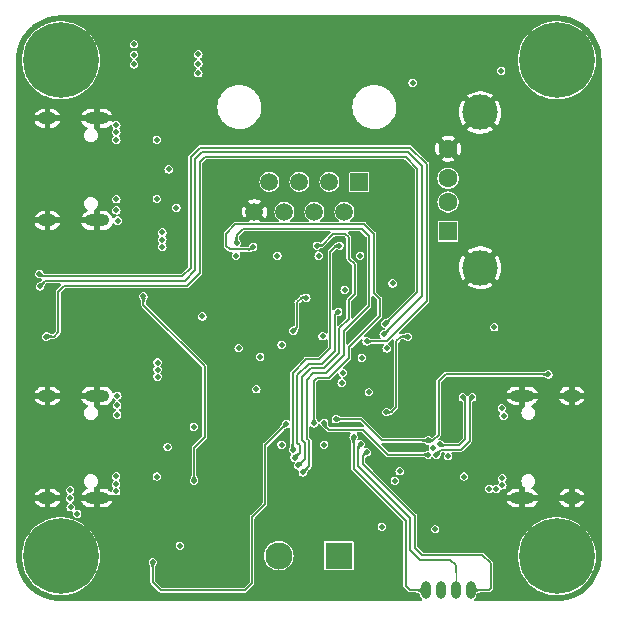
<source format=gbl>
%TF.GenerationSoftware,KiCad,Pcbnew,(6.0.9)*%
%TF.CreationDate,2022-11-14T10:49:34+01:00*%
%TF.ProjectId,latte,6c617474-652e-46b6-9963-61645f706362,rev?*%
%TF.SameCoordinates,Original*%
%TF.FileFunction,Copper,L4,Bot*%
%TF.FilePolarity,Positive*%
%FSLAX46Y46*%
G04 Gerber Fmt 4.6, Leading zero omitted, Abs format (unit mm)*
G04 Created by KiCad (PCBNEW (6.0.9)) date 2022-11-14 10:49:34*
%MOMM*%
%LPD*%
G01*
G04 APERTURE LIST*
%TA.AperFunction,ComponentPad*%
%ADD10C,0.800000*%
%TD*%
%TA.AperFunction,ComponentPad*%
%ADD11C,6.400000*%
%TD*%
%TA.AperFunction,ComponentPad*%
%ADD12R,2.300000X2.300000*%
%TD*%
%TA.AperFunction,ComponentPad*%
%ADD13C,2.300000*%
%TD*%
%TA.AperFunction,ComponentPad*%
%ADD14O,2.100000X1.000000*%
%TD*%
%TA.AperFunction,ComponentPad*%
%ADD15O,1.600000X1.000000*%
%TD*%
%TA.AperFunction,SMDPad,CuDef*%
%ADD16O,0.800000X1.500000*%
%TD*%
%TA.AperFunction,ComponentPad*%
%ADD17R,1.500000X1.500000*%
%TD*%
%TA.AperFunction,ComponentPad*%
%ADD18C,1.500000*%
%TD*%
%TA.AperFunction,ComponentPad*%
%ADD19R,1.500000X1.600000*%
%TD*%
%TA.AperFunction,ComponentPad*%
%ADD20C,1.600000*%
%TD*%
%TA.AperFunction,ComponentPad*%
%ADD21C,3.000000*%
%TD*%
%TA.AperFunction,ViaPad*%
%ADD22C,0.500000*%
%TD*%
%TA.AperFunction,Conductor*%
%ADD23C,0.200000*%
%TD*%
%TA.AperFunction,Conductor*%
%ADD24C,0.100000*%
%TD*%
%TA.AperFunction,Conductor*%
%ADD25C,0.175006*%
%TD*%
G04 APERTURE END LIST*
D10*
X155810000Y-75000000D03*
X160610000Y-75000000D03*
X156512944Y-76697056D03*
X156512944Y-73302944D03*
X158210000Y-77400000D03*
X159907056Y-76697056D03*
D11*
X158210000Y-75000000D03*
D10*
X158210000Y-72600000D03*
X159907056Y-73302944D03*
D12*
X139750000Y-116950000D03*
D13*
X134670000Y-116950000D03*
D14*
X155295000Y-103430000D03*
X155295000Y-112070000D03*
D15*
X159475000Y-103430000D03*
X159475000Y-112070000D03*
D14*
X119265000Y-88570000D03*
D15*
X115085000Y-79930000D03*
X115085000Y-88570000D03*
D14*
X119265000Y-79930000D03*
D16*
X147095000Y-119870000D03*
X148365000Y-119870000D03*
X149635000Y-119870000D03*
X150905000Y-119870000D03*
D11*
X116210000Y-117000000D03*
D10*
X116210000Y-114600000D03*
X118610000Y-117000000D03*
X114512944Y-118697056D03*
X116210000Y-119400000D03*
X117907056Y-115302944D03*
X113810000Y-117000000D03*
X114512944Y-115302944D03*
X117907056Y-118697056D03*
X113810000Y-75000000D03*
X117907056Y-76697056D03*
X114512944Y-76697056D03*
X117907056Y-73302944D03*
X118610000Y-75000000D03*
X114512944Y-73302944D03*
X116210000Y-72600000D03*
X116210000Y-77400000D03*
D11*
X116210000Y-75000000D03*
D17*
X141492500Y-85300000D03*
D18*
X140222500Y-87840000D03*
X138952500Y-85300000D03*
X137682500Y-87840000D03*
X136412500Y-85300000D03*
X135142500Y-87840000D03*
X133872500Y-85300000D03*
X132602500Y-87840000D03*
D19*
X149000000Y-89500000D03*
D20*
X149000000Y-87000000D03*
X149000000Y-85000000D03*
X149000000Y-82500000D03*
D21*
X151710000Y-79430000D03*
X151710000Y-92570000D03*
D10*
X159907056Y-115302944D03*
D11*
X158210000Y-117000000D03*
D10*
X160610000Y-117000000D03*
X156512944Y-118697056D03*
X159907056Y-118697056D03*
X156512944Y-115302944D03*
X158210000Y-114600000D03*
X158210000Y-119400000D03*
X155810000Y-117000000D03*
D15*
X115085000Y-103430000D03*
X115085000Y-112070000D03*
D14*
X119265000Y-112070000D03*
X119265000Y-103430000D03*
D22*
X145600000Y-98400000D03*
X143761234Y-104790403D03*
X131900000Y-110900000D03*
X147000000Y-71880937D03*
X132660723Y-91477178D03*
X138000000Y-71880937D03*
X127664609Y-119140971D03*
X139647427Y-91483114D03*
X114000000Y-113880937D03*
X130451236Y-94424117D03*
X156300000Y-106100000D03*
X124500000Y-111900000D03*
X150000000Y-74880937D03*
X151900000Y-105200000D03*
X140302665Y-92621939D03*
X159000000Y-104880937D03*
X121900000Y-100500000D03*
X141600000Y-113500000D03*
X126000000Y-89880937D03*
X129000000Y-83880937D03*
X151400000Y-106800000D03*
X120000000Y-89880937D03*
X153000000Y-71880937D03*
X129800000Y-110300000D03*
X159000000Y-110880937D03*
X120462500Y-75400000D03*
X123200000Y-106800000D03*
X149380548Y-104407628D03*
X138000000Y-80880937D03*
X153000000Y-83880937D03*
X133600000Y-94200000D03*
X132000000Y-71880937D03*
X133321898Y-92621939D03*
X141000000Y-74880937D03*
X150000000Y-113880937D03*
X136800000Y-96800000D03*
X144000000Y-83880937D03*
X124800000Y-114900000D03*
X125950000Y-106000000D03*
X134050000Y-96850000D03*
X135200000Y-103900000D03*
X129000000Y-89880937D03*
X132500000Y-112200000D03*
X134918597Y-110553260D03*
X137600000Y-96050000D03*
X148200000Y-93900000D03*
X144800000Y-117500000D03*
X156600000Y-109300000D03*
X151500000Y-116300000D03*
X123000000Y-77880937D03*
X153000000Y-113880937D03*
X146400000Y-75300000D03*
X153900000Y-116000000D03*
X144000000Y-71880937D03*
X141000000Y-80880937D03*
X117000000Y-89880937D03*
X129000000Y-77880937D03*
X123200000Y-108800000D03*
X159000000Y-83880937D03*
X114000000Y-83880937D03*
X123197867Y-85282302D03*
X134850000Y-96050000D03*
X148000000Y-75300000D03*
X114000000Y-107880937D03*
X150000000Y-83880937D03*
X138000000Y-77880937D03*
X151400000Y-108800000D03*
X135000000Y-80880937D03*
X139600000Y-103500000D03*
X135300000Y-102000000D03*
X122300000Y-79200000D03*
X129750000Y-100850000D03*
X151900000Y-103400000D03*
X114000000Y-86880937D03*
X141000000Y-83880937D03*
X149200000Y-98400000D03*
X144900000Y-109000000D03*
X150000000Y-80880937D03*
X156000000Y-83880937D03*
X129064358Y-119153506D03*
X121700000Y-111900000D03*
X129000000Y-74880937D03*
X125126731Y-74618807D03*
X149400000Y-105400000D03*
X156000000Y-71880937D03*
X135000000Y-77880937D03*
X123000000Y-101880937D03*
X153900000Y-118400000D03*
X123000000Y-113880937D03*
X153000000Y-86880937D03*
X129550000Y-104800000D03*
X153000000Y-120200000D03*
X136700000Y-94200000D03*
X145445344Y-100880455D03*
X120000000Y-98880937D03*
X129000000Y-98880937D03*
X159000000Y-92880937D03*
X132800000Y-97800000D03*
X159000000Y-86880937D03*
X129831515Y-92621939D03*
X145200000Y-91800000D03*
X138400000Y-110550000D03*
X135000000Y-71880937D03*
X144100000Y-107800000D03*
X147900000Y-83900000D03*
X123200000Y-83200000D03*
X120300000Y-114600000D03*
X129347135Y-95150686D03*
X123000000Y-71880937D03*
X134200000Y-111500000D03*
X138000000Y-74880937D03*
X136151107Y-91524666D03*
X134000000Y-107800000D03*
X117000000Y-101880937D03*
X143300000Y-109500000D03*
X123162500Y-74600000D03*
X136700000Y-111100000D03*
X135600000Y-118600000D03*
X156000000Y-92880937D03*
X113300000Y-97500000D03*
X153000000Y-95880937D03*
X129600000Y-103650000D03*
X159000000Y-89880937D03*
X120000000Y-71880937D03*
X156000000Y-98880937D03*
X151300000Y-107700000D03*
X138400000Y-96800000D03*
X127300000Y-98400000D03*
X131250000Y-97850000D03*
X137550000Y-109800000D03*
X153000000Y-98880937D03*
X120600000Y-92300000D03*
X141000000Y-110880937D03*
X148300000Y-109900000D03*
X139900000Y-104300000D03*
X128300000Y-108900000D03*
X127100000Y-104000000D03*
X138000000Y-116880937D03*
X113200000Y-93800000D03*
X129128788Y-91459370D03*
X122963922Y-84243838D03*
X135200000Y-104900000D03*
X141200000Y-99600000D03*
X132000000Y-74880937D03*
X150000000Y-95880937D03*
X149300000Y-111700000D03*
X131200000Y-108800000D03*
X159000000Y-80880937D03*
X145459360Y-102441618D03*
X118800000Y-97700000D03*
X114000000Y-101880937D03*
X120000000Y-101880937D03*
X143044626Y-105155374D03*
X134100000Y-99900000D03*
X141000000Y-119880937D03*
X114000000Y-89880937D03*
X149000000Y-106200000D03*
X130280361Y-104055095D03*
X129000000Y-71880937D03*
X156000000Y-86880937D03*
X114000000Y-104880937D03*
X117000000Y-86880937D03*
X147596533Y-110606560D03*
X156000000Y-95880937D03*
X114000000Y-110880937D03*
X146783449Y-111468107D03*
X149400000Y-103400000D03*
X117000000Y-80880937D03*
X144900000Y-120200000D03*
X132000000Y-97100000D03*
X120000000Y-116880937D03*
X123202385Y-107761831D03*
X124600000Y-95600000D03*
X143400000Y-91800000D03*
X155200000Y-120100000D03*
X117000000Y-98880937D03*
X126700000Y-100200000D03*
X134141967Y-109766736D03*
X144312343Y-91623567D03*
X129000000Y-80880937D03*
X126000000Y-71880937D03*
X144000000Y-80880937D03*
X117000000Y-107880937D03*
X156000000Y-113880937D03*
X141342657Y-95663559D03*
X125950000Y-104450000D03*
X117000000Y-104880937D03*
X159000000Y-107880937D03*
X126000000Y-80880937D03*
X154800000Y-78000000D03*
X143700000Y-113400000D03*
X136840775Y-92607693D03*
X126300000Y-92300000D03*
X149371144Y-100296801D03*
X120800000Y-95500000D03*
X138000000Y-83880937D03*
X117000000Y-83880937D03*
X135000000Y-74880937D03*
X149400000Y-102600000D03*
X129000000Y-86880937D03*
X130500000Y-97100000D03*
X135700000Y-109750000D03*
X150000000Y-71880937D03*
X156000000Y-89880937D03*
X141000000Y-71880937D03*
X134800000Y-115000000D03*
X121362500Y-76200000D03*
X120000000Y-77880937D03*
X142482374Y-96368759D03*
X156000000Y-80880937D03*
X146565910Y-101447786D03*
X120000000Y-119880937D03*
X128354038Y-117975210D03*
X129700000Y-97850000D03*
X114000000Y-80880937D03*
X153000000Y-89880937D03*
X144000000Y-74880937D03*
X133000000Y-96300000D03*
X147000000Y-80880937D03*
X151500000Y-102600000D03*
X135650000Y-96850000D03*
X124810000Y-90790000D03*
X124810000Y-89590000D03*
X124400000Y-101200000D03*
X117000000Y-112100000D03*
X122412500Y-75350000D03*
X124400000Y-100600000D03*
X126300000Y-116100000D03*
X117000000Y-111400000D03*
X124810000Y-90190000D03*
X124400000Y-101800000D03*
X122412500Y-74550000D03*
X143400000Y-114500000D03*
X117600000Y-113400000D03*
X117050000Y-112850000D03*
X122412500Y-73650000D03*
X138050000Y-91550000D03*
X144900000Y-109800000D03*
X131275000Y-99375000D03*
X138375000Y-98375000D03*
X127475000Y-106025000D03*
X140250000Y-94450000D03*
X152900000Y-97600000D03*
X127862500Y-76100000D03*
X134900000Y-99100000D03*
X138500000Y-107550000D03*
X146000000Y-76900000D03*
X133100000Y-100100000D03*
X131050000Y-91550000D03*
X127862500Y-74500000D03*
X147900000Y-114700000D03*
X141550000Y-91550000D03*
X144500000Y-110600000D03*
X147725000Y-107800000D03*
X142300000Y-103100000D03*
X128200000Y-96700000D03*
X134900000Y-107550000D03*
X132775000Y-102850000D03*
X143800000Y-99400000D03*
X127862500Y-75300000D03*
X134550000Y-91550000D03*
X126000000Y-87500000D03*
X120910870Y-81744130D03*
X120917555Y-87716038D03*
X120917555Y-86762555D03*
X120910870Y-80489130D03*
X124350000Y-81750000D03*
X124350000Y-86750000D03*
X121019452Y-88580548D03*
X125350000Y-84250000D03*
X120910870Y-81089130D03*
X143550000Y-98200000D03*
X114450000Y-94150000D03*
X137650000Y-105750000D03*
X132500000Y-90800000D03*
X131100000Y-90500000D03*
X136700000Y-109900000D03*
X141600000Y-107500000D03*
X139985300Y-102319600D03*
X140070878Y-101470878D03*
X141000000Y-106900000D03*
X141700000Y-100200000D03*
X142100000Y-108200000D03*
X136329809Y-109310910D03*
X137900000Y-90700000D03*
X136000000Y-108650000D03*
X139700000Y-96300000D03*
X139807938Y-90696170D03*
X135900000Y-108000000D03*
X123200000Y-95000000D03*
X127495000Y-110605000D03*
X147325000Y-107200000D03*
X157500000Y-101600000D03*
X139500000Y-105400000D03*
X147330636Y-108405636D03*
X138500000Y-105700000D03*
X135300000Y-105800000D03*
X124000000Y-117500000D03*
X135900000Y-97900000D03*
X137000000Y-95100000D03*
X124350000Y-110250000D03*
X153550000Y-104450000D03*
X153600000Y-110400000D03*
X153705000Y-105105000D03*
X120897330Y-111497330D03*
X120897330Y-110902670D03*
X121000000Y-103400000D03*
X120897330Y-110242330D03*
X153100000Y-111300000D03*
X125250000Y-107750000D03*
X153600000Y-111000000D03*
X144300000Y-93900000D03*
X152500000Y-111300000D03*
X120985000Y-105015000D03*
X149000000Y-108525006D03*
X120985000Y-104215000D03*
X153500000Y-75900000D03*
X150350000Y-110250000D03*
X148325000Y-107500000D03*
X150250000Y-103550000D03*
X151050000Y-103550000D03*
X148012500Y-108412500D03*
X115000000Y-98400000D03*
X143700000Y-97300000D03*
X142100000Y-98800000D03*
X114400000Y-93100000D03*
D23*
X145000000Y-98400000D02*
X145600000Y-98400000D01*
X144600000Y-104400000D02*
X144600000Y-98800000D01*
X144209597Y-104790403D02*
X144600000Y-104400000D01*
X143761234Y-104790403D02*
X144209597Y-104790403D01*
X144600000Y-98800000D02*
X145000000Y-98400000D01*
X146800000Y-84000000D02*
X145600000Y-82800000D01*
X143550000Y-98200000D02*
X143600000Y-98200000D01*
X128200000Y-82800000D02*
X127600000Y-83400000D01*
X114900000Y-93700000D02*
X114450000Y-94150000D01*
X127600000Y-83400000D02*
X127600000Y-92800000D01*
X145600000Y-82800000D02*
X128200000Y-82800000D01*
X126700000Y-93700000D02*
X114900000Y-93700000D01*
X127600000Y-92800000D02*
X126700000Y-93700000D01*
X146800000Y-95000000D02*
X146800000Y-84000000D01*
X143600000Y-98200000D02*
X146800000Y-95000000D01*
X143200000Y-95200000D02*
X143200000Y-96700000D01*
X142700000Y-94700000D02*
X143200000Y-95200000D01*
X131000000Y-88900000D02*
X141900000Y-88900000D01*
X138900000Y-101900000D02*
X140600000Y-100200000D01*
X132500000Y-90800000D02*
X132275000Y-91025000D01*
X141900000Y-88900000D02*
X142700000Y-89700000D01*
X137900000Y-101900000D02*
X138900000Y-101900000D01*
X143200000Y-96700000D02*
X140600000Y-99300000D01*
X142700000Y-89700000D02*
X142700000Y-94700000D01*
X137650000Y-102150000D02*
X137900000Y-101900000D01*
X130525000Y-91025000D02*
X130200000Y-90700000D01*
X130200000Y-89700000D02*
X131000000Y-88900000D01*
X130200000Y-90700000D02*
X130200000Y-89700000D01*
X132275000Y-91025000D02*
X130525000Y-91025000D01*
X137650000Y-105750000D02*
X137650000Y-102150000D01*
X140600000Y-99300000D02*
X140600000Y-100200000D01*
X142300000Y-95800000D02*
X142300000Y-89900000D01*
X140200000Y-100000000D02*
X140200000Y-97900000D01*
X137100000Y-107100000D02*
X137050000Y-107050000D01*
X136700000Y-109900000D02*
X137250000Y-109350000D01*
X137250000Y-107250000D02*
X137100000Y-107100000D01*
X141700000Y-89300000D02*
X142300000Y-89900000D01*
X131600000Y-89300000D02*
X131100000Y-89800000D01*
X137050000Y-107050000D02*
X137050000Y-102050000D01*
X138700000Y-101500000D02*
X140200000Y-100000000D01*
X137600000Y-101500000D02*
X138700000Y-101500000D01*
X140200000Y-97900000D02*
X142300000Y-95800000D01*
X131600000Y-89300000D02*
X141700000Y-89300000D01*
X137250000Y-109350000D02*
X137250000Y-107250000D01*
X137050000Y-102050000D02*
X137600000Y-101500000D01*
X131100000Y-89800000D02*
X131100000Y-90500000D01*
X149635000Y-118335000D02*
X149635000Y-117735000D01*
X145800000Y-116500000D02*
X145800000Y-113800000D01*
X141400000Y-109400000D02*
X141400000Y-107700000D01*
D24*
X149635000Y-119870000D02*
X149635000Y-118335000D01*
D23*
X145800000Y-113800000D02*
X141400000Y-109400000D01*
X149635000Y-117735000D02*
X149200000Y-117300000D01*
X141400000Y-107700000D02*
X141600000Y-107500000D01*
X149200000Y-117300000D02*
X146600000Y-117300000D01*
X146600000Y-117300000D02*
X145800000Y-116500000D01*
X145400000Y-119500000D02*
X145400000Y-114000000D01*
X147095000Y-119870000D02*
X145770000Y-119870000D01*
X141000000Y-109600000D02*
X141000000Y-106900000D01*
X145770000Y-119870000D02*
X145400000Y-119500000D01*
X145400000Y-114000000D02*
X141000000Y-109600000D01*
X141800000Y-109200000D02*
X146200000Y-113600000D01*
X152600000Y-119700000D02*
X152600000Y-117600000D01*
X146800000Y-116900000D02*
X151900000Y-116900000D01*
X152430000Y-119870000D02*
X152600000Y-119700000D01*
X141800000Y-109200000D02*
X141800000Y-108500000D01*
X146800000Y-116900000D02*
X146200000Y-116300000D01*
X146200000Y-116300000D02*
X146200000Y-113600000D01*
X141800000Y-108500000D02*
X142100000Y-108200000D01*
X151900000Y-116900000D02*
X152600000Y-117600000D01*
X150905000Y-119870000D02*
X152430000Y-119870000D01*
X139800000Y-99800000D02*
X139800000Y-97700000D01*
X136339090Y-109310910D02*
X136850000Y-108800000D01*
X137400000Y-101100000D02*
X138500000Y-101100000D01*
X136700000Y-107250000D02*
X136650000Y-107200000D01*
X136650000Y-107200000D02*
X136650000Y-101850000D01*
X140600000Y-96900000D02*
X140600000Y-95300000D01*
X138500000Y-101100000D02*
X139800000Y-99800000D01*
X136850000Y-108800000D02*
X136850000Y-107400000D01*
X136850000Y-107400000D02*
X136700000Y-107250000D01*
X140300000Y-89700000D02*
X139300000Y-89700000D01*
X136329809Y-109310910D02*
X136339090Y-109310910D01*
X140600000Y-91800000D02*
X140600000Y-90000000D01*
X139800000Y-97700000D02*
X140600000Y-96900000D01*
X138300000Y-90700000D02*
X137900000Y-90700000D01*
X140600000Y-90000000D02*
X140300000Y-89700000D01*
X139300000Y-89700000D02*
X138300000Y-90700000D01*
X136650000Y-101850000D02*
X137400000Y-101100000D01*
X140600000Y-95300000D02*
X141100000Y-94800000D01*
X141100000Y-92300000D02*
X140600000Y-91800000D01*
X141100000Y-94800000D02*
X141100000Y-92300000D01*
X136250000Y-101650000D02*
X137200000Y-100700000D01*
X136425000Y-107600000D02*
X136250000Y-107425000D01*
X136000000Y-108650000D02*
X136000000Y-108642463D01*
X137200000Y-100700000D02*
X138300000Y-100700000D01*
X138300000Y-100700000D02*
X139400000Y-99600000D01*
X136425000Y-108217463D02*
X136425000Y-107600000D01*
X136250000Y-107425000D02*
X136250000Y-101650000D01*
X139400000Y-99600000D02*
X139400000Y-96600000D01*
X136000000Y-108642463D02*
X136425000Y-108217463D01*
X139400000Y-96600000D02*
X139700000Y-96300000D01*
X139503830Y-90696170D02*
X139807938Y-90696170D01*
X139000000Y-99400000D02*
X139000000Y-91200000D01*
X135844839Y-101455161D02*
X137000000Y-100300000D01*
X135900000Y-108000000D02*
X135844839Y-107944839D01*
X137000000Y-100300000D02*
X138100000Y-100300000D01*
X135900000Y-108000000D02*
X135825000Y-107925000D01*
X135844839Y-107944839D02*
X135844839Y-101455161D01*
X139000000Y-91200000D02*
X139503830Y-90696170D01*
X138100000Y-100300000D02*
X139000000Y-99400000D01*
X123200000Y-95700000D02*
X128400000Y-100900000D01*
X127495000Y-107805000D02*
X128400000Y-106900000D01*
X128400000Y-106900000D02*
X128400000Y-100900000D01*
X123200000Y-95700000D02*
X123200000Y-95000000D01*
X127495000Y-110605000D02*
X127495000Y-107805000D01*
X141600000Y-105400000D02*
X143400000Y-107200000D01*
X148200000Y-106700000D02*
X148200000Y-102200000D01*
X143400000Y-107200000D02*
X147325000Y-107200000D01*
X147700000Y-107200000D02*
X148200000Y-106700000D01*
X139500000Y-105400000D02*
X141600000Y-105400000D01*
X147325000Y-107200000D02*
X147700000Y-107200000D01*
X148800000Y-101600000D02*
X157500000Y-101600000D01*
X148200000Y-102200000D02*
X148800000Y-101600000D01*
X138900000Y-106300000D02*
X138500000Y-105900000D01*
X141800000Y-106300000D02*
X138900000Y-106300000D01*
X138500000Y-105900000D02*
X138500000Y-105700000D01*
X147330636Y-108405636D02*
X143905636Y-108405636D01*
X143905636Y-108405636D02*
X141800000Y-106300000D01*
X133500000Y-107600000D02*
X133500000Y-112600000D01*
X124700000Y-119900000D02*
X124000000Y-119200000D01*
X132400000Y-119300000D02*
X131800000Y-119900000D01*
X133500000Y-112600000D02*
X132400000Y-113700000D01*
X131800000Y-119900000D02*
X124700000Y-119900000D01*
X135300000Y-105800000D02*
X133500000Y-107600000D01*
X132400000Y-113700000D02*
X132400000Y-119300000D01*
X124000000Y-119200000D02*
X124000000Y-117500000D01*
X136200000Y-95500000D02*
X136600000Y-95100000D01*
X136200000Y-97600000D02*
X136200000Y-95500000D01*
X135900000Y-97900000D02*
X136200000Y-97600000D01*
X136600000Y-95100000D02*
X137000000Y-95100000D01*
D25*
X150462497Y-107072333D02*
X149922334Y-107612496D01*
X150462497Y-103762497D02*
X150462497Y-107072333D01*
X149922334Y-107612496D02*
X148437496Y-107612496D01*
X150250000Y-103550000D02*
X150462497Y-103762497D01*
X148437496Y-107612496D02*
X148325000Y-107500000D01*
X151050000Y-103550000D02*
X150837503Y-103762497D01*
X150077666Y-107987504D02*
X148437496Y-107987504D01*
X150837503Y-107227667D02*
X150077666Y-107987504D01*
X148437496Y-107987504D02*
X148012500Y-108412500D01*
X150837503Y-103762497D02*
X150837503Y-107227667D01*
D23*
X145400000Y-83200000D02*
X128400000Y-83200000D01*
X146400000Y-94600000D02*
X146400000Y-84200000D01*
X116500000Y-94100000D02*
X116000000Y-94600000D01*
X116500000Y-94100000D02*
X126900000Y-94100000D01*
X128400000Y-83200000D02*
X128000000Y-83600000D01*
X116000000Y-98000000D02*
X115600000Y-98400000D01*
X128000000Y-93000000D02*
X126900000Y-94100000D01*
X116000000Y-94600000D02*
X116000000Y-98000000D01*
X115600000Y-98400000D02*
X115000000Y-98400000D01*
X143700000Y-97300000D02*
X146400000Y-94600000D01*
X128000000Y-83600000D02*
X128000000Y-93000000D01*
X146400000Y-84200000D02*
X145400000Y-83200000D01*
X126500000Y-93300000D02*
X127200000Y-92600000D01*
X128000000Y-82400000D02*
X145800000Y-82400000D01*
X114600000Y-93300000D02*
X114400000Y-93100000D01*
X143800000Y-98800000D02*
X147200000Y-95400000D01*
X127200000Y-83200000D02*
X127200000Y-92600000D01*
X142100000Y-98800000D02*
X143800000Y-98800000D01*
X147200000Y-95400000D02*
X147200000Y-83800000D01*
X114600000Y-93300000D02*
X126500000Y-93300000D01*
X145800000Y-82400000D02*
X147200000Y-83800000D01*
X127200000Y-83200000D02*
X128000000Y-82400000D01*
%TA.AperFunction,Conductor*%
G36*
X158198169Y-71203018D02*
G01*
X158209641Y-71205656D01*
X158220518Y-71203195D01*
X158228820Y-71203209D01*
X158241937Y-71202069D01*
X158405841Y-71210121D01*
X158577561Y-71218557D01*
X158587220Y-71219509D01*
X158946446Y-71272794D01*
X158955964Y-71274688D01*
X159132664Y-71318949D01*
X159308217Y-71362923D01*
X159317514Y-71365743D01*
X159659427Y-71488082D01*
X159668403Y-71491800D01*
X159996678Y-71647062D01*
X160005246Y-71651642D01*
X160316721Y-71838333D01*
X160324787Y-71843722D01*
X160616490Y-72060064D01*
X160623971Y-72066205D01*
X160735313Y-72167119D01*
X160893048Y-72310082D01*
X160899918Y-72316952D01*
X161143795Y-72586029D01*
X161149936Y-72593510D01*
X161366278Y-72885213D01*
X161371667Y-72893279D01*
X161558358Y-73204754D01*
X161562938Y-73213322D01*
X161718200Y-73541597D01*
X161721918Y-73550573D01*
X161844257Y-73892486D01*
X161847077Y-73901783D01*
X161874633Y-74011790D01*
X161915750Y-74175937D01*
X161935311Y-74254030D01*
X161937206Y-74263554D01*
X161972279Y-74500000D01*
X161990491Y-74622776D01*
X161991443Y-74632439D01*
X162006796Y-74944946D01*
X162007906Y-74967541D01*
X162006859Y-74979339D01*
X162006842Y-74988777D01*
X162004344Y-74999641D01*
X162006804Y-75010513D01*
X162007059Y-75011638D01*
X162009500Y-75033488D01*
X162009500Y-116965983D01*
X162006982Y-116988169D01*
X162004344Y-116999641D01*
X162006805Y-117010518D01*
X162006791Y-117018820D01*
X162007931Y-117031937D01*
X162005317Y-117085156D01*
X161995301Y-117289033D01*
X161991443Y-117367556D01*
X161990491Y-117377220D01*
X161940774Y-117712397D01*
X161937207Y-117736441D01*
X161935312Y-117745964D01*
X161911427Y-117841319D01*
X161847077Y-118098217D01*
X161844257Y-118107514D01*
X161721918Y-118449427D01*
X161718200Y-118458403D01*
X161562938Y-118786678D01*
X161558358Y-118795246D01*
X161371667Y-119106721D01*
X161366278Y-119114787D01*
X161149936Y-119406490D01*
X161143795Y-119413971D01*
X161035846Y-119533075D01*
X160899918Y-119683048D01*
X160893048Y-119689918D01*
X160791701Y-119781774D01*
X160623971Y-119933795D01*
X160616490Y-119939936D01*
X160324787Y-120156278D01*
X160316721Y-120161667D01*
X160005246Y-120348358D01*
X159996678Y-120352938D01*
X159668403Y-120508200D01*
X159659427Y-120511918D01*
X159317514Y-120634257D01*
X159308217Y-120637077D01*
X159132664Y-120681051D01*
X158955964Y-120725312D01*
X158946446Y-120727206D01*
X158587220Y-120780491D01*
X158577561Y-120781443D01*
X158242456Y-120797906D01*
X158230661Y-120796859D01*
X158221223Y-120796842D01*
X158210359Y-120794344D01*
X158198359Y-120797059D01*
X158176512Y-120799500D01*
X151267000Y-120799500D01*
X151208809Y-120780593D01*
X151172845Y-120731093D01*
X151172845Y-120669907D01*
X151208809Y-120620407D01*
X151214172Y-120616773D01*
X151226756Y-120608833D01*
X151232720Y-120605070D01*
X151237387Y-120599786D01*
X151237389Y-120599784D01*
X151322956Y-120502897D01*
X151322958Y-120502895D01*
X151327623Y-120497612D01*
X151388553Y-120367837D01*
X151391197Y-120350860D01*
X151398899Y-120301388D01*
X151405500Y-120258991D01*
X151405500Y-120206923D01*
X151424407Y-120148732D01*
X151466450Y-120115527D01*
X151492341Y-120104748D01*
X151504347Y-120100631D01*
X151543426Y-120089979D01*
X151555191Y-120087529D01*
X151568671Y-120085567D01*
X151608447Y-120079778D01*
X151618516Y-120078835D01*
X151683658Y-120076076D01*
X151683659Y-120076076D01*
X151688260Y-120075881D01*
X151692746Y-120074839D01*
X151692748Y-120074839D01*
X151700384Y-120073066D01*
X151722776Y-120070500D01*
X152389347Y-120070500D01*
X152397045Y-120070937D01*
X152406719Y-120074334D01*
X152417799Y-120073101D01*
X152417800Y-120073101D01*
X152430837Y-120071650D01*
X152435718Y-120071107D01*
X152446666Y-120070500D01*
X152452603Y-120070500D01*
X152458020Y-120069264D01*
X152458030Y-120069263D01*
X152469075Y-120067395D01*
X152474769Y-120066761D01*
X152486556Y-120065450D01*
X152486558Y-120065449D01*
X152497633Y-120064217D01*
X152506491Y-120058672D01*
X152507801Y-120058295D01*
X152508995Y-120057637D01*
X152519185Y-120055312D01*
X152541658Y-120037404D01*
X152550810Y-120030925D01*
X152555666Y-120027884D01*
X152559811Y-120023739D01*
X152568118Y-120016319D01*
X152582005Y-120005253D01*
X152590724Y-119998305D01*
X152595238Y-119988946D01*
X152600589Y-119982960D01*
X152713032Y-119870517D01*
X152718783Y-119865385D01*
X152728024Y-119860948D01*
X152746248Y-119838160D01*
X152753561Y-119829988D01*
X152757757Y-119825792D01*
X152760711Y-119821092D01*
X152760719Y-119821082D01*
X152767211Y-119811947D01*
X152778191Y-119798217D01*
X152785156Y-119789508D01*
X152787498Y-119779322D01*
X152788158Y-119778130D01*
X152788537Y-119776819D01*
X152794098Y-119767972D01*
X152797326Y-119739426D01*
X152799214Y-119728376D01*
X152799245Y-119728242D01*
X152799246Y-119728238D01*
X152800500Y-119722781D01*
X152800500Y-119716919D01*
X152801127Y-119705798D01*
X152803121Y-119688157D01*
X152804374Y-119677077D01*
X152800948Y-119667267D01*
X152800500Y-119659252D01*
X152800500Y-117640648D01*
X152800937Y-117632952D01*
X152804334Y-117623280D01*
X152801107Y-117594284D01*
X152800500Y-117583334D01*
X152800500Y-117577397D01*
X152799265Y-117571983D01*
X152799263Y-117571967D01*
X152797393Y-117560917D01*
X152795449Y-117543442D01*
X152795448Y-117543440D01*
X152794216Y-117532366D01*
X152788673Y-117523512D01*
X152788296Y-117522201D01*
X152787636Y-117521005D01*
X152785312Y-117510815D01*
X152770561Y-117492304D01*
X152767411Y-117488351D01*
X152760924Y-117479189D01*
X152760854Y-117479077D01*
X152760849Y-117479071D01*
X152757883Y-117474333D01*
X152753738Y-117470188D01*
X152746318Y-117461880D01*
X152735255Y-117447997D01*
X152735253Y-117447996D01*
X152728305Y-117439276D01*
X152718946Y-117434762D01*
X152712960Y-117429410D01*
X152272012Y-116988462D01*
X154904672Y-116988462D01*
X154904807Y-116991127D01*
X154904807Y-116991132D01*
X154916155Y-117215134D01*
X154922759Y-117345503D01*
X154979300Y-117698502D01*
X154980008Y-117701090D01*
X154990193Y-117738318D01*
X155073635Y-118043330D01*
X155204658Y-118375953D01*
X155205901Y-118378321D01*
X155205904Y-118378327D01*
X155291252Y-118540889D01*
X155370839Y-118692480D01*
X155372326Y-118694693D01*
X155372332Y-118694703D01*
X155568738Y-118986985D01*
X155570232Y-118989208D01*
X155571958Y-118991258D01*
X155571959Y-118991259D01*
X155787795Y-119247572D01*
X155800505Y-119262666D01*
X155802444Y-119264519D01*
X156032996Y-119484839D01*
X156058965Y-119509656D01*
X156061085Y-119511283D01*
X156061090Y-119511287D01*
X156268586Y-119670504D01*
X156342587Y-119727287D01*
X156648055Y-119913015D01*
X156650478Y-119914150D01*
X156963790Y-120060915D01*
X156971795Y-120064665D01*
X156974336Y-120065535D01*
X156974341Y-120065537D01*
X157307486Y-120179598D01*
X157307490Y-120179599D01*
X157310019Y-120180465D01*
X157617869Y-120249842D01*
X157644927Y-120255940D01*
X157658771Y-120259060D01*
X158013972Y-120299530D01*
X158264843Y-120300844D01*
X158368790Y-120301388D01*
X158371465Y-120301402D01*
X158727070Y-120264654D01*
X159076626Y-120189715D01*
X159079161Y-120188877D01*
X159079167Y-120188875D01*
X159413503Y-120078304D01*
X159413508Y-120078302D01*
X159416045Y-120077463D01*
X159741355Y-119929211D01*
X160048751Y-119746693D01*
X160334637Y-119532043D01*
X160338926Y-119528030D01*
X160593707Y-119289610D01*
X160595669Y-119287774D01*
X160717660Y-119145946D01*
X160827043Y-119018777D01*
X160827046Y-119018773D01*
X160828793Y-119016742D01*
X161031282Y-118722118D01*
X161200768Y-118407349D01*
X161219866Y-118360318D01*
X161309647Y-118139213D01*
X161335268Y-118076116D01*
X161345344Y-118040746D01*
X161394894Y-117866797D01*
X161433208Y-117732295D01*
X161493443Y-117379907D01*
X161515267Y-117023075D01*
X161515348Y-117000000D01*
X161501601Y-116746170D01*
X161496160Y-116645693D01*
X161496159Y-116645684D01*
X161496015Y-116643025D01*
X161494576Y-116634236D01*
X161438674Y-116292862D01*
X161438673Y-116292859D01*
X161438242Y-116290225D01*
X161342704Y-115945728D01*
X161339385Y-115937386D01*
X161211512Y-115616058D01*
X161210520Y-115613565D01*
X161203728Y-115600736D01*
X161044487Y-115299983D01*
X161043236Y-115297620D01*
X161038146Y-115290101D01*
X160844313Y-115003811D01*
X160844310Y-115003808D01*
X160842809Y-115001590D01*
X160611582Y-114728937D01*
X160352262Y-114482851D01*
X160067881Y-114266211D01*
X160059825Y-114261351D01*
X159764063Y-114082936D01*
X159764062Y-114082936D01*
X159761767Y-114081551D01*
X159437500Y-113931031D01*
X159434964Y-113930173D01*
X159434960Y-113930171D01*
X159166420Y-113839276D01*
X159098874Y-113816413D01*
X158870876Y-113765867D01*
X158752461Y-113739615D01*
X158752460Y-113739615D01*
X158749849Y-113739036D01*
X158469062Y-113708037D01*
X158397164Y-113700099D01*
X158397162Y-113700099D01*
X158394509Y-113699806D01*
X158391847Y-113699801D01*
X158391841Y-113699801D01*
X158210697Y-113699485D01*
X158037011Y-113699182D01*
X158034346Y-113699467D01*
X158034342Y-113699467D01*
X157918520Y-113711845D01*
X157681537Y-113737171D01*
X157678928Y-113737740D01*
X157678921Y-113737741D01*
X157389759Y-113800789D01*
X157332245Y-113813329D01*
X157329710Y-113814177D01*
X157329707Y-113814178D01*
X157300179Y-113824058D01*
X156993220Y-113926765D01*
X156668430Y-114076152D01*
X156666126Y-114077531D01*
X156666124Y-114077532D01*
X156436208Y-114215134D01*
X156361673Y-114259742D01*
X156076538Y-114475388D01*
X155816360Y-114720567D01*
X155814610Y-114722616D01*
X155712159Y-114842571D01*
X155584183Y-114992411D01*
X155382723Y-115287740D01*
X155214337Y-115603100D01*
X155213339Y-115605583D01*
X155213337Y-115605587D01*
X155099393Y-115889033D01*
X155080995Y-115934800D01*
X154984255Y-116278961D01*
X154925251Y-116631556D01*
X154925097Y-116634227D01*
X154925096Y-116634236D01*
X154918403Y-116750326D01*
X154904672Y-116988462D01*
X152272012Y-116988462D01*
X152070518Y-116786968D01*
X152065386Y-116781218D01*
X152060948Y-116771976D01*
X152038165Y-116753756D01*
X152029993Y-116746443D01*
X152025792Y-116742242D01*
X152021085Y-116739283D01*
X152021078Y-116739278D01*
X152011945Y-116732787D01*
X151998216Y-116721808D01*
X151989508Y-116714844D01*
X151979322Y-116712501D01*
X151978131Y-116711842D01*
X151976823Y-116711464D01*
X151967972Y-116705901D01*
X151956892Y-116704648D01*
X151956891Y-116704648D01*
X151939428Y-116702674D01*
X151928367Y-116700784D01*
X151928240Y-116700755D01*
X151928239Y-116700755D01*
X151922781Y-116699500D01*
X151916920Y-116699500D01*
X151905800Y-116698873D01*
X151888155Y-116696878D01*
X151888153Y-116696878D01*
X151877076Y-116695626D01*
X151867266Y-116699052D01*
X151859247Y-116699500D01*
X146924056Y-116699500D01*
X146865865Y-116680593D01*
X146854052Y-116670503D01*
X146429496Y-116245946D01*
X146401719Y-116191430D01*
X146400500Y-116175943D01*
X146400500Y-114700000D01*
X147541081Y-114700000D01*
X147542300Y-114707696D01*
X147554523Y-114784866D01*
X147558648Y-114810912D01*
X147562183Y-114817850D01*
X147562184Y-114817853D01*
X147606092Y-114904028D01*
X147609628Y-114910967D01*
X147689033Y-114990372D01*
X147695970Y-114993907D01*
X147695972Y-114993908D01*
X147782147Y-115037816D01*
X147782150Y-115037817D01*
X147789088Y-115041352D01*
X147796782Y-115042571D01*
X147796783Y-115042571D01*
X147892304Y-115057700D01*
X147900000Y-115058919D01*
X147907696Y-115057700D01*
X148003217Y-115042571D01*
X148003218Y-115042571D01*
X148010912Y-115041352D01*
X148017850Y-115037817D01*
X148017853Y-115037816D01*
X148104028Y-114993908D01*
X148104030Y-114993907D01*
X148110967Y-114990372D01*
X148190372Y-114910967D01*
X148193908Y-114904028D01*
X148237816Y-114817853D01*
X148237817Y-114817850D01*
X148241352Y-114810912D01*
X148245478Y-114784866D01*
X148257700Y-114707696D01*
X148258919Y-114700000D01*
X148241352Y-114589088D01*
X148237817Y-114582150D01*
X148237816Y-114582147D01*
X148193908Y-114495972D01*
X148193907Y-114495970D01*
X148190372Y-114489033D01*
X148110967Y-114409628D01*
X148104030Y-114406093D01*
X148104028Y-114406092D01*
X148017853Y-114362184D01*
X148017850Y-114362183D01*
X148010912Y-114358648D01*
X148003218Y-114357429D01*
X148003217Y-114357429D01*
X147907696Y-114342300D01*
X147900000Y-114341081D01*
X147892304Y-114342300D01*
X147796783Y-114357429D01*
X147796782Y-114357429D01*
X147789088Y-114358648D01*
X147782150Y-114362183D01*
X147782147Y-114362184D01*
X147695972Y-114406092D01*
X147695970Y-114406093D01*
X147689033Y-114409628D01*
X147609628Y-114489033D01*
X147606093Y-114495970D01*
X147606092Y-114495972D01*
X147562184Y-114582147D01*
X147562183Y-114582150D01*
X147558648Y-114589088D01*
X147541081Y-114700000D01*
X146400500Y-114700000D01*
X146400500Y-113640653D01*
X146400937Y-113632955D01*
X146404334Y-113623281D01*
X146402192Y-113604028D01*
X146401107Y-113594283D01*
X146400500Y-113583334D01*
X146400500Y-113577397D01*
X146399264Y-113571980D01*
X146399263Y-113571970D01*
X146397394Y-113560921D01*
X146395450Y-113543444D01*
X146395449Y-113543442D01*
X146394217Y-113532367D01*
X146388672Y-113523509D01*
X146388295Y-113522199D01*
X146387637Y-113521005D01*
X146385312Y-113510815D01*
X146367404Y-113488342D01*
X146360925Y-113479190D01*
X146357884Y-113474334D01*
X146353738Y-113470188D01*
X146346318Y-113461880D01*
X146335255Y-113447997D01*
X146335253Y-113447996D01*
X146328305Y-113439276D01*
X146318946Y-113434762D01*
X146312960Y-113429410D01*
X145206992Y-112323442D01*
X153990059Y-112323442D01*
X153990141Y-112335180D01*
X154014775Y-112407543D01*
X154019457Y-112417491D01*
X154107701Y-112560931D01*
X154114473Y-112569599D01*
X154232306Y-112689925D01*
X154240829Y-112696876D01*
X154382391Y-112788108D01*
X154392237Y-112792995D01*
X154550496Y-112850596D01*
X154561190Y-112853183D01*
X154691225Y-112869610D01*
X154697413Y-112870000D01*
X155029320Y-112870000D01*
X155042005Y-112865878D01*
X155045000Y-112861757D01*
X155045000Y-112854320D01*
X155545000Y-112854320D01*
X155549122Y-112867005D01*
X155553243Y-112870000D01*
X155887356Y-112870000D01*
X155892885Y-112869691D01*
X156017855Y-112855673D01*
X156028592Y-112853234D01*
X156187629Y-112797851D01*
X156197548Y-112793099D01*
X156340370Y-112703854D01*
X156348987Y-112697024D01*
X156468488Y-112578355D01*
X156475382Y-112569779D01*
X156565619Y-112427590D01*
X156570441Y-112417704D01*
X156599973Y-112334770D01*
X156600277Y-112323893D01*
X156598952Y-112323442D01*
X158420059Y-112323442D01*
X158420141Y-112335180D01*
X158444775Y-112407543D01*
X158449457Y-112417491D01*
X158537701Y-112560931D01*
X158544473Y-112569599D01*
X158662306Y-112689925D01*
X158670829Y-112696876D01*
X158812391Y-112788108D01*
X158822237Y-112792995D01*
X158980496Y-112850596D01*
X158991190Y-112853183D01*
X159121225Y-112869610D01*
X159127413Y-112870000D01*
X159209320Y-112870000D01*
X159222005Y-112865878D01*
X159225000Y-112861757D01*
X159225000Y-112854320D01*
X159725000Y-112854320D01*
X159729122Y-112867005D01*
X159733243Y-112870000D01*
X159817356Y-112870000D01*
X159822885Y-112869691D01*
X159947855Y-112855673D01*
X159958592Y-112853234D01*
X160117629Y-112797851D01*
X160127548Y-112793099D01*
X160270370Y-112703854D01*
X160278987Y-112697024D01*
X160398488Y-112578355D01*
X160405382Y-112569779D01*
X160495619Y-112427590D01*
X160500441Y-112417704D01*
X160529973Y-112334770D01*
X160530277Y-112323893D01*
X160518841Y-112320000D01*
X159740680Y-112320000D01*
X159727995Y-112324122D01*
X159725000Y-112328243D01*
X159725000Y-112854320D01*
X159225000Y-112854320D01*
X159225000Y-112335680D01*
X159220878Y-112322995D01*
X159216757Y-112320000D01*
X158430653Y-112320000D01*
X158420059Y-112323442D01*
X156598952Y-112323442D01*
X156588841Y-112320000D01*
X155560680Y-112320000D01*
X155547995Y-112324122D01*
X155545000Y-112328243D01*
X155545000Y-112854320D01*
X155045000Y-112854320D01*
X155045000Y-112335680D01*
X155040878Y-112322995D01*
X155036757Y-112320000D01*
X154000653Y-112320000D01*
X153990059Y-112323442D01*
X145206992Y-112323442D01*
X144699657Y-111816107D01*
X153989723Y-111816107D01*
X154001159Y-111820000D01*
X155029320Y-111820000D01*
X155042005Y-111815878D01*
X155045000Y-111811757D01*
X155045000Y-111285680D01*
X155040878Y-111272995D01*
X155036757Y-111270000D01*
X154702644Y-111270000D01*
X154697115Y-111270309D01*
X154572145Y-111284327D01*
X154561408Y-111286766D01*
X154402371Y-111342149D01*
X154392452Y-111346901D01*
X154249630Y-111436146D01*
X154241013Y-111442976D01*
X154121512Y-111561645D01*
X154114618Y-111570221D01*
X154024381Y-111712410D01*
X154019559Y-111722296D01*
X153990027Y-111805230D01*
X153989723Y-111816107D01*
X144699657Y-111816107D01*
X144183550Y-111300000D01*
X152141081Y-111300000D01*
X152142300Y-111307696D01*
X152156920Y-111400000D01*
X152158648Y-111410912D01*
X152162183Y-111417850D01*
X152162184Y-111417853D01*
X152205679Y-111503217D01*
X152209628Y-111510967D01*
X152289033Y-111590372D01*
X152295970Y-111593907D01*
X152295972Y-111593908D01*
X152382147Y-111637816D01*
X152382150Y-111637817D01*
X152389088Y-111641352D01*
X152396782Y-111642571D01*
X152396783Y-111642571D01*
X152492304Y-111657700D01*
X152500000Y-111658919D01*
X152507696Y-111657700D01*
X152603217Y-111642571D01*
X152603218Y-111642571D01*
X152610912Y-111641352D01*
X152617850Y-111637817D01*
X152617853Y-111637816D01*
X152704028Y-111593908D01*
X152704030Y-111593907D01*
X152710967Y-111590372D01*
X152729996Y-111571343D01*
X152784513Y-111543566D01*
X152844945Y-111553137D01*
X152870004Y-111571343D01*
X152889033Y-111590372D01*
X152895970Y-111593907D01*
X152895972Y-111593908D01*
X152982147Y-111637816D01*
X152982150Y-111637817D01*
X152989088Y-111641352D01*
X152996782Y-111642571D01*
X152996783Y-111642571D01*
X153092304Y-111657700D01*
X153100000Y-111658919D01*
X153107696Y-111657700D01*
X153203217Y-111642571D01*
X153203218Y-111642571D01*
X153210912Y-111641352D01*
X153217850Y-111637817D01*
X153217853Y-111637816D01*
X153304028Y-111593908D01*
X153304030Y-111593907D01*
X153310967Y-111590372D01*
X153390372Y-111510967D01*
X153394955Y-111501974D01*
X153437815Y-111417854D01*
X153437815Y-111417853D01*
X153441352Y-111410912D01*
X153442432Y-111411462D01*
X153473799Y-111368289D01*
X153531990Y-111349381D01*
X153547474Y-111350600D01*
X153600000Y-111358919D01*
X153607696Y-111357700D01*
X153703217Y-111342571D01*
X153703218Y-111342571D01*
X153710912Y-111341352D01*
X153717850Y-111337817D01*
X153717853Y-111337816D01*
X153804028Y-111293908D01*
X153804030Y-111293907D01*
X153810967Y-111290372D01*
X153890372Y-111210967D01*
X153897599Y-111196783D01*
X153937816Y-111117853D01*
X153937817Y-111117850D01*
X153941352Y-111110912D01*
X153944818Y-111089033D01*
X153957700Y-111007696D01*
X153958919Y-111000000D01*
X153943503Y-110902670D01*
X153942571Y-110896783D01*
X153942571Y-110896782D01*
X153941352Y-110889088D01*
X153937817Y-110882150D01*
X153937816Y-110882147D01*
X153893908Y-110795972D01*
X153893907Y-110795970D01*
X153890372Y-110789033D01*
X153871343Y-110770004D01*
X153843566Y-110715487D01*
X153853137Y-110655055D01*
X153864075Y-110640000D01*
X155210500Y-110640000D01*
X155230416Y-110791280D01*
X155232900Y-110797277D01*
X155238571Y-110810967D01*
X155288808Y-110932250D01*
X155381696Y-111053304D01*
X155386849Y-111057258D01*
X155452885Y-111107929D01*
X155502750Y-111146192D01*
X155506172Y-111147610D01*
X155546325Y-111192204D01*
X155552721Y-111253054D01*
X155546817Y-111266314D01*
X155545000Y-111277789D01*
X155545000Y-111804320D01*
X155549122Y-111817005D01*
X155553243Y-111820000D01*
X156589347Y-111820000D01*
X156599941Y-111816558D01*
X156599938Y-111816107D01*
X158419723Y-111816107D01*
X158431159Y-111820000D01*
X159209320Y-111820000D01*
X159222005Y-111815878D01*
X159225000Y-111811757D01*
X159225000Y-111804320D01*
X159725000Y-111804320D01*
X159729122Y-111817005D01*
X159733243Y-111820000D01*
X160519347Y-111820000D01*
X160529941Y-111816558D01*
X160529859Y-111804820D01*
X160505225Y-111732457D01*
X160500543Y-111722509D01*
X160412299Y-111579069D01*
X160405527Y-111570401D01*
X160287694Y-111450075D01*
X160279171Y-111443124D01*
X160137609Y-111351892D01*
X160127763Y-111347005D01*
X159969504Y-111289404D01*
X159958810Y-111286817D01*
X159828775Y-111270390D01*
X159822587Y-111270000D01*
X159740680Y-111270000D01*
X159727995Y-111274122D01*
X159725000Y-111278243D01*
X159725000Y-111804320D01*
X159225000Y-111804320D01*
X159225000Y-111285680D01*
X159220878Y-111272995D01*
X159216757Y-111270000D01*
X159132644Y-111270000D01*
X159127115Y-111270309D01*
X159002145Y-111284327D01*
X158991408Y-111286766D01*
X158832371Y-111342149D01*
X158822452Y-111346901D01*
X158679630Y-111436146D01*
X158671013Y-111442976D01*
X158551512Y-111561645D01*
X158544618Y-111570221D01*
X158454381Y-111712410D01*
X158449559Y-111722296D01*
X158420027Y-111805230D01*
X158419723Y-111816107D01*
X156599938Y-111816107D01*
X156599859Y-111804820D01*
X156575225Y-111732457D01*
X156570543Y-111722509D01*
X156482299Y-111579069D01*
X156475527Y-111570401D01*
X156357694Y-111450075D01*
X156349171Y-111443124D01*
X156207609Y-111351892D01*
X156197763Y-111347005D01*
X156114869Y-111316834D01*
X156066654Y-111279164D01*
X156049789Y-111220349D01*
X156070716Y-111162854D01*
X156088462Y-111145262D01*
X156127726Y-111115134D01*
X156208304Y-111053304D01*
X156301192Y-110932250D01*
X156351429Y-110810967D01*
X156357100Y-110797277D01*
X156359584Y-110791280D01*
X156379500Y-110640000D01*
X156359584Y-110488720D01*
X156301192Y-110347750D01*
X156208304Y-110226696D01*
X156087250Y-110133808D01*
X155946280Y-110075416D01*
X155832980Y-110060500D01*
X155757020Y-110060500D01*
X155643720Y-110075416D01*
X155502750Y-110133808D01*
X155381696Y-110226696D01*
X155288808Y-110347750D01*
X155230416Y-110488720D01*
X155210500Y-110640000D01*
X153864075Y-110640000D01*
X153871343Y-110629996D01*
X153890372Y-110610967D01*
X153897334Y-110597304D01*
X153937816Y-110517853D01*
X153937817Y-110517850D01*
X153941352Y-110510912D01*
X153945117Y-110487145D01*
X153957700Y-110407696D01*
X153958919Y-110400000D01*
X153948461Y-110333969D01*
X153942571Y-110296783D01*
X153942571Y-110296782D01*
X153941352Y-110289088D01*
X153937817Y-110282150D01*
X153937816Y-110282147D01*
X153893908Y-110195972D01*
X153893907Y-110195970D01*
X153890372Y-110189033D01*
X153810967Y-110109628D01*
X153804030Y-110106093D01*
X153804028Y-110106092D01*
X153717853Y-110062184D01*
X153717850Y-110062183D01*
X153710912Y-110058648D01*
X153703218Y-110057429D01*
X153703217Y-110057429D01*
X153607696Y-110042300D01*
X153600000Y-110041081D01*
X153592304Y-110042300D01*
X153496783Y-110057429D01*
X153496782Y-110057429D01*
X153489088Y-110058648D01*
X153482150Y-110062183D01*
X153482147Y-110062184D01*
X153395972Y-110106092D01*
X153395970Y-110106093D01*
X153389033Y-110109628D01*
X153309628Y-110189033D01*
X153306093Y-110195970D01*
X153306092Y-110195972D01*
X153262184Y-110282147D01*
X153262183Y-110282150D01*
X153258648Y-110289088D01*
X153257429Y-110296782D01*
X153257429Y-110296783D01*
X153251539Y-110333969D01*
X153241081Y-110400000D01*
X153242300Y-110407696D01*
X153254884Y-110487145D01*
X153258648Y-110510912D01*
X153262183Y-110517850D01*
X153262184Y-110517853D01*
X153302666Y-110597304D01*
X153309628Y-110610967D01*
X153328657Y-110629996D01*
X153356434Y-110684513D01*
X153346863Y-110744945D01*
X153328657Y-110770004D01*
X153309628Y-110789033D01*
X153306093Y-110795970D01*
X153306092Y-110795972D01*
X153293099Y-110821473D01*
X153258648Y-110889088D01*
X153257568Y-110888538D01*
X153226201Y-110931711D01*
X153168010Y-110950619D01*
X153152526Y-110949400D01*
X153100000Y-110941081D01*
X153092304Y-110942300D01*
X152996783Y-110957429D01*
X152996782Y-110957429D01*
X152989088Y-110958648D01*
X152982150Y-110962183D01*
X152982147Y-110962184D01*
X152895972Y-111006092D01*
X152895970Y-111006093D01*
X152889033Y-111009628D01*
X152870004Y-111028657D01*
X152815487Y-111056434D01*
X152755055Y-111046863D01*
X152729996Y-111028657D01*
X152710967Y-111009628D01*
X152704030Y-111006093D01*
X152704028Y-111006092D01*
X152617853Y-110962184D01*
X152617850Y-110962183D01*
X152610912Y-110958648D01*
X152603218Y-110957429D01*
X152603217Y-110957429D01*
X152507696Y-110942300D01*
X152500000Y-110941081D01*
X152492304Y-110942300D01*
X152396783Y-110957429D01*
X152396782Y-110957429D01*
X152389088Y-110958648D01*
X152382150Y-110962183D01*
X152382147Y-110962184D01*
X152295972Y-111006092D01*
X152295970Y-111006093D01*
X152289033Y-111009628D01*
X152209628Y-111089033D01*
X152206093Y-111095970D01*
X152206092Y-111095972D01*
X152162184Y-111182147D01*
X152162183Y-111182150D01*
X152158648Y-111189088D01*
X152157429Y-111196782D01*
X152157429Y-111196783D01*
X152153831Y-111219500D01*
X152141081Y-111300000D01*
X144183550Y-111300000D01*
X143483550Y-110600000D01*
X144141081Y-110600000D01*
X144142300Y-110607696D01*
X144156920Y-110700000D01*
X144158648Y-110710912D01*
X144162183Y-110717850D01*
X144162184Y-110717853D01*
X144203761Y-110799453D01*
X144209628Y-110810967D01*
X144289033Y-110890372D01*
X144295970Y-110893907D01*
X144295972Y-110893908D01*
X144382147Y-110937816D01*
X144382150Y-110937817D01*
X144389088Y-110941352D01*
X144396782Y-110942571D01*
X144396783Y-110942571D01*
X144492304Y-110957700D01*
X144500000Y-110958919D01*
X144507696Y-110957700D01*
X144603217Y-110942571D01*
X144603218Y-110942571D01*
X144610912Y-110941352D01*
X144617850Y-110937817D01*
X144617853Y-110937816D01*
X144704028Y-110893908D01*
X144704030Y-110893907D01*
X144710967Y-110890372D01*
X144790372Y-110810967D01*
X144796239Y-110799453D01*
X144837816Y-110717853D01*
X144837817Y-110717850D01*
X144841352Y-110710912D01*
X144843081Y-110700000D01*
X144857700Y-110607696D01*
X144858919Y-110600000D01*
X144841352Y-110489088D01*
X144837817Y-110482150D01*
X144837816Y-110482147D01*
X144793908Y-110395972D01*
X144793907Y-110395970D01*
X144790372Y-110389033D01*
X144711771Y-110310432D01*
X144683994Y-110255915D01*
X144684931Y-110250000D01*
X149991081Y-110250000D01*
X149992300Y-110257696D01*
X150004625Y-110335510D01*
X150008648Y-110360912D01*
X150012183Y-110367850D01*
X150012184Y-110367853D01*
X150056092Y-110454028D01*
X150059628Y-110460967D01*
X150139033Y-110540372D01*
X150145970Y-110543907D01*
X150145972Y-110543908D01*
X150232147Y-110587816D01*
X150232150Y-110587817D01*
X150239088Y-110591352D01*
X150246782Y-110592571D01*
X150246783Y-110592571D01*
X150293688Y-110600000D01*
X150342279Y-110607696D01*
X150342304Y-110607700D01*
X150350000Y-110608919D01*
X150357696Y-110607700D01*
X150357722Y-110607696D01*
X150406312Y-110600000D01*
X150453217Y-110592571D01*
X150453218Y-110592571D01*
X150460912Y-110591352D01*
X150467850Y-110587817D01*
X150467853Y-110587816D01*
X150554028Y-110543908D01*
X150554030Y-110543907D01*
X150560967Y-110540372D01*
X150640372Y-110460967D01*
X150643908Y-110454028D01*
X150687816Y-110367853D01*
X150687817Y-110367850D01*
X150691352Y-110360912D01*
X150695376Y-110335510D01*
X150707700Y-110257696D01*
X150708919Y-110250000D01*
X150695801Y-110167177D01*
X150692571Y-110146783D01*
X150692571Y-110146782D01*
X150691352Y-110139088D01*
X150687817Y-110132150D01*
X150687816Y-110132147D01*
X150643908Y-110045972D01*
X150643907Y-110045970D01*
X150640372Y-110039033D01*
X150560967Y-109959628D01*
X150554030Y-109956093D01*
X150554028Y-109956092D01*
X150467853Y-109912184D01*
X150467850Y-109912183D01*
X150460912Y-109908648D01*
X150453218Y-109907429D01*
X150453217Y-109907429D01*
X150359148Y-109892530D01*
X150350000Y-109891081D01*
X150340852Y-109892530D01*
X150246783Y-109907429D01*
X150246782Y-109907429D01*
X150239088Y-109908648D01*
X150232150Y-109912183D01*
X150232147Y-109912184D01*
X150145972Y-109956092D01*
X150145970Y-109956093D01*
X150139033Y-109959628D01*
X150059628Y-110039033D01*
X150056093Y-110045970D01*
X150056092Y-110045972D01*
X150012184Y-110132147D01*
X150012183Y-110132150D01*
X150008648Y-110139088D01*
X150007429Y-110146782D01*
X150007429Y-110146783D01*
X150004199Y-110167177D01*
X149991081Y-110250000D01*
X144684931Y-110250000D01*
X144689443Y-110221509D01*
X144663170Y-110247782D01*
X144602738Y-110257353D01*
X144507697Y-110242300D01*
X144507696Y-110242300D01*
X144500000Y-110241081D01*
X144490593Y-110242571D01*
X144396783Y-110257429D01*
X144396782Y-110257429D01*
X144389088Y-110258648D01*
X144382150Y-110262183D01*
X144382147Y-110262184D01*
X144295972Y-110306092D01*
X144295970Y-110306093D01*
X144289033Y-110309628D01*
X144209628Y-110389033D01*
X144206093Y-110395970D01*
X144206092Y-110395972D01*
X144162184Y-110482147D01*
X144162183Y-110482150D01*
X144158648Y-110489088D01*
X144141081Y-110600000D01*
X143483550Y-110600000D01*
X142683550Y-109800000D01*
X144541081Y-109800000D01*
X144542300Y-109807696D01*
X144557075Y-109900978D01*
X144558648Y-109910912D01*
X144562183Y-109917850D01*
X144562184Y-109917853D01*
X144606092Y-110004028D01*
X144609628Y-110010967D01*
X144688229Y-110089568D01*
X144716006Y-110144085D01*
X144710557Y-110178491D01*
X144736830Y-110152218D01*
X144797262Y-110142647D01*
X144892303Y-110157700D01*
X144892304Y-110157700D01*
X144900000Y-110158919D01*
X144907696Y-110157700D01*
X145003217Y-110142571D01*
X145003218Y-110142571D01*
X145010912Y-110141352D01*
X145017850Y-110137817D01*
X145017853Y-110137816D01*
X145104028Y-110093908D01*
X145104030Y-110093907D01*
X145110967Y-110090372D01*
X145190372Y-110010967D01*
X145193908Y-110004028D01*
X145237816Y-109917853D01*
X145237817Y-109917850D01*
X145241352Y-109910912D01*
X145242926Y-109900978D01*
X145257700Y-109807696D01*
X145258919Y-109800000D01*
X145247772Y-109729621D01*
X145242571Y-109696783D01*
X145242571Y-109696782D01*
X145241352Y-109689088D01*
X145237817Y-109682150D01*
X145237816Y-109682147D01*
X145193908Y-109595972D01*
X145193907Y-109595970D01*
X145190372Y-109589033D01*
X145110967Y-109509628D01*
X145104030Y-109506093D01*
X145104028Y-109506092D01*
X145017853Y-109462184D01*
X145017850Y-109462183D01*
X145010912Y-109458648D01*
X145003218Y-109457429D01*
X145003217Y-109457429D01*
X144907696Y-109442300D01*
X144900000Y-109441081D01*
X144892304Y-109442300D01*
X144796783Y-109457429D01*
X144796782Y-109457429D01*
X144789088Y-109458648D01*
X144782150Y-109462183D01*
X144782147Y-109462184D01*
X144695972Y-109506092D01*
X144695970Y-109506093D01*
X144689033Y-109509628D01*
X144609628Y-109589033D01*
X144606093Y-109595970D01*
X144606092Y-109595972D01*
X144562184Y-109682147D01*
X144562183Y-109682150D01*
X144558648Y-109689088D01*
X144557429Y-109696782D01*
X144557429Y-109696783D01*
X144552228Y-109729621D01*
X144541081Y-109800000D01*
X142683550Y-109800000D01*
X142029496Y-109145946D01*
X142001719Y-109091429D01*
X142000500Y-109075942D01*
X142000500Y-108657907D01*
X142019407Y-108599716D01*
X142068907Y-108563752D01*
X142090688Y-108559301D01*
X142098183Y-108558631D01*
X142098189Y-108558632D01*
X142098264Y-108559472D01*
X142100022Y-108559113D01*
X142099991Y-108558920D01*
X142099999Y-108558919D01*
X142100000Y-108558919D01*
X142103197Y-108558412D01*
X142103844Y-108558332D01*
X142104328Y-108558233D01*
X142106519Y-108557886D01*
X142108614Y-108557699D01*
X142108968Y-108557699D01*
X142109882Y-108557586D01*
X142113769Y-108557239D01*
X142113805Y-108557236D01*
X142114203Y-108557200D01*
X142114516Y-108557167D01*
X142114568Y-108557162D01*
X142116410Y-108556967D01*
X142117505Y-108556852D01*
X142117797Y-108556817D01*
X142117838Y-108556812D01*
X142117859Y-108556809D01*
X142118190Y-108556769D01*
X142118520Y-108556724D01*
X142118530Y-108556723D01*
X142120677Y-108556432D01*
X142121105Y-108556374D01*
X142159009Y-108550705D01*
X142164782Y-108549677D01*
X142166053Y-108549414D01*
X142171819Y-108548051D01*
X142172460Y-108547880D01*
X142172899Y-108547770D01*
X142181535Y-108546005D01*
X142203217Y-108542571D01*
X142203218Y-108542571D01*
X142210912Y-108541352D01*
X142217850Y-108537817D01*
X142217853Y-108537816D01*
X142304028Y-108493908D01*
X142304030Y-108493907D01*
X142310967Y-108490372D01*
X142390372Y-108410967D01*
X142393908Y-108404028D01*
X142437816Y-108317853D01*
X142437817Y-108317850D01*
X142441352Y-108310912D01*
X142444273Y-108292473D01*
X142457700Y-108207696D01*
X142458919Y-108200000D01*
X142444493Y-108108919D01*
X142442571Y-108096783D01*
X142442571Y-108096782D01*
X142441352Y-108089088D01*
X142437817Y-108082150D01*
X142437816Y-108082147D01*
X142393908Y-107995972D01*
X142393907Y-107995970D01*
X142390372Y-107989033D01*
X142310967Y-107909628D01*
X142304030Y-107906093D01*
X142304028Y-107906092D01*
X142217853Y-107862184D01*
X142217850Y-107862183D01*
X142210912Y-107858648D01*
X142203218Y-107857429D01*
X142203217Y-107857429D01*
X142107696Y-107842300D01*
X142100000Y-107841081D01*
X141990648Y-107858401D01*
X141930217Y-107848830D01*
X141886953Y-107805565D01*
X141877381Y-107745133D01*
X141891330Y-107711455D01*
X141890372Y-107710967D01*
X141937816Y-107617853D01*
X141937817Y-107617850D01*
X141941352Y-107610912D01*
X141944818Y-107589033D01*
X141957700Y-107507696D01*
X141958919Y-107500000D01*
X141953573Y-107466248D01*
X141942571Y-107396783D01*
X141942571Y-107396782D01*
X141941352Y-107389088D01*
X141937817Y-107382150D01*
X141937816Y-107382147D01*
X141893908Y-107295972D01*
X141893907Y-107295970D01*
X141890372Y-107289033D01*
X141810967Y-107209628D01*
X141804030Y-107206093D01*
X141804028Y-107206092D01*
X141717853Y-107162184D01*
X141717850Y-107162183D01*
X141710912Y-107158648D01*
X141703218Y-107157429D01*
X141703217Y-107157429D01*
X141607696Y-107142300D01*
X141600000Y-107141081D01*
X141592304Y-107142300D01*
X141496783Y-107157429D01*
X141496782Y-107157429D01*
X141489088Y-107158648D01*
X141482150Y-107162183D01*
X141482147Y-107162184D01*
X141459358Y-107173796D01*
X141398925Y-107183367D01*
X141344409Y-107155589D01*
X141316632Y-107101073D01*
X141326204Y-107040642D01*
X141341352Y-107010912D01*
X141358919Y-106900000D01*
X141353527Y-106865957D01*
X141342571Y-106796783D01*
X141342571Y-106796782D01*
X141341352Y-106789088D01*
X141337817Y-106782150D01*
X141337816Y-106782147D01*
X141293908Y-106695972D01*
X141293907Y-106695970D01*
X141290372Y-106689033D01*
X141270843Y-106669504D01*
X141243066Y-106614987D01*
X141252637Y-106554555D01*
X141295902Y-106511290D01*
X141340847Y-106500500D01*
X141675942Y-106500500D01*
X141734133Y-106519407D01*
X141745946Y-106529496D01*
X143735118Y-108518668D01*
X143740250Y-108524418D01*
X143744688Y-108533660D01*
X143755831Y-108542571D01*
X143767471Y-108551880D01*
X143775643Y-108559193D01*
X143779844Y-108563394D01*
X143784551Y-108566353D01*
X143784558Y-108566358D01*
X143793691Y-108572849D01*
X143816128Y-108590792D01*
X143826314Y-108593135D01*
X143827505Y-108593794D01*
X143828813Y-108594172D01*
X143837664Y-108599735D01*
X143848744Y-108600988D01*
X143848745Y-108600988D01*
X143866208Y-108602962D01*
X143877269Y-108604852D01*
X143877396Y-108604881D01*
X143877397Y-108604881D01*
X143882855Y-108606136D01*
X143888716Y-108606136D01*
X143899836Y-108606763D01*
X143917481Y-108608758D01*
X143917483Y-108608758D01*
X143928560Y-108610010D01*
X143938370Y-108606584D01*
X143946389Y-108606136D01*
X146814806Y-108606136D01*
X146836803Y-108608611D01*
X146849090Y-108611411D01*
X146853955Y-108611546D01*
X146853956Y-108611546D01*
X146865504Y-108611866D01*
X146886149Y-108612438D01*
X146892805Y-108612847D01*
X146924354Y-108615861D01*
X146932475Y-108616978D01*
X146949408Y-108620028D01*
X146954809Y-108621001D01*
X146963834Y-108623066D01*
X146980613Y-108627743D01*
X146989317Y-108630609D01*
X147005000Y-108636593D01*
X147011987Y-108639571D01*
X147030745Y-108648431D01*
X147035071Y-108650606D01*
X147059699Y-108663754D01*
X147061101Y-108664518D01*
X147092219Y-108681844D01*
X147092350Y-108681916D01*
X147092458Y-108681976D01*
X147092841Y-108682186D01*
X147093108Y-108682333D01*
X147129309Y-108702035D01*
X147129385Y-108702075D01*
X147129430Y-108702100D01*
X147130652Y-108702753D01*
X147130708Y-108702783D01*
X147130858Y-108702862D01*
X147130912Y-108702890D01*
X147130969Y-108702920D01*
X147131008Y-108702940D01*
X147132098Y-108703503D01*
X147132203Y-108703557D01*
X147132283Y-108703598D01*
X147132361Y-108703638D01*
X147132485Y-108703701D01*
X147149816Y-108712490D01*
X147166533Y-108720968D01*
X147169140Y-108721940D01*
X147171695Y-108723060D01*
X147171694Y-108723062D01*
X147179498Y-108726492D01*
X147219724Y-108746988D01*
X147330636Y-108764555D01*
X147338332Y-108763336D01*
X147433853Y-108748207D01*
X147433854Y-108748207D01*
X147441548Y-108746988D01*
X147448486Y-108743453D01*
X147448489Y-108743452D01*
X147534664Y-108699544D01*
X147534666Y-108699543D01*
X147541603Y-108696008D01*
X147598132Y-108639479D01*
X147652649Y-108611702D01*
X147713081Y-108621273D01*
X147738140Y-108639479D01*
X147801533Y-108702872D01*
X147808470Y-108706407D01*
X147808472Y-108706408D01*
X147894647Y-108750316D01*
X147894650Y-108750317D01*
X147901588Y-108753852D01*
X147909282Y-108755071D01*
X147909283Y-108755071D01*
X148004804Y-108770200D01*
X148012500Y-108771419D01*
X148020196Y-108770200D01*
X148115717Y-108755071D01*
X148115718Y-108755071D01*
X148123412Y-108753852D01*
X148130350Y-108750317D01*
X148130353Y-108750316D01*
X148216528Y-108706408D01*
X148216530Y-108706407D01*
X148223467Y-108702872D01*
X148302872Y-108623467D01*
X148306550Y-108616250D01*
X148350315Y-108530354D01*
X148353852Y-108523412D01*
X148356272Y-108508134D01*
X148359754Y-108493476D01*
X148363598Y-108481452D01*
X148363636Y-108481331D01*
X148363689Y-108481165D01*
X148364341Y-108479050D01*
X148364484Y-108478568D01*
X148365120Y-108476333D01*
X148370866Y-108455275D01*
X148376118Y-108436029D01*
X148376145Y-108435929D01*
X148376387Y-108435025D01*
X148376456Y-108434763D01*
X148376830Y-108433301D01*
X148385787Y-108397200D01*
X148385948Y-108396561D01*
X148393460Y-108367124D01*
X148394600Y-108363028D01*
X148400864Y-108342250D01*
X148403358Y-108335003D01*
X148409191Y-108319975D01*
X148413250Y-108310898D01*
X148420251Y-108297140D01*
X148425480Y-108288084D01*
X148436421Y-108271255D01*
X148441998Y-108263522D01*
X148460182Y-108240707D01*
X148465324Y-108234756D01*
X148490128Y-108208265D01*
X148491550Y-108209598D01*
X148535749Y-108179475D01*
X148563495Y-108175507D01*
X148618660Y-108175507D01*
X148676851Y-108194414D01*
X148712815Y-108243914D01*
X148712815Y-108305100D01*
X148706870Y-108319452D01*
X148704627Y-108323855D01*
X148662184Y-108407153D01*
X148662183Y-108407156D01*
X148658648Y-108414094D01*
X148657429Y-108421788D01*
X148657429Y-108421789D01*
X148652125Y-108455275D01*
X148641081Y-108525006D01*
X148644989Y-108549677D01*
X148656613Y-108623067D01*
X148658648Y-108635918D01*
X148662183Y-108642856D01*
X148662184Y-108642859D01*
X148704799Y-108726496D01*
X148709628Y-108735973D01*
X148789033Y-108815378D01*
X148795970Y-108818913D01*
X148795972Y-108818914D01*
X148882147Y-108862822D01*
X148882150Y-108862823D01*
X148889088Y-108866358D01*
X148896782Y-108867577D01*
X148896783Y-108867577D01*
X148992304Y-108882706D01*
X149000000Y-108883925D01*
X149007696Y-108882706D01*
X149103217Y-108867577D01*
X149103218Y-108867577D01*
X149110912Y-108866358D01*
X149117850Y-108862823D01*
X149117853Y-108862822D01*
X149204028Y-108818914D01*
X149204030Y-108818913D01*
X149210967Y-108815378D01*
X149290372Y-108735973D01*
X149295201Y-108726496D01*
X149337816Y-108642859D01*
X149337817Y-108642856D01*
X149341352Y-108635918D01*
X149343388Y-108623067D01*
X149355011Y-108549677D01*
X149358919Y-108525006D01*
X149347875Y-108455275D01*
X149342571Y-108421789D01*
X149342571Y-108421788D01*
X149341352Y-108414094D01*
X149337817Y-108407156D01*
X149337816Y-108407153D01*
X149295373Y-108323855D01*
X149293130Y-108319452D01*
X149283559Y-108259020D01*
X149311337Y-108204503D01*
X149365853Y-108176726D01*
X149381340Y-108175507D01*
X150040559Y-108175507D01*
X150046569Y-108175848D01*
X150055835Y-108179102D01*
X150066916Y-108177869D01*
X150082688Y-108176114D01*
X150092983Y-108175543D01*
X150093303Y-108175507D01*
X150098862Y-108175507D01*
X150104280Y-108174271D01*
X150105008Y-108174189D01*
X150114655Y-108172557D01*
X150130004Y-108170849D01*
X150130005Y-108170849D01*
X150141084Y-108169616D01*
X150149569Y-108164303D01*
X150150598Y-108164008D01*
X150151533Y-108163492D01*
X150161292Y-108161266D01*
X150182094Y-108144690D01*
X150190301Y-108138880D01*
X150190759Y-108138515D01*
X150195498Y-108135548D01*
X150199452Y-108131594D01*
X150199800Y-108131317D01*
X150207441Y-108124492D01*
X150219021Y-108115264D01*
X150228373Y-108107812D01*
X150232698Y-108098845D01*
X150236893Y-108094153D01*
X150944206Y-107386840D01*
X150948694Y-107382835D01*
X150957547Y-107378584D01*
X150974418Y-107357488D01*
X150981312Y-107349783D01*
X150981505Y-107349541D01*
X150985429Y-107345617D01*
X150988383Y-107340916D01*
X150988831Y-107340355D01*
X150994515Y-107332358D01*
X151004156Y-107320303D01*
X151004156Y-107320302D01*
X151011119Y-107311596D01*
X151013363Y-107301839D01*
X151013880Y-107300905D01*
X151014177Y-107299879D01*
X151019504Y-107291403D01*
X151022103Y-107268415D01*
X151022492Y-107264976D01*
X151024185Y-107255072D01*
X151024251Y-107254486D01*
X151025506Y-107249030D01*
X151025506Y-107243430D01*
X151025557Y-107242981D01*
X151026133Y-107232769D01*
X151027888Y-107217250D01*
X151027888Y-107217248D01*
X151029140Y-107206172D01*
X151025858Y-107196773D01*
X151025506Y-107190482D01*
X151025506Y-104450000D01*
X153191081Y-104450000D01*
X153192300Y-104457696D01*
X153206842Y-104549507D01*
X153208648Y-104560912D01*
X153212183Y-104567850D01*
X153212184Y-104567853D01*
X153223419Y-104589903D01*
X153259628Y-104660967D01*
X153339033Y-104740372D01*
X153373501Y-104757934D01*
X153416766Y-104801197D01*
X153426338Y-104861629D01*
X153413215Y-104893313D01*
X153414628Y-104894033D01*
X153367184Y-104987147D01*
X153367183Y-104987150D01*
X153363648Y-104994088D01*
X153362429Y-105001782D01*
X153362429Y-105001783D01*
X153352862Y-105062184D01*
X153346081Y-105105000D01*
X153347300Y-105112696D01*
X153361049Y-105199500D01*
X153363648Y-105215912D01*
X153367183Y-105222850D01*
X153367184Y-105222853D01*
X153411004Y-105308855D01*
X153414628Y-105315967D01*
X153494033Y-105395372D01*
X153500970Y-105398907D01*
X153500972Y-105398908D01*
X153587147Y-105442816D01*
X153587150Y-105442817D01*
X153594088Y-105446352D01*
X153601782Y-105447571D01*
X153601783Y-105447571D01*
X153697304Y-105462700D01*
X153705000Y-105463919D01*
X153712696Y-105462700D01*
X153808217Y-105447571D01*
X153808218Y-105447571D01*
X153815912Y-105446352D01*
X153822850Y-105442817D01*
X153822853Y-105442816D01*
X153909028Y-105398908D01*
X153909030Y-105398907D01*
X153915967Y-105395372D01*
X153995372Y-105315967D01*
X153998996Y-105308855D01*
X154042816Y-105222853D01*
X154042817Y-105222850D01*
X154046352Y-105215912D01*
X154048952Y-105199500D01*
X154062700Y-105112696D01*
X154063919Y-105105000D01*
X154057138Y-105062184D01*
X154047571Y-105001783D01*
X154047571Y-105001782D01*
X154046352Y-104994088D01*
X154042817Y-104987150D01*
X154042816Y-104987147D01*
X153998908Y-104900972D01*
X153998907Y-104900970D01*
X153995372Y-104894033D01*
X153961339Y-104860000D01*
X155210500Y-104860000D01*
X155230416Y-105011280D01*
X155288808Y-105152250D01*
X155381696Y-105273304D01*
X155502750Y-105366192D01*
X155643720Y-105424584D01*
X155757020Y-105439500D01*
X155832980Y-105439500D01*
X155946280Y-105424584D01*
X156087250Y-105366192D01*
X156208304Y-105273304D01*
X156301192Y-105152250D01*
X156359584Y-105011280D01*
X156379500Y-104860000D01*
X156359584Y-104708720D01*
X156301192Y-104567750D01*
X156208304Y-104446696D01*
X156132013Y-104388156D01*
X156088491Y-104354760D01*
X156053835Y-104304335D01*
X156055437Y-104243171D01*
X156092684Y-104194629D01*
X156116201Y-104182725D01*
X156187627Y-104157852D01*
X156197548Y-104153099D01*
X156340370Y-104063854D01*
X156348987Y-104057024D01*
X156468488Y-103938355D01*
X156475382Y-103929779D01*
X156565619Y-103787590D01*
X156570441Y-103777704D01*
X156599973Y-103694770D01*
X156600277Y-103683893D01*
X156598952Y-103683442D01*
X158420059Y-103683442D01*
X158420141Y-103695180D01*
X158444775Y-103767543D01*
X158449457Y-103777491D01*
X158537701Y-103920931D01*
X158544473Y-103929599D01*
X158662306Y-104049925D01*
X158670829Y-104056876D01*
X158812391Y-104148108D01*
X158822237Y-104152995D01*
X158980496Y-104210596D01*
X158991190Y-104213183D01*
X159121225Y-104229610D01*
X159127413Y-104230000D01*
X159209320Y-104230000D01*
X159222005Y-104225878D01*
X159225000Y-104221757D01*
X159225000Y-104214320D01*
X159725000Y-104214320D01*
X159729122Y-104227005D01*
X159733243Y-104230000D01*
X159817356Y-104230000D01*
X159822885Y-104229691D01*
X159947855Y-104215673D01*
X159958592Y-104213234D01*
X160117629Y-104157851D01*
X160127548Y-104153099D01*
X160270370Y-104063854D01*
X160278987Y-104057024D01*
X160398488Y-103938355D01*
X160405382Y-103929779D01*
X160495619Y-103787590D01*
X160500441Y-103777704D01*
X160529973Y-103694770D01*
X160530277Y-103683893D01*
X160518841Y-103680000D01*
X159740680Y-103680000D01*
X159727995Y-103684122D01*
X159725000Y-103688243D01*
X159725000Y-104214320D01*
X159225000Y-104214320D01*
X159225000Y-103695680D01*
X159220878Y-103682995D01*
X159216757Y-103680000D01*
X158430653Y-103680000D01*
X158420059Y-103683442D01*
X156598952Y-103683442D01*
X156588841Y-103680000D01*
X155560680Y-103680000D01*
X155547995Y-103684122D01*
X155545000Y-103688243D01*
X155545000Y-104214318D01*
X155551984Y-104235813D01*
X155551984Y-104296999D01*
X155516020Y-104346499D01*
X155508314Y-104351503D01*
X155502750Y-104353808D01*
X155497599Y-104357760D01*
X155497598Y-104357761D01*
X155457987Y-104388156D01*
X155381696Y-104446696D01*
X155288808Y-104567750D01*
X155230416Y-104708720D01*
X155210500Y-104860000D01*
X153961339Y-104860000D01*
X153915967Y-104814628D01*
X153881499Y-104797066D01*
X153838234Y-104753803D01*
X153828662Y-104693371D01*
X153841785Y-104661687D01*
X153840372Y-104660967D01*
X153887816Y-104567853D01*
X153887817Y-104567850D01*
X153891352Y-104560912D01*
X153893159Y-104549507D01*
X153907700Y-104457696D01*
X153908919Y-104450000D01*
X153893831Y-104354738D01*
X153892571Y-104346783D01*
X153892571Y-104346782D01*
X153891352Y-104339088D01*
X153887817Y-104332150D01*
X153887816Y-104332147D01*
X153843908Y-104245972D01*
X153843907Y-104245970D01*
X153840372Y-104239033D01*
X153760967Y-104159628D01*
X153754030Y-104156093D01*
X153754028Y-104156092D01*
X153667853Y-104112184D01*
X153667850Y-104112183D01*
X153660912Y-104108648D01*
X153653218Y-104107429D01*
X153653217Y-104107429D01*
X153557696Y-104092300D01*
X153550000Y-104091081D01*
X153542304Y-104092300D01*
X153446783Y-104107429D01*
X153446782Y-104107429D01*
X153439088Y-104108648D01*
X153432150Y-104112183D01*
X153432147Y-104112184D01*
X153345972Y-104156092D01*
X153345970Y-104156093D01*
X153339033Y-104159628D01*
X153259628Y-104239033D01*
X153256093Y-104245970D01*
X153256092Y-104245972D01*
X153212184Y-104332147D01*
X153212183Y-104332150D01*
X153208648Y-104339088D01*
X153207429Y-104346782D01*
X153207429Y-104346783D01*
X153206169Y-104354738D01*
X153191081Y-104450000D01*
X151025506Y-104450000D01*
X151025506Y-104002741D01*
X151044413Y-103944550D01*
X151094886Y-103908276D01*
X151099200Y-103906924D01*
X151100252Y-103906600D01*
X151130066Y-103897659D01*
X151130067Y-103897659D01*
X151130069Y-103897658D01*
X151131090Y-103897346D01*
X151131172Y-103897321D01*
X151131398Y-103897250D01*
X151131710Y-103897150D01*
X151131951Y-103897074D01*
X151146447Y-103893643D01*
X151160912Y-103891352D01*
X151230136Y-103856081D01*
X151254028Y-103843908D01*
X151254030Y-103843907D01*
X151260967Y-103840372D01*
X151340372Y-103760967D01*
X151343908Y-103754028D01*
X151379873Y-103683442D01*
X153990059Y-103683442D01*
X153990141Y-103695180D01*
X154014775Y-103767543D01*
X154019457Y-103777491D01*
X154107701Y-103920931D01*
X154114473Y-103929599D01*
X154232306Y-104049925D01*
X154240829Y-104056876D01*
X154382391Y-104148108D01*
X154392237Y-104152995D01*
X154550496Y-104210596D01*
X154561190Y-104213183D01*
X154691225Y-104229610D01*
X154697413Y-104230000D01*
X155029320Y-104230000D01*
X155042005Y-104225878D01*
X155045000Y-104221757D01*
X155045000Y-103695680D01*
X155040878Y-103682995D01*
X155036757Y-103680000D01*
X154000653Y-103680000D01*
X153990059Y-103683442D01*
X151379873Y-103683442D01*
X151387816Y-103667853D01*
X151387817Y-103667850D01*
X151391352Y-103660912D01*
X151395886Y-103632290D01*
X151407700Y-103557696D01*
X151408919Y-103550000D01*
X151391352Y-103439088D01*
X151387817Y-103432150D01*
X151387816Y-103432147D01*
X151343908Y-103345972D01*
X151343907Y-103345970D01*
X151340372Y-103339033D01*
X151260967Y-103259628D01*
X151254030Y-103256093D01*
X151254028Y-103256092D01*
X151167853Y-103212184D01*
X151167850Y-103212183D01*
X151160912Y-103208648D01*
X151153218Y-103207429D01*
X151153217Y-103207429D01*
X151057696Y-103192300D01*
X151050000Y-103191081D01*
X151042304Y-103192300D01*
X150946783Y-103207429D01*
X150946782Y-103207429D01*
X150939088Y-103208648D01*
X150932150Y-103212183D01*
X150932147Y-103212184D01*
X150845972Y-103256092D01*
X150845970Y-103256093D01*
X150839033Y-103259628D01*
X150759628Y-103339033D01*
X150756092Y-103345972D01*
X150756091Y-103345974D01*
X150738210Y-103381068D01*
X150694946Y-103424333D01*
X150634514Y-103433905D01*
X150579997Y-103406128D01*
X150561790Y-103381068D01*
X150543909Y-103345974D01*
X150543908Y-103345972D01*
X150540372Y-103339033D01*
X150460967Y-103259628D01*
X150454030Y-103256093D01*
X150454028Y-103256092D01*
X150367853Y-103212184D01*
X150367850Y-103212183D01*
X150360912Y-103208648D01*
X150353218Y-103207429D01*
X150353217Y-103207429D01*
X150257696Y-103192300D01*
X150250000Y-103191081D01*
X150242304Y-103192300D01*
X150146783Y-103207429D01*
X150146782Y-103207429D01*
X150139088Y-103208648D01*
X150132150Y-103212183D01*
X150132147Y-103212184D01*
X150045972Y-103256092D01*
X150045970Y-103256093D01*
X150039033Y-103259628D01*
X149959628Y-103339033D01*
X149956093Y-103345970D01*
X149956092Y-103345972D01*
X149912184Y-103432147D01*
X149912183Y-103432150D01*
X149908648Y-103439088D01*
X149891081Y-103550000D01*
X149892300Y-103557696D01*
X149904115Y-103632290D01*
X149908648Y-103660912D01*
X149912183Y-103667850D01*
X149912184Y-103667853D01*
X149956092Y-103754028D01*
X149959628Y-103760967D01*
X150039033Y-103840372D01*
X150045970Y-103843907D01*
X150045972Y-103843908D01*
X150104410Y-103873683D01*
X150139088Y-103891352D01*
X150146776Y-103892570D01*
X150146780Y-103892571D01*
X150153551Y-103893643D01*
X150168042Y-103897072D01*
X150168656Y-103897267D01*
X150168700Y-103897281D01*
X150168909Y-103897346D01*
X150169930Y-103897658D01*
X150169932Y-103897659D01*
X150169933Y-103897659D01*
X150199752Y-103906602D01*
X150200753Y-103906909D01*
X150204458Y-103908071D01*
X150205127Y-103908281D01*
X150254990Y-103943739D01*
X150274494Y-104002742D01*
X150274494Y-106953452D01*
X150255587Y-107011643D01*
X150245498Y-107023456D01*
X149873457Y-107395497D01*
X149818940Y-107423274D01*
X149803453Y-107424493D01*
X148834803Y-107424493D01*
X148811335Y-107421671D01*
X148805560Y-107420262D01*
X148805561Y-107420262D01*
X148800835Y-107419109D01*
X148776179Y-107418048D01*
X148765724Y-107417040D01*
X148750493Y-107414750D01*
X148737570Y-107411912D01*
X148732512Y-107410441D01*
X148701929Y-107395445D01*
X148701918Y-107395437D01*
X148694105Y-107389125D01*
X148691553Y-107386840D01*
X148689643Y-107385129D01*
X148682531Y-107378080D01*
X148672298Y-107366856D01*
X148668377Y-107362282D01*
X148654948Y-107345617D01*
X148652453Y-107342520D01*
X148650958Y-107340617D01*
X148630010Y-107313277D01*
X148629863Y-107313085D01*
X148629535Y-107312659D01*
X148629034Y-107312012D01*
X148619093Y-107296335D01*
X148618910Y-107295976D01*
X148618909Y-107295975D01*
X148615372Y-107289033D01*
X148535967Y-107209628D01*
X148529030Y-107206093D01*
X148529028Y-107206092D01*
X148442853Y-107162184D01*
X148442850Y-107162183D01*
X148435912Y-107158648D01*
X148428218Y-107157429D01*
X148428217Y-107157429D01*
X148332696Y-107142300D01*
X148325000Y-107141081D01*
X148290239Y-107146587D01*
X148229808Y-107137016D01*
X148186543Y-107093752D01*
X148176971Y-107033320D01*
X148204748Y-106978802D01*
X148313032Y-106870518D01*
X148318782Y-106865386D01*
X148328024Y-106860948D01*
X148346244Y-106838165D01*
X148353557Y-106829993D01*
X148357758Y-106825792D01*
X148360717Y-106821085D01*
X148360722Y-106821078D01*
X148367213Y-106811945D01*
X148378192Y-106798216D01*
X148385156Y-106789508D01*
X148387499Y-106779322D01*
X148388158Y-106778131D01*
X148388536Y-106776824D01*
X148394099Y-106767972D01*
X148397328Y-106739405D01*
X148399218Y-106728354D01*
X148399245Y-106728237D01*
X148400500Y-106722781D01*
X148400500Y-106716927D01*
X148401127Y-106705806D01*
X148403123Y-106688154D01*
X148403123Y-106688152D01*
X148404375Y-106677076D01*
X148400949Y-106667266D01*
X148400500Y-106659237D01*
X148400500Y-103176107D01*
X153989723Y-103176107D01*
X154001159Y-103180000D01*
X155029320Y-103180000D01*
X155042005Y-103175878D01*
X155045000Y-103171757D01*
X155045000Y-103164320D01*
X155545000Y-103164320D01*
X155549122Y-103177005D01*
X155553243Y-103180000D01*
X156589347Y-103180000D01*
X156599941Y-103176558D01*
X156599938Y-103176107D01*
X158419723Y-103176107D01*
X158431159Y-103180000D01*
X159209320Y-103180000D01*
X159222005Y-103175878D01*
X159225000Y-103171757D01*
X159225000Y-103164320D01*
X159725000Y-103164320D01*
X159729122Y-103177005D01*
X159733243Y-103180000D01*
X160519347Y-103180000D01*
X160529941Y-103176558D01*
X160529859Y-103164820D01*
X160505225Y-103092457D01*
X160500543Y-103082509D01*
X160412299Y-102939069D01*
X160405527Y-102930401D01*
X160287694Y-102810075D01*
X160279171Y-102803124D01*
X160137609Y-102711892D01*
X160127763Y-102707005D01*
X159969504Y-102649404D01*
X159958810Y-102646817D01*
X159828775Y-102630390D01*
X159822587Y-102630000D01*
X159740680Y-102630000D01*
X159727995Y-102634122D01*
X159725000Y-102638243D01*
X159725000Y-103164320D01*
X159225000Y-103164320D01*
X159225000Y-102645680D01*
X159220878Y-102632995D01*
X159216757Y-102630000D01*
X159132644Y-102630000D01*
X159127115Y-102630309D01*
X159002145Y-102644327D01*
X158991408Y-102646766D01*
X158832371Y-102702149D01*
X158822452Y-102706901D01*
X158679630Y-102796146D01*
X158671013Y-102802976D01*
X158551512Y-102921645D01*
X158544618Y-102930221D01*
X158454381Y-103072410D01*
X158449559Y-103082296D01*
X158420027Y-103165230D01*
X158419723Y-103176107D01*
X156599938Y-103176107D01*
X156599859Y-103164820D01*
X156575225Y-103092457D01*
X156570543Y-103082509D01*
X156482299Y-102939069D01*
X156475527Y-102930401D01*
X156357694Y-102810075D01*
X156349171Y-102803124D01*
X156207609Y-102711892D01*
X156197763Y-102707005D01*
X156039504Y-102649404D01*
X156028810Y-102646817D01*
X155898775Y-102630390D01*
X155892587Y-102630000D01*
X155560680Y-102630000D01*
X155547995Y-102634122D01*
X155545000Y-102638243D01*
X155545000Y-103164320D01*
X155045000Y-103164320D01*
X155045000Y-102645680D01*
X155040878Y-102632995D01*
X155036757Y-102630000D01*
X154702644Y-102630000D01*
X154697115Y-102630309D01*
X154572145Y-102644327D01*
X154561408Y-102646766D01*
X154402371Y-102702149D01*
X154392452Y-102706901D01*
X154249630Y-102796146D01*
X154241013Y-102802976D01*
X154121512Y-102921645D01*
X154114618Y-102930221D01*
X154024381Y-103072410D01*
X154019559Y-103082296D01*
X153990027Y-103165230D01*
X153989723Y-103176107D01*
X148400500Y-103176107D01*
X148400500Y-102324058D01*
X148419407Y-102265867D01*
X148429496Y-102254054D01*
X148854054Y-101829496D01*
X148908571Y-101801719D01*
X148924058Y-101800500D01*
X156984170Y-101800500D01*
X157006167Y-101802975D01*
X157018454Y-101805775D01*
X157023319Y-101805910D01*
X157023320Y-101805910D01*
X157034868Y-101806230D01*
X157055513Y-101806802D01*
X157062169Y-101807211D01*
X157093718Y-101810225D01*
X157101839Y-101811342D01*
X157118111Y-101814273D01*
X157124173Y-101815365D01*
X157133198Y-101817430D01*
X157149977Y-101822107D01*
X157158681Y-101824973D01*
X157174364Y-101830957D01*
X157181351Y-101833935D01*
X157200109Y-101842795D01*
X157204435Y-101844970D01*
X157229063Y-101858118D01*
X157230465Y-101858882D01*
X157261583Y-101876208D01*
X157261714Y-101876280D01*
X157261822Y-101876340D01*
X157262205Y-101876550D01*
X157262472Y-101876697D01*
X157298673Y-101896399D01*
X157298749Y-101896439D01*
X157298794Y-101896464D01*
X157300016Y-101897117D01*
X157300072Y-101897147D01*
X157300222Y-101897226D01*
X157300276Y-101897254D01*
X157300333Y-101897284D01*
X157300372Y-101897304D01*
X157301462Y-101897867D01*
X157301567Y-101897921D01*
X157301647Y-101897962D01*
X157301725Y-101898002D01*
X157301849Y-101898065D01*
X157323733Y-101909163D01*
X157335897Y-101915332D01*
X157338504Y-101916304D01*
X157341059Y-101917424D01*
X157341058Y-101917426D01*
X157348862Y-101920856D01*
X157389088Y-101941352D01*
X157500000Y-101958919D01*
X157507696Y-101957700D01*
X157603217Y-101942571D01*
X157603218Y-101942571D01*
X157610912Y-101941352D01*
X157617850Y-101937817D01*
X157617853Y-101937816D01*
X157704028Y-101893908D01*
X157704030Y-101893907D01*
X157710967Y-101890372D01*
X157790372Y-101810967D01*
X157793908Y-101804028D01*
X157837816Y-101717853D01*
X157837817Y-101717850D01*
X157841352Y-101710912D01*
X157844815Y-101689052D01*
X157857700Y-101607696D01*
X157858919Y-101600000D01*
X157850199Y-101544945D01*
X157842571Y-101496783D01*
X157842571Y-101496782D01*
X157841352Y-101489088D01*
X157837817Y-101482150D01*
X157837816Y-101482147D01*
X157793908Y-101395972D01*
X157793907Y-101395970D01*
X157790372Y-101389033D01*
X157710967Y-101309628D01*
X157704030Y-101306093D01*
X157704028Y-101306092D01*
X157617853Y-101262184D01*
X157617850Y-101262183D01*
X157610912Y-101258648D01*
X157603218Y-101257429D01*
X157603217Y-101257429D01*
X157507696Y-101242300D01*
X157500000Y-101241081D01*
X157389088Y-101258648D01*
X157345055Y-101281083D01*
X157338987Y-101283802D01*
X157335898Y-101284667D01*
X157331563Y-101286865D01*
X157331559Y-101286867D01*
X157301755Y-101301982D01*
X157301707Y-101302007D01*
X157301669Y-101302026D01*
X157300353Y-101302705D01*
X157300052Y-101302863D01*
X157299876Y-101302957D01*
X157299791Y-101303002D01*
X157298655Y-101303610D01*
X157262473Y-101323301D01*
X157261583Y-101323791D01*
X157230465Y-101341117D01*
X157229063Y-101341881D01*
X157204435Y-101355029D01*
X157200109Y-101357204D01*
X157181351Y-101366064D01*
X157174364Y-101369042D01*
X157162989Y-101373382D01*
X157158680Y-101375026D01*
X157149977Y-101377892D01*
X157133198Y-101382569D01*
X157124175Y-101384634D01*
X157101821Y-101388660D01*
X157093711Y-101389775D01*
X157062160Y-101392789D01*
X157055517Y-101393198D01*
X157018451Y-101394226D01*
X157013869Y-101395237D01*
X157005085Y-101397175D01*
X156983755Y-101399500D01*
X148840653Y-101399500D01*
X148832955Y-101399063D01*
X148823281Y-101395666D01*
X148812201Y-101396899D01*
X148812200Y-101396899D01*
X148799881Y-101398270D01*
X148794544Y-101398864D01*
X148794283Y-101398893D01*
X148783334Y-101399500D01*
X148777397Y-101399500D01*
X148771980Y-101400736D01*
X148771970Y-101400737D01*
X148760925Y-101402605D01*
X148755231Y-101403239D01*
X148743444Y-101404550D01*
X148743442Y-101404551D01*
X148732367Y-101405783D01*
X148723509Y-101411328D01*
X148722199Y-101411705D01*
X148721005Y-101412363D01*
X148710815Y-101414688D01*
X148702094Y-101421637D01*
X148702095Y-101421637D01*
X148688346Y-101432593D01*
X148679183Y-101439081D01*
X148674334Y-101442117D01*
X148670193Y-101446258D01*
X148661885Y-101453678D01*
X148647997Y-101464744D01*
X148647994Y-101464748D01*
X148639276Y-101471695D01*
X148634761Y-101481055D01*
X148629407Y-101487044D01*
X148086968Y-102029482D01*
X148081218Y-102034614D01*
X148071976Y-102039052D01*
X148065013Y-102047759D01*
X148053756Y-102061835D01*
X148046443Y-102070007D01*
X148042242Y-102074208D01*
X148039283Y-102078915D01*
X148039278Y-102078922D01*
X148032787Y-102088055D01*
X148027859Y-102094217D01*
X148014844Y-102110492D01*
X148012501Y-102120678D01*
X148011842Y-102121869D01*
X148011464Y-102123177D01*
X148005901Y-102132028D01*
X148004648Y-102143108D01*
X148004648Y-102143109D01*
X148002674Y-102160572D01*
X148000784Y-102171633D01*
X147999500Y-102177219D01*
X147999500Y-102183080D01*
X147998873Y-102194199D01*
X147995626Y-102222924D01*
X147999052Y-102232734D01*
X147999500Y-102240753D01*
X147999500Y-106575942D01*
X147980593Y-106634133D01*
X147970504Y-106645946D01*
X147694037Y-106922413D01*
X147639520Y-106950190D01*
X147579088Y-106940619D01*
X147567114Y-106933410D01*
X147556653Y-106926059D01*
X147556487Y-106925943D01*
X147556345Y-106925843D01*
X147554983Y-106924901D01*
X147554671Y-106924689D01*
X147553220Y-106923721D01*
X147552575Y-106923298D01*
X147547926Y-106919517D01*
X147547781Y-106919717D01*
X147541473Y-106915134D01*
X147535967Y-106909628D01*
X147529028Y-106906092D01*
X147529026Y-106906091D01*
X147510310Y-106896555D01*
X147507479Y-106895054D01*
X147492454Y-106886771D01*
X147489671Y-106885651D01*
X147488548Y-106885117D01*
X147482139Y-106882202D01*
X147435912Y-106858648D01*
X147325000Y-106841081D01*
X147214088Y-106858648D01*
X147170055Y-106881083D01*
X147163987Y-106883802D01*
X147160898Y-106884667D01*
X147156563Y-106886865D01*
X147156559Y-106886867D01*
X147126755Y-106901982D01*
X147126707Y-106902007D01*
X147126669Y-106902026D01*
X147125353Y-106902705D01*
X147125052Y-106902863D01*
X147124876Y-106902957D01*
X147124791Y-106903002D01*
X147123655Y-106903610D01*
X147087473Y-106923301D01*
X147086583Y-106923791D01*
X147055465Y-106941117D01*
X147054063Y-106941881D01*
X147029435Y-106955029D01*
X147025109Y-106957204D01*
X147006351Y-106966064D01*
X146999364Y-106969042D01*
X146995532Y-106970504D01*
X146983680Y-106975026D01*
X146974977Y-106977892D01*
X146958198Y-106982569D01*
X146949175Y-106984634D01*
X146926821Y-106988660D01*
X146918711Y-106989775D01*
X146887160Y-106992789D01*
X146880517Y-106993198D01*
X146843451Y-106994226D01*
X146838869Y-106995237D01*
X146830085Y-106997175D01*
X146808755Y-106999500D01*
X143524058Y-106999500D01*
X143465867Y-106980593D01*
X143454054Y-106970504D01*
X141770518Y-105286968D01*
X141765386Y-105281218D01*
X141760948Y-105271976D01*
X141738165Y-105253756D01*
X141729993Y-105246443D01*
X141725792Y-105242242D01*
X141721085Y-105239283D01*
X141721078Y-105239278D01*
X141711945Y-105232787D01*
X141698216Y-105221808D01*
X141689508Y-105214844D01*
X141679322Y-105212501D01*
X141678131Y-105211842D01*
X141676823Y-105211464D01*
X141667972Y-105205901D01*
X141656892Y-105204648D01*
X141656891Y-105204648D01*
X141639428Y-105202674D01*
X141628367Y-105200784D01*
X141628240Y-105200755D01*
X141628239Y-105200755D01*
X141622781Y-105199500D01*
X141616920Y-105199500D01*
X141605800Y-105198873D01*
X141588155Y-105196878D01*
X141588153Y-105196878D01*
X141577076Y-105195626D01*
X141567266Y-105199052D01*
X141559247Y-105199500D01*
X140015829Y-105199500D01*
X139993831Y-105197025D01*
X139989210Y-105195972D01*
X139981549Y-105194226D01*
X139976695Y-105194091D01*
X139976692Y-105194091D01*
X139944493Y-105193198D01*
X139937833Y-105192788D01*
X139906274Y-105189774D01*
X139898178Y-105188660D01*
X139875824Y-105184634D01*
X139866801Y-105182569D01*
X139850022Y-105177892D01*
X139841319Y-105175026D01*
X139837555Y-105173590D01*
X139825635Y-105169042D01*
X139818648Y-105166064D01*
X139799890Y-105157204D01*
X139795564Y-105155029D01*
X139770936Y-105141881D01*
X139769534Y-105141117D01*
X139738416Y-105123791D01*
X139737527Y-105123302D01*
X139701326Y-105103600D01*
X139701250Y-105103560D01*
X139701205Y-105103535D01*
X139699927Y-105102852D01*
X139699666Y-105102715D01*
X139698351Y-105102036D01*
X139666579Y-105085923D01*
X139666576Y-105085922D01*
X139664102Y-105084667D01*
X139661500Y-105083697D01*
X139658945Y-105082577D01*
X139658946Y-105082574D01*
X139651132Y-105079141D01*
X139617855Y-105062185D01*
X139617852Y-105062184D01*
X139610912Y-105058648D01*
X139603218Y-105057429D01*
X139603217Y-105057429D01*
X139507696Y-105042300D01*
X139500000Y-105041081D01*
X139492304Y-105042300D01*
X139396783Y-105057429D01*
X139396782Y-105057429D01*
X139389088Y-105058648D01*
X139382150Y-105062183D01*
X139382147Y-105062184D01*
X139295972Y-105106092D01*
X139295970Y-105106093D01*
X139289033Y-105109628D01*
X139209628Y-105189033D01*
X139206093Y-105195970D01*
X139206092Y-105195972D01*
X139162184Y-105282147D01*
X139162183Y-105282150D01*
X139158648Y-105289088D01*
X139157429Y-105296782D01*
X139157429Y-105296783D01*
X139146436Y-105366192D01*
X139141081Y-105400000D01*
X139142300Y-105407696D01*
X139155183Y-105489033D01*
X139158648Y-105510912D01*
X139162183Y-105517850D01*
X139162184Y-105517853D01*
X139205479Y-105602825D01*
X139209628Y-105610967D01*
X139289033Y-105690372D01*
X139295970Y-105693907D01*
X139295972Y-105693908D01*
X139382147Y-105737816D01*
X139382150Y-105737817D01*
X139389088Y-105741352D01*
X139396782Y-105742571D01*
X139396783Y-105742571D01*
X139492304Y-105757700D01*
X139500000Y-105758919D01*
X139610912Y-105741352D01*
X139654956Y-105718911D01*
X139661015Y-105716196D01*
X139664102Y-105715332D01*
X139668438Y-105713133D01*
X139668443Y-105713131D01*
X139698150Y-105698065D01*
X139698274Y-105698002D01*
X139698352Y-105697962D01*
X139698432Y-105697921D01*
X139698537Y-105697867D01*
X139699627Y-105697304D01*
X139699666Y-105697284D01*
X139699723Y-105697254D01*
X139699777Y-105697226D01*
X139699927Y-105697147D01*
X139699983Y-105697117D01*
X139701205Y-105696464D01*
X139701250Y-105696439D01*
X139701326Y-105696399D01*
X139737527Y-105676697D01*
X139737794Y-105676550D01*
X139738177Y-105676340D01*
X139738285Y-105676280D01*
X139738416Y-105676208D01*
X139769534Y-105658882D01*
X139770936Y-105658118D01*
X139795564Y-105644970D01*
X139799890Y-105642795D01*
X139818648Y-105633935D01*
X139825635Y-105630957D01*
X139841318Y-105624973D01*
X139850022Y-105622107D01*
X139866801Y-105617430D01*
X139875826Y-105615365D01*
X139881227Y-105614392D01*
X139898160Y-105611342D01*
X139906281Y-105610225D01*
X139937830Y-105607211D01*
X139944486Y-105606802D01*
X139970958Y-105606069D01*
X139976858Y-105605905D01*
X139981546Y-105605775D01*
X139986122Y-105604765D01*
X139986125Y-105604765D01*
X139994916Y-105602825D01*
X140016247Y-105600500D01*
X141475942Y-105600500D01*
X141534133Y-105619407D01*
X141545945Y-105629496D01*
X141845161Y-105928711D01*
X141872939Y-105983228D01*
X141863368Y-106043660D01*
X141820103Y-106086925D01*
X141787263Y-106096778D01*
X141777076Y-106095626D01*
X141767266Y-106099052D01*
X141759247Y-106099500D01*
X139024058Y-106099500D01*
X138965867Y-106080593D01*
X138954054Y-106070504D01*
X138887411Y-106003861D01*
X138872774Y-105985207D01*
X138869739Y-105980204D01*
X138869735Y-105980199D01*
X138867214Y-105976043D01*
X138854233Y-105961872D01*
X138847501Y-105953683D01*
X138843002Y-105947570D01*
X138823738Y-105889496D01*
X138824167Y-105879663D01*
X138824336Y-105877856D01*
X138825489Y-105869459D01*
X138828388Y-105853457D01*
X138829420Y-105848492D01*
X138832854Y-105833869D01*
X138835940Y-105825437D01*
X138835407Y-105825264D01*
X138837814Y-105817856D01*
X138841352Y-105810912D01*
X138858919Y-105700000D01*
X138852413Y-105658921D01*
X138842571Y-105596783D01*
X138842571Y-105596782D01*
X138841352Y-105589088D01*
X138837817Y-105582150D01*
X138837816Y-105582147D01*
X138793908Y-105495972D01*
X138793907Y-105495970D01*
X138790372Y-105489033D01*
X138710967Y-105409628D01*
X138704030Y-105406093D01*
X138704028Y-105406092D01*
X138617853Y-105362184D01*
X138617850Y-105362183D01*
X138610912Y-105358648D01*
X138603218Y-105357429D01*
X138603217Y-105357429D01*
X138527263Y-105345399D01*
X138500000Y-105341081D01*
X138472737Y-105345399D01*
X138396783Y-105357429D01*
X138396782Y-105357429D01*
X138389088Y-105358648D01*
X138382150Y-105362183D01*
X138382147Y-105362184D01*
X138295972Y-105406092D01*
X138295970Y-105406093D01*
X138289033Y-105409628D01*
X138209628Y-105489033D01*
X138206093Y-105495970D01*
X138206092Y-105495972D01*
X138162184Y-105582147D01*
X138162183Y-105582150D01*
X138158648Y-105589088D01*
X138157704Y-105595050D01*
X138122263Y-105643831D01*
X138064073Y-105662740D01*
X138005882Y-105643834D01*
X137975862Y-105608686D01*
X137968920Y-105595062D01*
X137966198Y-105588987D01*
X137965333Y-105585898D01*
X137947974Y-105551669D01*
X137947295Y-105550353D01*
X137947137Y-105550052D01*
X137946389Y-105548653D01*
X137926697Y-105512471D01*
X137926207Y-105511582D01*
X137908924Y-105480541D01*
X137908179Y-105479175D01*
X137894965Y-105454425D01*
X137892800Y-105450120D01*
X137883930Y-105431341D01*
X137880957Y-105424364D01*
X137874973Y-105408679D01*
X137872104Y-105399969D01*
X137871809Y-105398908D01*
X137867430Y-105383198D01*
X137865365Y-105374173D01*
X137863216Y-105362241D01*
X137861342Y-105351839D01*
X137860224Y-105343713D01*
X137859598Y-105337158D01*
X137857211Y-105312169D01*
X137856802Y-105305507D01*
X137855905Y-105273142D01*
X137855775Y-105268454D01*
X137852825Y-105255084D01*
X137850500Y-105233753D01*
X137850500Y-103100000D01*
X141941081Y-103100000D01*
X141942300Y-103107696D01*
X141955795Y-103192896D01*
X141958648Y-103210912D01*
X141962183Y-103217850D01*
X141962184Y-103217853D01*
X141998480Y-103289088D01*
X142009628Y-103310967D01*
X142089033Y-103390372D01*
X142095970Y-103393907D01*
X142095972Y-103393908D01*
X142182147Y-103437816D01*
X142182150Y-103437817D01*
X142189088Y-103441352D01*
X142196782Y-103442571D01*
X142196783Y-103442571D01*
X142292304Y-103457700D01*
X142300000Y-103458919D01*
X142307696Y-103457700D01*
X142403217Y-103442571D01*
X142403218Y-103442571D01*
X142410912Y-103441352D01*
X142417850Y-103437817D01*
X142417853Y-103437816D01*
X142504028Y-103393908D01*
X142504030Y-103393907D01*
X142510967Y-103390372D01*
X142590372Y-103310967D01*
X142601520Y-103289088D01*
X142637816Y-103217853D01*
X142637817Y-103217850D01*
X142641352Y-103210912D01*
X142644206Y-103192896D01*
X142657700Y-103107696D01*
X142658919Y-103100000D01*
X142641352Y-102989088D01*
X142637817Y-102982150D01*
X142637816Y-102982147D01*
X142593908Y-102895972D01*
X142593907Y-102895970D01*
X142590372Y-102889033D01*
X142510967Y-102809628D01*
X142504030Y-102806093D01*
X142504028Y-102806092D01*
X142417853Y-102762184D01*
X142417850Y-102762183D01*
X142410912Y-102758648D01*
X142403218Y-102757429D01*
X142403217Y-102757429D01*
X142307696Y-102742300D01*
X142300000Y-102741081D01*
X142292304Y-102742300D01*
X142196783Y-102757429D01*
X142196782Y-102757429D01*
X142189088Y-102758648D01*
X142182150Y-102762183D01*
X142182147Y-102762184D01*
X142095972Y-102806092D01*
X142095970Y-102806093D01*
X142089033Y-102809628D01*
X142009628Y-102889033D01*
X142006093Y-102895970D01*
X142006092Y-102895972D01*
X141962184Y-102982147D01*
X141962183Y-102982150D01*
X141958648Y-102989088D01*
X141941081Y-103100000D01*
X137850500Y-103100000D01*
X137850500Y-102274057D01*
X137869407Y-102215866D01*
X137879496Y-102204054D01*
X137954052Y-102129497D01*
X138008568Y-102101719D01*
X138024056Y-102100500D01*
X138859347Y-102100500D01*
X138867045Y-102100937D01*
X138876719Y-102104334D01*
X138887799Y-102103101D01*
X138887800Y-102103101D01*
X138900837Y-102101650D01*
X138905718Y-102101107D01*
X138916666Y-102100500D01*
X138922603Y-102100500D01*
X138928020Y-102099264D01*
X138928030Y-102099263D01*
X138939075Y-102097395D01*
X138944769Y-102096761D01*
X138956556Y-102095450D01*
X138956558Y-102095449D01*
X138967633Y-102094217D01*
X138976491Y-102088672D01*
X138977801Y-102088295D01*
X138978995Y-102087637D01*
X138989185Y-102085312D01*
X139011658Y-102067404D01*
X139020810Y-102060925D01*
X139025666Y-102057884D01*
X139029812Y-102053738D01*
X139038120Y-102046318D01*
X139052003Y-102035255D01*
X139052004Y-102035253D01*
X139060724Y-102028305D01*
X139065238Y-102018946D01*
X139070590Y-102012960D01*
X139560994Y-101522556D01*
X139615511Y-101494779D01*
X139675943Y-101504350D01*
X139719208Y-101547615D01*
X139725451Y-101566832D01*
X139725900Y-101566686D01*
X139728307Y-101574095D01*
X139729526Y-101581790D01*
X139733061Y-101588728D01*
X139733062Y-101588731D01*
X139776970Y-101674906D01*
X139780506Y-101681845D01*
X139859911Y-101761250D01*
X139866848Y-101764785D01*
X139866850Y-101764786D01*
X139916754Y-101790213D01*
X139960019Y-101833478D01*
X139969590Y-101893910D01*
X139941813Y-101948427D01*
X139887296Y-101976204D01*
X139874388Y-101978248D01*
X139867450Y-101981783D01*
X139867447Y-101981784D01*
X139781272Y-102025692D01*
X139781270Y-102025693D01*
X139774333Y-102029228D01*
X139694928Y-102108633D01*
X139691393Y-102115570D01*
X139691392Y-102115572D01*
X139647484Y-102201747D01*
X139647483Y-102201750D01*
X139643948Y-102208688D01*
X139626381Y-102319600D01*
X139643948Y-102430512D01*
X139647483Y-102437450D01*
X139647484Y-102437453D01*
X139685561Y-102512184D01*
X139694928Y-102530567D01*
X139774333Y-102609972D01*
X139781270Y-102613507D01*
X139781272Y-102613508D01*
X139867447Y-102657416D01*
X139867450Y-102657417D01*
X139874388Y-102660952D01*
X139882082Y-102662171D01*
X139882083Y-102662171D01*
X139977604Y-102677300D01*
X139985300Y-102678519D01*
X139992996Y-102677300D01*
X140088517Y-102662171D01*
X140088518Y-102662171D01*
X140096212Y-102660952D01*
X140103150Y-102657417D01*
X140103153Y-102657416D01*
X140189328Y-102613508D01*
X140189330Y-102613507D01*
X140196267Y-102609972D01*
X140275672Y-102530567D01*
X140285039Y-102512184D01*
X140323116Y-102437453D01*
X140323117Y-102437450D01*
X140326652Y-102430512D01*
X140344219Y-102319600D01*
X140326652Y-102208688D01*
X140323117Y-102201750D01*
X140323116Y-102201747D01*
X140279208Y-102115572D01*
X140279207Y-102115570D01*
X140275672Y-102108633D01*
X140196267Y-102029228D01*
X140189330Y-102025693D01*
X140189328Y-102025692D01*
X140139424Y-102000265D01*
X140096159Y-101957000D01*
X140086588Y-101896568D01*
X140114365Y-101842051D01*
X140168882Y-101814274D01*
X140181790Y-101812230D01*
X140188728Y-101808695D01*
X140188731Y-101808694D01*
X140274906Y-101764786D01*
X140274908Y-101764785D01*
X140281845Y-101761250D01*
X140361250Y-101681845D01*
X140364786Y-101674906D01*
X140408694Y-101588731D01*
X140408695Y-101588728D01*
X140412230Y-101581790D01*
X140429797Y-101470878D01*
X140418297Y-101398270D01*
X140413449Y-101367661D01*
X140413449Y-101367660D01*
X140412230Y-101359966D01*
X140408695Y-101353028D01*
X140408694Y-101353025D01*
X140364786Y-101266850D01*
X140364785Y-101266848D01*
X140361250Y-101259911D01*
X140281845Y-101180506D01*
X140274908Y-101176971D01*
X140274906Y-101176970D01*
X140188731Y-101133062D01*
X140188728Y-101133061D01*
X140181790Y-101129526D01*
X140174096Y-101128307D01*
X140166686Y-101125900D01*
X140167359Y-101123829D01*
X140122558Y-101101003D01*
X140094779Y-101046487D01*
X140104349Y-100986055D01*
X140122556Y-100960994D01*
X140713032Y-100370518D01*
X140718782Y-100365386D01*
X140728024Y-100360948D01*
X140746244Y-100338165D01*
X140753557Y-100329993D01*
X140757758Y-100325792D01*
X140760717Y-100321085D01*
X140760722Y-100321078D01*
X140767213Y-100311945D01*
X140778192Y-100298216D01*
X140785156Y-100289508D01*
X140787499Y-100279322D01*
X140788158Y-100278131D01*
X140788536Y-100276823D01*
X140794099Y-100267972D01*
X140797326Y-100239428D01*
X140799216Y-100228367D01*
X140799245Y-100228240D01*
X140799245Y-100228239D01*
X140800500Y-100222781D01*
X140800500Y-100216920D01*
X140801127Y-100205800D01*
X140801783Y-100200000D01*
X141341081Y-100200000D01*
X141358648Y-100310912D01*
X141362183Y-100317850D01*
X141362184Y-100317853D01*
X141406092Y-100404028D01*
X141409628Y-100410967D01*
X141489033Y-100490372D01*
X141495970Y-100493907D01*
X141495972Y-100493908D01*
X141582147Y-100537816D01*
X141582150Y-100537817D01*
X141589088Y-100541352D01*
X141596782Y-100542571D01*
X141596783Y-100542571D01*
X141692304Y-100557700D01*
X141700000Y-100558919D01*
X141707696Y-100557700D01*
X141803217Y-100542571D01*
X141803218Y-100542571D01*
X141810912Y-100541352D01*
X141817850Y-100537817D01*
X141817853Y-100537816D01*
X141904028Y-100493908D01*
X141904030Y-100493907D01*
X141910967Y-100490372D01*
X141990372Y-100410967D01*
X141993908Y-100404028D01*
X142037816Y-100317853D01*
X142037817Y-100317850D01*
X142041352Y-100310912D01*
X142058919Y-100200000D01*
X142049270Y-100139081D01*
X142042571Y-100096783D01*
X142042571Y-100096782D01*
X142041352Y-100089088D01*
X142037817Y-100082150D01*
X142037816Y-100082147D01*
X141993908Y-99995972D01*
X141993907Y-99995970D01*
X141990372Y-99989033D01*
X141910967Y-99909628D01*
X141904030Y-99906093D01*
X141904028Y-99906092D01*
X141817853Y-99862184D01*
X141817850Y-99862183D01*
X141810912Y-99858648D01*
X141803218Y-99857429D01*
X141803217Y-99857429D01*
X141707696Y-99842300D01*
X141700000Y-99841081D01*
X141692304Y-99842300D01*
X141596783Y-99857429D01*
X141596782Y-99857429D01*
X141589088Y-99858648D01*
X141582150Y-99862183D01*
X141582147Y-99862184D01*
X141495972Y-99906092D01*
X141495970Y-99906093D01*
X141489033Y-99909628D01*
X141409628Y-99989033D01*
X141406093Y-99995970D01*
X141406092Y-99995972D01*
X141362184Y-100082147D01*
X141362183Y-100082150D01*
X141358648Y-100089088D01*
X141357429Y-100096782D01*
X141357429Y-100096783D01*
X141350730Y-100139081D01*
X141341081Y-100200000D01*
X140801783Y-100200000D01*
X140803122Y-100188155D01*
X140803122Y-100188153D01*
X140804374Y-100177076D01*
X140800948Y-100167266D01*
X140800500Y-100159247D01*
X140800500Y-99424058D01*
X140819407Y-99365867D01*
X140829496Y-99354054D01*
X141596114Y-98587436D01*
X141650631Y-98559659D01*
X141711063Y-98569230D01*
X141754328Y-98612495D01*
X141763899Y-98672927D01*
X141761242Y-98683998D01*
X141758648Y-98689088D01*
X141757429Y-98696785D01*
X141757428Y-98696788D01*
X141746440Y-98766163D01*
X141741081Y-98800000D01*
X141742300Y-98807696D01*
X141755183Y-98889033D01*
X141758648Y-98910912D01*
X141762183Y-98917850D01*
X141762184Y-98917853D01*
X141805479Y-99002825D01*
X141809628Y-99010967D01*
X141889033Y-99090372D01*
X141895970Y-99093907D01*
X141895972Y-99093908D01*
X141982147Y-99137816D01*
X141982150Y-99137817D01*
X141989088Y-99141352D01*
X141996782Y-99142571D01*
X141996783Y-99142571D01*
X142092304Y-99157700D01*
X142100000Y-99158919D01*
X142210912Y-99141352D01*
X142254956Y-99118911D01*
X142261015Y-99116196D01*
X142264102Y-99115332D01*
X142268438Y-99113133D01*
X142268443Y-99113131D01*
X142298150Y-99098065D01*
X142298274Y-99098002D01*
X142298352Y-99097962D01*
X142298432Y-99097921D01*
X142298537Y-99097867D01*
X142299627Y-99097304D01*
X142299666Y-99097284D01*
X142299723Y-99097254D01*
X142299777Y-99097226D01*
X142299927Y-99097147D01*
X142299983Y-99097117D01*
X142301205Y-99096464D01*
X142301250Y-99096439D01*
X142301326Y-99096399D01*
X142337527Y-99076697D01*
X142337794Y-99076550D01*
X142338177Y-99076340D01*
X142338285Y-99076280D01*
X142338416Y-99076208D01*
X142369534Y-99058882D01*
X142370936Y-99058118D01*
X142395564Y-99044970D01*
X142399890Y-99042795D01*
X142418648Y-99033935D01*
X142425635Y-99030957D01*
X142441318Y-99024973D01*
X142450022Y-99022107D01*
X142466801Y-99017430D01*
X142475826Y-99015365D01*
X142481227Y-99014392D01*
X142498160Y-99011342D01*
X142506281Y-99010225D01*
X142537830Y-99007211D01*
X142544486Y-99006802D01*
X142570958Y-99006069D01*
X142576858Y-99005905D01*
X142581546Y-99005775D01*
X142586122Y-99004765D01*
X142586125Y-99004765D01*
X142594916Y-99002825D01*
X142616247Y-99000500D01*
X143459153Y-99000500D01*
X143517344Y-99019407D01*
X143553308Y-99068907D01*
X143553308Y-99130093D01*
X143529157Y-99169504D01*
X143509628Y-99189033D01*
X143506093Y-99195970D01*
X143506092Y-99195972D01*
X143462184Y-99282147D01*
X143462183Y-99282150D01*
X143458648Y-99289088D01*
X143457429Y-99296782D01*
X143457429Y-99296783D01*
X143454235Y-99316951D01*
X143441081Y-99400000D01*
X143442300Y-99407696D01*
X143453470Y-99478217D01*
X143458648Y-99510912D01*
X143462183Y-99517850D01*
X143462184Y-99517853D01*
X143470346Y-99533871D01*
X143509628Y-99610967D01*
X143589033Y-99690372D01*
X143595970Y-99693907D01*
X143595972Y-99693908D01*
X143682147Y-99737816D01*
X143682150Y-99737817D01*
X143689088Y-99741352D01*
X143696782Y-99742571D01*
X143696783Y-99742571D01*
X143792304Y-99757700D01*
X143800000Y-99758919D01*
X143807696Y-99757700D01*
X143903217Y-99742571D01*
X143903218Y-99742571D01*
X143910912Y-99741352D01*
X143917850Y-99737817D01*
X143917853Y-99737816D01*
X144004028Y-99693908D01*
X144004030Y-99693907D01*
X144010967Y-99690372D01*
X144090372Y-99610967D01*
X144129654Y-99533871D01*
X144137816Y-99517853D01*
X144137817Y-99517850D01*
X144141352Y-99510912D01*
X144146531Y-99478217D01*
X144157700Y-99407696D01*
X144158919Y-99400000D01*
X144145765Y-99316951D01*
X144142571Y-99296783D01*
X144142571Y-99296782D01*
X144141352Y-99289088D01*
X144137817Y-99282150D01*
X144137816Y-99282147D01*
X144093908Y-99195972D01*
X144093907Y-99195970D01*
X144090372Y-99189033D01*
X144010967Y-99109628D01*
X144004030Y-99106093D01*
X144004028Y-99106092D01*
X143978256Y-99092961D01*
X143934991Y-99049696D01*
X143925420Y-98989264D01*
X143945832Y-98942985D01*
X143952004Y-98935253D01*
X143960724Y-98928305D01*
X143965238Y-98918947D01*
X143970590Y-98912960D01*
X144240152Y-98643398D01*
X144294669Y-98615621D01*
X144355101Y-98625192D01*
X144398366Y-98668457D01*
X144407924Y-98728809D01*
X144405901Y-98732028D01*
X144404889Y-98740980D01*
X144402674Y-98760572D01*
X144400784Y-98771633D01*
X144399500Y-98777219D01*
X144399500Y-98783080D01*
X144398873Y-98794200D01*
X144397529Y-98806092D01*
X144395626Y-98822924D01*
X144399052Y-98832734D01*
X144399500Y-98840753D01*
X144399500Y-104275944D01*
X144380593Y-104334135D01*
X144370503Y-104345948D01*
X144166943Y-104549507D01*
X144112427Y-104577284D01*
X144051995Y-104567713D01*
X144030769Y-104553140D01*
X144020577Y-104543981D01*
X144008767Y-104533369D01*
X144005999Y-104530967D01*
X144005389Y-104530456D01*
X144002446Y-104528079D01*
X143997382Y-104524137D01*
X143988190Y-104516020D01*
X143972201Y-104500031D01*
X143933978Y-104480555D01*
X143931607Y-104479152D01*
X143929168Y-104478104D01*
X143929161Y-104478097D01*
X143929159Y-104478100D01*
X143879090Y-104452589D01*
X143872146Y-104449051D01*
X143761234Y-104431484D01*
X143753538Y-104432703D01*
X143658017Y-104447832D01*
X143658016Y-104447832D01*
X143650322Y-104449051D01*
X143643384Y-104452586D01*
X143643381Y-104452587D01*
X143557206Y-104496495D01*
X143557204Y-104496496D01*
X143550267Y-104500031D01*
X143470862Y-104579436D01*
X143467327Y-104586373D01*
X143467326Y-104586375D01*
X143423418Y-104672550D01*
X143423417Y-104672553D01*
X143419882Y-104679491D01*
X143418663Y-104687185D01*
X143418663Y-104687186D01*
X143414233Y-104715156D01*
X143402315Y-104790403D01*
X143403534Y-104798099D01*
X143418615Y-104893313D01*
X143419882Y-104901315D01*
X143423417Y-104908253D01*
X143423418Y-104908256D01*
X143467326Y-104994431D01*
X143470862Y-105001370D01*
X143550267Y-105080775D01*
X143557204Y-105084310D01*
X143557206Y-105084311D01*
X143643381Y-105128219D01*
X143643384Y-105128220D01*
X143650322Y-105131755D01*
X143658016Y-105132974D01*
X143658017Y-105132974D01*
X143753538Y-105148103D01*
X143761234Y-105149322D01*
X143768930Y-105148103D01*
X143864451Y-105132974D01*
X143864452Y-105132974D01*
X143872146Y-105131755D01*
X143879084Y-105128220D01*
X143879087Y-105128219D01*
X143965262Y-105084311D01*
X143965264Y-105084310D01*
X143972201Y-105080775D01*
X144000268Y-105052708D01*
X144011017Y-105043918D01*
X144010949Y-105043834D01*
X144021120Y-105035546D01*
X144072411Y-105013933D01*
X144087191Y-105012243D01*
X144093455Y-105011727D01*
X144117443Y-105010518D01*
X144123699Y-105010203D01*
X144123701Y-105010203D01*
X144124240Y-105010171D01*
X144125594Y-105010091D01*
X144162661Y-105007554D01*
X144167634Y-105007095D01*
X144168727Y-105006968D01*
X144169231Y-105006897D01*
X144169258Y-105006894D01*
X144173070Y-105006360D01*
X144173079Y-105006359D01*
X144173612Y-105006284D01*
X144174119Y-105006201D01*
X144174158Y-105006195D01*
X144209658Y-105000377D01*
X144209679Y-105000373D01*
X144210589Y-105000224D01*
X144218666Y-104998574D01*
X144220439Y-104998139D01*
X144228367Y-104995862D01*
X144229291Y-104995557D01*
X144229304Y-104995553D01*
X144245081Y-104990345D01*
X144265169Y-104985962D01*
X144266153Y-104985853D01*
X144266155Y-104985852D01*
X144277230Y-104984620D01*
X144286088Y-104979075D01*
X144287398Y-104978698D01*
X144288592Y-104978040D01*
X144298782Y-104975715D01*
X144321255Y-104957807D01*
X144330407Y-104951328D01*
X144335263Y-104948287D01*
X144339408Y-104944142D01*
X144347715Y-104936722D01*
X144370321Y-104918708D01*
X144372155Y-104921009D01*
X144373979Y-104919806D01*
X144373378Y-104919094D01*
X144371631Y-104917564D01*
X144371864Y-104917298D01*
X144371315Y-104916646D01*
X144374687Y-104913804D01*
X144374691Y-104913800D01*
X144375082Y-104913471D01*
X144378428Y-104910528D01*
X144379160Y-104909856D01*
X144386906Y-104898782D01*
X144398027Y-104885522D01*
X144713024Y-104570526D01*
X144718783Y-104565386D01*
X144728024Y-104560948D01*
X144746248Y-104538160D01*
X144753561Y-104529988D01*
X144757757Y-104525792D01*
X144760713Y-104521089D01*
X144760717Y-104521084D01*
X144767208Y-104511951D01*
X144778194Y-104498214D01*
X144778195Y-104498213D01*
X144785156Y-104489508D01*
X144787498Y-104479323D01*
X144788158Y-104478131D01*
X144788537Y-104476821D01*
X144794099Y-104467972D01*
X144795839Y-104452587D01*
X144797326Y-104439428D01*
X144799216Y-104428367D01*
X144799245Y-104428240D01*
X144799245Y-104428239D01*
X144800500Y-104422781D01*
X144800500Y-104416920D01*
X144801127Y-104405800D01*
X144803122Y-104388156D01*
X144803122Y-104388154D01*
X144804374Y-104377076D01*
X144800948Y-104367266D01*
X144800500Y-104359251D01*
X144800500Y-98924057D01*
X144819407Y-98865866D01*
X144829496Y-98854054D01*
X144929899Y-98753650D01*
X145048731Y-98634818D01*
X145103248Y-98607040D01*
X145121477Y-98605859D01*
X145140285Y-98606380D01*
X145155511Y-98606802D01*
X145162169Y-98607211D01*
X145193718Y-98610225D01*
X145201839Y-98611342D01*
X145218772Y-98614392D01*
X145224173Y-98615365D01*
X145233198Y-98617430D01*
X145249977Y-98622107D01*
X145258681Y-98624973D01*
X145274364Y-98630957D01*
X145281351Y-98633935D01*
X145300109Y-98642795D01*
X145304435Y-98644970D01*
X145329063Y-98658118D01*
X145330465Y-98658882D01*
X145361583Y-98676208D01*
X145361714Y-98676280D01*
X145361822Y-98676340D01*
X145362205Y-98676550D01*
X145362472Y-98676697D01*
X145398673Y-98696399D01*
X145398749Y-98696439D01*
X145398794Y-98696464D01*
X145400016Y-98697117D01*
X145400072Y-98697147D01*
X145400222Y-98697226D01*
X145400276Y-98697254D01*
X145400333Y-98697284D01*
X145400372Y-98697304D01*
X145401462Y-98697867D01*
X145401567Y-98697921D01*
X145401647Y-98697962D01*
X145401725Y-98698002D01*
X145401849Y-98698065D01*
X145423733Y-98709163D01*
X145435897Y-98715332D01*
X145438504Y-98716304D01*
X145441059Y-98717424D01*
X145441058Y-98717426D01*
X145448862Y-98720856D01*
X145489088Y-98741352D01*
X145600000Y-98758919D01*
X145607696Y-98757700D01*
X145703217Y-98742571D01*
X145703218Y-98742571D01*
X145710912Y-98741352D01*
X145717850Y-98737817D01*
X145717853Y-98737816D01*
X145804028Y-98693908D01*
X145804030Y-98693907D01*
X145810967Y-98690372D01*
X145890372Y-98610967D01*
X145894521Y-98602825D01*
X145937816Y-98517853D01*
X145937817Y-98517850D01*
X145941352Y-98510912D01*
X145942651Y-98502715D01*
X145957700Y-98407696D01*
X145958919Y-98400000D01*
X145945110Y-98312815D01*
X145942571Y-98296783D01*
X145942571Y-98296782D01*
X145941352Y-98289088D01*
X145937817Y-98282150D01*
X145937816Y-98282147D01*
X145893908Y-98195972D01*
X145893907Y-98195970D01*
X145890372Y-98189033D01*
X145810967Y-98109628D01*
X145804030Y-98106093D01*
X145804028Y-98106092D01*
X145717853Y-98062184D01*
X145717850Y-98062183D01*
X145710912Y-98058648D01*
X145703218Y-98057429D01*
X145703217Y-98057429D01*
X145607696Y-98042300D01*
X145600000Y-98041081D01*
X145489088Y-98058648D01*
X145445055Y-98081083D01*
X145438987Y-98083802D01*
X145435898Y-98084667D01*
X145431563Y-98086865D01*
X145431559Y-98086867D01*
X145401755Y-98101982D01*
X145401701Y-98102010D01*
X145401669Y-98102026D01*
X145400353Y-98102705D01*
X145400052Y-98102863D01*
X145399876Y-98102957D01*
X145399791Y-98103002D01*
X145398655Y-98103610D01*
X145372756Y-98117705D01*
X145362473Y-98123301D01*
X145361583Y-98123791D01*
X145330465Y-98141117D01*
X145329063Y-98141881D01*
X145304435Y-98155029D01*
X145300109Y-98157204D01*
X145281351Y-98166064D01*
X145274364Y-98169042D01*
X145267492Y-98171664D01*
X145258680Y-98175026D01*
X145249977Y-98177892D01*
X145233198Y-98182569D01*
X145224175Y-98184634D01*
X145201821Y-98188660D01*
X145193711Y-98189775D01*
X145162160Y-98192789D01*
X145155517Y-98193198D01*
X145118451Y-98194226D01*
X145113869Y-98195237D01*
X145105085Y-98197175D01*
X145083755Y-98199500D01*
X145040648Y-98199500D01*
X145032952Y-98199063D01*
X145023280Y-98195666D01*
X144995415Y-98198767D01*
X144994284Y-98198893D01*
X144983334Y-98199500D01*
X144977397Y-98199500D01*
X144971983Y-98200735D01*
X144971967Y-98200737D01*
X144960920Y-98202607D01*
X144932366Y-98205784D01*
X144932165Y-98203977D01*
X144884747Y-98204970D01*
X144834505Y-98170051D01*
X144814384Y-98112269D01*
X144832069Y-98053695D01*
X144843358Y-98040192D01*
X145283550Y-97600000D01*
X152541081Y-97600000D01*
X152542300Y-97607696D01*
X152555183Y-97689033D01*
X152558648Y-97710912D01*
X152562183Y-97717850D01*
X152562184Y-97717853D01*
X152601975Y-97795947D01*
X152609628Y-97810967D01*
X152689033Y-97890372D01*
X152695970Y-97893907D01*
X152695972Y-97893908D01*
X152782147Y-97937816D01*
X152782150Y-97937817D01*
X152789088Y-97941352D01*
X152796782Y-97942571D01*
X152796783Y-97942571D01*
X152892304Y-97957700D01*
X152900000Y-97958919D01*
X152907696Y-97957700D01*
X153003217Y-97942571D01*
X153003218Y-97942571D01*
X153010912Y-97941352D01*
X153017850Y-97937817D01*
X153017853Y-97937816D01*
X153104028Y-97893908D01*
X153104030Y-97893907D01*
X153110967Y-97890372D01*
X153190372Y-97810967D01*
X153198025Y-97795947D01*
X153237816Y-97717853D01*
X153237817Y-97717850D01*
X153241352Y-97710912D01*
X153244818Y-97689033D01*
X153257700Y-97607696D01*
X153258919Y-97600000D01*
X153253734Y-97567266D01*
X153242571Y-97496783D01*
X153242571Y-97496782D01*
X153241352Y-97489088D01*
X153237817Y-97482150D01*
X153237816Y-97482147D01*
X153193908Y-97395972D01*
X153193907Y-97395970D01*
X153190372Y-97389033D01*
X153110967Y-97309628D01*
X153104030Y-97306093D01*
X153104028Y-97306092D01*
X153017853Y-97262184D01*
X153017850Y-97262183D01*
X153010912Y-97258648D01*
X153003218Y-97257429D01*
X153003217Y-97257429D01*
X152907696Y-97242300D01*
X152900000Y-97241081D01*
X152892304Y-97242300D01*
X152796783Y-97257429D01*
X152796782Y-97257429D01*
X152789088Y-97258648D01*
X152782150Y-97262183D01*
X152782147Y-97262184D01*
X152695972Y-97306092D01*
X152695970Y-97306093D01*
X152689033Y-97309628D01*
X152609628Y-97389033D01*
X152606093Y-97395970D01*
X152606092Y-97395972D01*
X152562184Y-97482147D01*
X152562183Y-97482150D01*
X152558648Y-97489088D01*
X152557429Y-97496782D01*
X152557429Y-97496783D01*
X152546266Y-97567266D01*
X152541081Y-97600000D01*
X145283550Y-97600000D01*
X147313032Y-95570518D01*
X147318782Y-95565386D01*
X147328024Y-95560948D01*
X147346244Y-95538165D01*
X147353557Y-95529993D01*
X147357758Y-95525792D01*
X147360717Y-95521085D01*
X147360722Y-95521078D01*
X147367213Y-95511945D01*
X147378192Y-95498216D01*
X147385156Y-95489508D01*
X147387499Y-95479322D01*
X147388158Y-95478131D01*
X147388536Y-95476823D01*
X147394099Y-95467972D01*
X147396754Y-95444492D01*
X147397326Y-95439428D01*
X147399216Y-95428367D01*
X147399245Y-95428240D01*
X147399245Y-95428239D01*
X147400500Y-95422781D01*
X147400500Y-95416920D01*
X147401127Y-95405800D01*
X147403122Y-95388156D01*
X147403122Y-95388154D01*
X147404374Y-95377076D01*
X147400948Y-95367266D01*
X147400500Y-95359251D01*
X147400500Y-94008205D01*
X150631177Y-94008205D01*
X150631367Y-94009404D01*
X150635505Y-94014271D01*
X150750512Y-94098597D01*
X150756718Y-94102475D01*
X150986985Y-94223625D01*
X150993712Y-94226550D01*
X151239355Y-94312332D01*
X151246421Y-94314226D01*
X151502054Y-94362759D01*
X151509333Y-94363588D01*
X151769325Y-94373803D01*
X151776645Y-94373547D01*
X152035303Y-94345220D01*
X152042486Y-94343888D01*
X152294115Y-94277640D01*
X152301045Y-94275253D01*
X152540098Y-94172548D01*
X152546605Y-94169161D01*
X152767859Y-94032246D01*
X152773782Y-94027942D01*
X152783806Y-94019456D01*
X152790824Y-94008116D01*
X152790596Y-94005053D01*
X152788802Y-94002355D01*
X151721086Y-92934639D01*
X151709203Y-92928585D01*
X151704172Y-92929381D01*
X150637231Y-93996322D01*
X150631177Y-94008205D01*
X147400500Y-94008205D01*
X147400500Y-92526417D01*
X149905748Y-92526417D01*
X149918232Y-92786315D01*
X149919124Y-92793578D01*
X149969886Y-93048779D01*
X149971843Y-93055835D01*
X150059765Y-93300717D01*
X150062748Y-93307418D01*
X150185900Y-93536614D01*
X150189839Y-93542797D01*
X150263311Y-93641188D01*
X150274205Y-93648887D01*
X150275654Y-93648868D01*
X150280745Y-93645702D01*
X151345361Y-92581086D01*
X151350603Y-92570797D01*
X152068585Y-92570797D01*
X152069381Y-92575828D01*
X153139686Y-93646133D01*
X153151569Y-93652187D01*
X153154524Y-93651719D01*
X153294316Y-93434387D01*
X153297818Y-93427938D01*
X153404681Y-93190710D01*
X153407185Y-93183831D01*
X153477813Y-92933404D01*
X153479274Y-92926220D01*
X153512259Y-92666936D01*
X153512638Y-92661987D01*
X153514982Y-92572492D01*
X153514863Y-92567517D01*
X153495492Y-92306851D01*
X153494411Y-92299622D01*
X153436985Y-92045835D01*
X153434845Y-92038834D01*
X153340539Y-91796326D01*
X153337390Y-91789724D01*
X153208274Y-91563819D01*
X153204174Y-91557742D01*
X153157297Y-91498279D01*
X153146206Y-91490868D01*
X153144063Y-91490952D01*
X153140001Y-91493552D01*
X152074639Y-92558914D01*
X152068585Y-92570797D01*
X151350603Y-92570797D01*
X151351415Y-92569203D01*
X151350619Y-92564172D01*
X150282340Y-91495893D01*
X150270457Y-91489839D01*
X150267655Y-91490282D01*
X150264809Y-91492556D01*
X150242837Y-91518974D01*
X150238574Y-91524950D01*
X150103599Y-91747382D01*
X150100269Y-91753918D01*
X149999653Y-91993860D01*
X149997326Y-92000813D01*
X149933280Y-92252996D01*
X149932008Y-92260212D01*
X149905940Y-92519097D01*
X149905748Y-92526417D01*
X147400500Y-92526417D01*
X147400500Y-91131619D01*
X150628285Y-91131619D01*
X150632590Y-91139037D01*
X151698914Y-92205361D01*
X151710797Y-92211415D01*
X151715828Y-92210619D01*
X152783666Y-91142781D01*
X152789720Y-91130898D01*
X152789640Y-91130391D01*
X152784675Y-91124705D01*
X152629148Y-91016812D01*
X152622836Y-91013094D01*
X152389482Y-90898017D01*
X152382682Y-90895269D01*
X152134882Y-90815948D01*
X152127755Y-90814237D01*
X151870937Y-90772411D01*
X151863656Y-90771774D01*
X151603469Y-90768368D01*
X151596173Y-90768814D01*
X151338342Y-90803904D01*
X151331190Y-90805424D01*
X151081386Y-90878235D01*
X151074520Y-90880802D01*
X150838231Y-90989733D01*
X150831825Y-90993284D01*
X150636566Y-91121301D01*
X150628285Y-91131619D01*
X147400500Y-91131619D01*
X147400500Y-88690101D01*
X148149500Y-88690101D01*
X148149501Y-90309898D01*
X148155331Y-90339213D01*
X148177543Y-90372457D01*
X148210787Y-90394669D01*
X148240101Y-90400500D01*
X148999765Y-90400500D01*
X149759898Y-90400499D01*
X149789213Y-90394669D01*
X149822457Y-90372457D01*
X149844669Y-90339213D01*
X149850500Y-90309899D01*
X149850499Y-88690102D01*
X149844669Y-88660787D01*
X149822457Y-88627543D01*
X149789213Y-88605331D01*
X149759899Y-88599500D01*
X149000235Y-88599500D01*
X148240102Y-88599501D01*
X148210787Y-88605331D01*
X148177543Y-88627543D01*
X148155331Y-88660787D01*
X148149500Y-88690101D01*
X147400500Y-88690101D01*
X147400500Y-87000000D01*
X148094540Y-87000000D01*
X148114326Y-87188256D01*
X148115927Y-87193183D01*
X148115928Y-87193188D01*
X148149325Y-87295972D01*
X148172821Y-87368284D01*
X148175412Y-87372772D01*
X148175413Y-87372774D01*
X148244424Y-87492304D01*
X148267467Y-87532216D01*
X148270939Y-87536072D01*
X148390659Y-87669035D01*
X148390663Y-87669038D01*
X148394129Y-87672888D01*
X148547270Y-87784151D01*
X148552002Y-87786258D01*
X148552004Y-87786259D01*
X148715460Y-87859035D01*
X148720197Y-87861144D01*
X148725267Y-87862222D01*
X148725268Y-87862222D01*
X148746270Y-87866686D01*
X148905354Y-87900500D01*
X149094646Y-87900500D01*
X149253730Y-87866686D01*
X149274732Y-87862222D01*
X149274733Y-87862222D01*
X149279803Y-87861144D01*
X149284540Y-87859035D01*
X149447996Y-87786259D01*
X149447998Y-87786258D01*
X149452730Y-87784151D01*
X149605871Y-87672888D01*
X149609337Y-87669038D01*
X149609341Y-87669035D01*
X149729061Y-87536072D01*
X149732533Y-87532216D01*
X149755576Y-87492304D01*
X149824587Y-87372774D01*
X149824588Y-87372772D01*
X149827179Y-87368284D01*
X149850675Y-87295972D01*
X149884072Y-87193188D01*
X149884073Y-87193183D01*
X149885674Y-87188256D01*
X149905460Y-87000000D01*
X149885674Y-86811744D01*
X149884073Y-86806817D01*
X149884072Y-86806812D01*
X149828781Y-86636646D01*
X149828780Y-86636645D01*
X149827179Y-86631716D01*
X149796109Y-86577900D01*
X149735126Y-86472275D01*
X149735125Y-86472274D01*
X149732533Y-86467784D01*
X149689494Y-86419984D01*
X149609341Y-86330965D01*
X149609337Y-86330962D01*
X149605871Y-86327112D01*
X149452730Y-86215849D01*
X149447998Y-86213742D01*
X149447996Y-86213741D01*
X149284540Y-86140965D01*
X149284539Y-86140965D01*
X149279803Y-86138856D01*
X149274733Y-86137778D01*
X149274732Y-86137778D01*
X149202651Y-86122457D01*
X149094646Y-86099500D01*
X148905354Y-86099500D01*
X148797349Y-86122457D01*
X148725268Y-86137778D01*
X148725267Y-86137778D01*
X148720197Y-86138856D01*
X148715461Y-86140965D01*
X148715460Y-86140965D01*
X148552004Y-86213741D01*
X148552002Y-86213742D01*
X148547270Y-86215849D01*
X148394129Y-86327112D01*
X148390663Y-86330962D01*
X148390659Y-86330965D01*
X148310506Y-86419984D01*
X148267467Y-86467784D01*
X148264875Y-86472274D01*
X148264874Y-86472275D01*
X148203892Y-86577900D01*
X148172821Y-86631716D01*
X148171220Y-86636645D01*
X148171219Y-86636646D01*
X148115928Y-86806812D01*
X148115927Y-86806817D01*
X148114326Y-86811744D01*
X148094540Y-87000000D01*
X147400500Y-87000000D01*
X147400500Y-85000000D01*
X148094540Y-85000000D01*
X148114326Y-85188256D01*
X148115927Y-85193183D01*
X148115928Y-85193188D01*
X148171219Y-85363354D01*
X148172821Y-85368284D01*
X148267467Y-85532216D01*
X148270939Y-85536072D01*
X148390659Y-85669035D01*
X148390663Y-85669038D01*
X148394129Y-85672888D01*
X148547270Y-85784151D01*
X148552002Y-85786258D01*
X148552004Y-85786259D01*
X148597513Y-85806521D01*
X148720197Y-85861144D01*
X148725267Y-85862222D01*
X148725268Y-85862222D01*
X148762610Y-85870159D01*
X148905354Y-85900500D01*
X149094646Y-85900500D01*
X149237390Y-85870159D01*
X149274732Y-85862222D01*
X149274733Y-85862222D01*
X149279803Y-85861144D01*
X149402487Y-85806521D01*
X149447996Y-85786259D01*
X149447998Y-85786258D01*
X149452730Y-85784151D01*
X149605871Y-85672888D01*
X149609337Y-85669038D01*
X149609341Y-85669035D01*
X149729061Y-85536072D01*
X149732533Y-85532216D01*
X149827179Y-85368284D01*
X149828781Y-85363354D01*
X149884072Y-85193188D01*
X149884073Y-85193183D01*
X149885674Y-85188256D01*
X149905460Y-85000000D01*
X149885674Y-84811744D01*
X149884073Y-84806817D01*
X149884072Y-84806812D01*
X149828781Y-84636646D01*
X149828780Y-84636645D01*
X149827179Y-84631716D01*
X149813314Y-84607700D01*
X149735126Y-84472275D01*
X149735125Y-84472274D01*
X149732533Y-84467784D01*
X149716070Y-84449500D01*
X149609341Y-84330965D01*
X149609337Y-84330962D01*
X149605871Y-84327112D01*
X149452730Y-84215849D01*
X149447998Y-84213742D01*
X149447996Y-84213741D01*
X149284540Y-84140965D01*
X149284539Y-84140965D01*
X149279803Y-84138856D01*
X149274733Y-84137778D01*
X149274732Y-84137778D01*
X149202119Y-84122344D01*
X149094646Y-84099500D01*
X148905354Y-84099500D01*
X148797881Y-84122344D01*
X148725268Y-84137778D01*
X148725267Y-84137778D01*
X148720197Y-84138856D01*
X148715461Y-84140965D01*
X148715460Y-84140965D01*
X148552004Y-84213741D01*
X148552002Y-84213742D01*
X148547270Y-84215849D01*
X148394129Y-84327112D01*
X148390663Y-84330962D01*
X148390659Y-84330965D01*
X148283930Y-84449500D01*
X148267467Y-84467784D01*
X148264875Y-84472274D01*
X148264874Y-84472275D01*
X148186687Y-84607700D01*
X148172821Y-84631716D01*
X148171220Y-84636645D01*
X148171219Y-84636646D01*
X148115928Y-84806812D01*
X148115927Y-84806817D01*
X148114326Y-84811744D01*
X148094540Y-85000000D01*
X147400500Y-85000000D01*
X147400500Y-83840653D01*
X147400937Y-83832955D01*
X147404334Y-83823281D01*
X147401107Y-83794282D01*
X147400500Y-83783334D01*
X147400500Y-83777397D01*
X147399264Y-83771980D01*
X147399263Y-83771970D01*
X147397394Y-83760921D01*
X147395450Y-83743444D01*
X147395449Y-83743442D01*
X147394217Y-83732367D01*
X147388672Y-83723509D01*
X147388295Y-83722199D01*
X147387637Y-83721005D01*
X147385312Y-83710815D01*
X147367404Y-83688342D01*
X147360925Y-83679190D01*
X147357884Y-83674334D01*
X147353738Y-83670188D01*
X147346318Y-83661880D01*
X147335255Y-83647997D01*
X147335253Y-83647996D01*
X147328305Y-83639276D01*
X147318946Y-83634762D01*
X147312960Y-83629410D01*
X147119073Y-83435523D01*
X148423859Y-83435523D01*
X148423866Y-83435568D01*
X148429389Y-83441783D01*
X148469103Y-83468319D01*
X148477052Y-83472635D01*
X148654446Y-83548849D01*
X148663058Y-83551647D01*
X148851380Y-83594261D01*
X148860339Y-83595440D01*
X149053289Y-83603021D01*
X149062299Y-83602549D01*
X149253399Y-83574841D01*
X149262191Y-83572730D01*
X149445026Y-83510666D01*
X149453290Y-83506986D01*
X149567903Y-83442800D01*
X149576105Y-83433927D01*
X149571203Y-83424756D01*
X149011086Y-82864639D01*
X148999203Y-82858585D01*
X148994172Y-82859381D01*
X148429913Y-83423640D01*
X148423859Y-83435523D01*
X147119073Y-83435523D01*
X146159160Y-82475610D01*
X147895963Y-82475610D01*
X147908591Y-82668289D01*
X147910004Y-82677210D01*
X147957534Y-82864359D01*
X147960554Y-82872887D01*
X148041389Y-83048232D01*
X148045910Y-83056063D01*
X148055276Y-83069316D01*
X148065963Y-83077296D01*
X148066712Y-83077306D01*
X148072843Y-83073604D01*
X148635361Y-82511086D01*
X148640603Y-82500797D01*
X149358585Y-82500797D01*
X149359381Y-82505828D01*
X149924052Y-83070499D01*
X149934814Y-83075982D01*
X149942314Y-83068772D01*
X150006986Y-82953290D01*
X150010666Y-82945026D01*
X150072730Y-82762191D01*
X150074841Y-82753399D01*
X150102782Y-82560691D01*
X150103275Y-82554907D01*
X150104637Y-82502914D01*
X150104447Y-82497101D01*
X150086629Y-82303200D01*
X150084982Y-82294314D01*
X150032570Y-82108473D01*
X150029332Y-82100038D01*
X149944130Y-81927265D01*
X149935641Y-81921267D01*
X149934193Y-81921286D01*
X149929101Y-81924452D01*
X149364639Y-82488914D01*
X149358585Y-82500797D01*
X148640603Y-82500797D01*
X148641415Y-82499203D01*
X148640619Y-82494172D01*
X148074690Y-81928243D01*
X148064333Y-81922966D01*
X148056458Y-81930739D01*
X147981490Y-82073231D01*
X147978032Y-82081579D01*
X147920773Y-82265984D01*
X147918895Y-82274821D01*
X147896199Y-82466578D01*
X147895963Y-82475610D01*
X146159160Y-82475610D01*
X145970518Y-82286968D01*
X145965386Y-82281218D01*
X145960948Y-82271976D01*
X145938165Y-82253756D01*
X145929993Y-82246443D01*
X145925792Y-82242242D01*
X145921085Y-82239283D01*
X145921078Y-82239278D01*
X145911945Y-82232787D01*
X145898216Y-82221808D01*
X145889508Y-82214844D01*
X145879322Y-82212501D01*
X145878131Y-82211842D01*
X145876823Y-82211464D01*
X145867972Y-82205901D01*
X145856892Y-82204648D01*
X145856891Y-82204648D01*
X145839428Y-82202674D01*
X145828367Y-82200784D01*
X145828240Y-82200755D01*
X145828239Y-82200755D01*
X145822781Y-82199500D01*
X145816920Y-82199500D01*
X145805800Y-82198873D01*
X145805721Y-82198864D01*
X145804328Y-82198707D01*
X145788155Y-82196878D01*
X145788153Y-82196878D01*
X145777076Y-82195626D01*
X145767266Y-82199052D01*
X145759247Y-82199500D01*
X128040653Y-82199500D01*
X128032955Y-82199063D01*
X128023281Y-82195666D01*
X128012201Y-82196899D01*
X128012200Y-82196899D01*
X127999163Y-82198350D01*
X127994373Y-82198883D01*
X127994283Y-82198893D01*
X127983334Y-82199500D01*
X127977397Y-82199500D01*
X127971980Y-82200736D01*
X127971970Y-82200737D01*
X127960925Y-82202605D01*
X127955231Y-82203239D01*
X127943444Y-82204550D01*
X127943442Y-82204551D01*
X127932367Y-82205783D01*
X127923509Y-82211328D01*
X127922199Y-82211705D01*
X127921005Y-82212363D01*
X127910815Y-82214688D01*
X127888342Y-82232596D01*
X127879190Y-82239075D01*
X127874334Y-82242116D01*
X127870188Y-82246262D01*
X127861880Y-82253682D01*
X127847997Y-82264745D01*
X127847996Y-82264747D01*
X127839276Y-82271695D01*
X127834762Y-82281054D01*
X127829410Y-82287040D01*
X127086968Y-83029482D01*
X127081218Y-83034614D01*
X127071976Y-83039052D01*
X127065013Y-83047759D01*
X127053756Y-83061835D01*
X127046443Y-83070007D01*
X127042242Y-83074208D01*
X127039283Y-83078915D01*
X127039278Y-83078922D01*
X127032787Y-83088055D01*
X127014844Y-83110492D01*
X127012501Y-83120678D01*
X127011842Y-83121869D01*
X127011464Y-83123177D01*
X127005901Y-83132028D01*
X127004648Y-83143108D01*
X127004648Y-83143109D01*
X127002674Y-83160572D01*
X127000784Y-83171633D01*
X126999500Y-83177219D01*
X126999500Y-83183080D01*
X126998873Y-83194199D01*
X126995626Y-83222924D01*
X126999052Y-83232734D01*
X126999500Y-83240753D01*
X126999500Y-92475942D01*
X126980593Y-92534133D01*
X126970504Y-92545946D01*
X126445946Y-93070504D01*
X126391429Y-93098281D01*
X126375942Y-93099500D01*
X114846803Y-93099500D01*
X114820980Y-93096073D01*
X114820621Y-93095976D01*
X114769376Y-93062544D01*
X114753023Y-93033167D01*
X114747432Y-93017225D01*
X114743072Y-92999948D01*
X114742571Y-92996783D01*
X114742571Y-92996782D01*
X114741352Y-92989088D01*
X114737817Y-92982150D01*
X114737816Y-92982147D01*
X114693908Y-92895972D01*
X114693907Y-92895970D01*
X114690372Y-92889033D01*
X114610967Y-92809628D01*
X114604030Y-92806093D01*
X114604028Y-92806092D01*
X114517853Y-92762184D01*
X114517850Y-92762183D01*
X114510912Y-92758648D01*
X114503218Y-92757429D01*
X114503217Y-92757429D01*
X114407696Y-92742300D01*
X114400000Y-92741081D01*
X114392304Y-92742300D01*
X114296783Y-92757429D01*
X114296782Y-92757429D01*
X114289088Y-92758648D01*
X114282150Y-92762183D01*
X114282147Y-92762184D01*
X114195972Y-92806092D01*
X114195970Y-92806093D01*
X114189033Y-92809628D01*
X114109628Y-92889033D01*
X114106093Y-92895970D01*
X114106092Y-92895972D01*
X114062184Y-92982147D01*
X114062183Y-92982150D01*
X114058648Y-92989088D01*
X114041081Y-93100000D01*
X114042300Y-93107696D01*
X114046447Y-93133876D01*
X114058648Y-93210912D01*
X114062183Y-93217850D01*
X114062184Y-93217853D01*
X114104405Y-93300717D01*
X114109628Y-93310967D01*
X114189033Y-93390372D01*
X114195970Y-93393907D01*
X114195972Y-93393908D01*
X114282147Y-93437816D01*
X114282150Y-93437817D01*
X114289088Y-93441352D01*
X114296782Y-93442571D01*
X114296783Y-93442571D01*
X114342413Y-93449798D01*
X114388131Y-93457039D01*
X114392304Y-93457700D01*
X114400000Y-93458919D01*
X114407697Y-93457700D01*
X114408916Y-93457507D01*
X114427245Y-93456330D01*
X114437250Y-93456618D01*
X114439199Y-93456674D01*
X114445302Y-93457039D01*
X114449542Y-93457424D01*
X114491318Y-93474233D01*
X114491749Y-93473341D01*
X114501784Y-93478192D01*
X114510492Y-93485156D01*
X114520678Y-93487499D01*
X114521869Y-93488158D01*
X114523176Y-93488536D01*
X114532028Y-93494099D01*
X114560595Y-93497328D01*
X114571641Y-93499217D01*
X114577219Y-93500500D01*
X114581563Y-93500500D01*
X114636834Y-93525659D01*
X114666986Y-93578899D01*
X114660086Y-93639694D01*
X114638018Y-93670595D01*
X114618077Y-93689460D01*
X114613072Y-93693885D01*
X114588645Y-93714053D01*
X114582100Y-93719015D01*
X114563466Y-93731961D01*
X114555620Y-93736884D01*
X114540445Y-93745444D01*
X114532257Y-93749575D01*
X114516954Y-93756426D01*
X114509901Y-93759264D01*
X114490371Y-93766263D01*
X114485770Y-93767785D01*
X114474446Y-93771227D01*
X114459133Y-93775880D01*
X114457457Y-93776373D01*
X114423510Y-93786038D01*
X114423280Y-93786104D01*
X114422300Y-93786388D01*
X114413153Y-93789088D01*
X114382979Y-93797994D01*
X114382724Y-93798070D01*
X114381584Y-93798414D01*
X114381350Y-93798486D01*
X114381315Y-93798497D01*
X114381260Y-93798514D01*
X114379582Y-93799047D01*
X114371267Y-93801766D01*
X114368175Y-93802777D01*
X114352889Y-93806462D01*
X114339088Y-93808648D01*
X114332146Y-93812185D01*
X114245972Y-93856092D01*
X114245970Y-93856093D01*
X114239033Y-93859628D01*
X114159628Y-93939033D01*
X114156093Y-93945970D01*
X114156092Y-93945972D01*
X114112184Y-94032147D01*
X114112183Y-94032150D01*
X114108648Y-94039088D01*
X114107429Y-94046782D01*
X114107429Y-94046783D01*
X114098608Y-94102475D01*
X114091081Y-94150000D01*
X114092300Y-94157696D01*
X114106888Y-94249798D01*
X114108648Y-94260912D01*
X114112183Y-94267850D01*
X114112184Y-94267853D01*
X114152401Y-94346783D01*
X114159628Y-94360967D01*
X114239033Y-94440372D01*
X114245970Y-94443907D01*
X114245972Y-94443908D01*
X114332147Y-94487816D01*
X114332150Y-94487817D01*
X114339088Y-94491352D01*
X114346782Y-94492571D01*
X114346783Y-94492571D01*
X114442304Y-94507700D01*
X114450000Y-94508919D01*
X114457696Y-94507700D01*
X114553217Y-94492571D01*
X114553218Y-94492571D01*
X114560912Y-94491352D01*
X114567850Y-94487817D01*
X114567853Y-94487816D01*
X114654028Y-94443908D01*
X114654030Y-94443907D01*
X114660967Y-94440372D01*
X114740372Y-94360967D01*
X114748396Y-94345220D01*
X114777400Y-94288295D01*
X114791352Y-94260912D01*
X114793540Y-94247097D01*
X114797223Y-94231823D01*
X114800873Y-94220662D01*
X114800918Y-94220521D01*
X114800950Y-94220424D01*
X114801482Y-94218749D01*
X114801582Y-94218425D01*
X114801958Y-94217180D01*
X114813584Y-94177794D01*
X114813868Y-94176813D01*
X114813914Y-94176652D01*
X114813962Y-94176485D01*
X114823628Y-94142530D01*
X114824093Y-94140950D01*
X114832217Y-94114218D01*
X114833735Y-94109631D01*
X114840734Y-94090100D01*
X114843573Y-94083045D01*
X114850424Y-94067742D01*
X114854555Y-94059554D01*
X114863115Y-94044379D01*
X114868037Y-94036534D01*
X114880982Y-94017901D01*
X114885946Y-94011354D01*
X114906111Y-93986931D01*
X114910536Y-93981926D01*
X114932781Y-93958413D01*
X114932786Y-93958406D01*
X114936008Y-93955001D01*
X114941617Y-93946217D01*
X114988870Y-93907350D01*
X115025055Y-93900500D01*
X116176942Y-93900500D01*
X116235133Y-93919407D01*
X116271097Y-93968907D01*
X116271097Y-94030093D01*
X116246946Y-94069504D01*
X115886968Y-94429482D01*
X115881218Y-94434614D01*
X115871976Y-94439052D01*
X115865013Y-94447759D01*
X115853756Y-94461835D01*
X115846443Y-94470007D01*
X115842242Y-94474208D01*
X115839283Y-94478915D01*
X115839278Y-94478922D01*
X115832787Y-94488055D01*
X115829176Y-94492571D01*
X115814844Y-94510492D01*
X115812501Y-94520678D01*
X115811842Y-94521869D01*
X115811464Y-94523177D01*
X115805901Y-94532028D01*
X115804648Y-94543108D01*
X115804648Y-94543109D01*
X115802674Y-94560572D01*
X115800784Y-94571633D01*
X115799500Y-94577219D01*
X115799500Y-94583080D01*
X115798873Y-94594199D01*
X115795626Y-94622924D01*
X115799052Y-94632734D01*
X115799500Y-94640753D01*
X115799500Y-97875942D01*
X115780593Y-97934133D01*
X115770504Y-97945946D01*
X115551266Y-98165184D01*
X115496749Y-98192961D01*
X115478517Y-98194142D01*
X115472137Y-98193965D01*
X115444493Y-98193198D01*
X115437833Y-98192788D01*
X115406274Y-98189774D01*
X115398178Y-98188660D01*
X115375824Y-98184634D01*
X115366801Y-98182569D01*
X115350022Y-98177892D01*
X115341319Y-98175026D01*
X115332507Y-98171664D01*
X115325635Y-98169042D01*
X115318648Y-98166064D01*
X115299890Y-98157204D01*
X115295564Y-98155029D01*
X115270936Y-98141881D01*
X115269534Y-98141117D01*
X115238416Y-98123791D01*
X115237527Y-98123302D01*
X115201326Y-98103600D01*
X115201250Y-98103560D01*
X115201205Y-98103535D01*
X115199961Y-98102870D01*
X115199927Y-98102852D01*
X115199666Y-98102715D01*
X115198351Y-98102036D01*
X115166579Y-98085923D01*
X115166576Y-98085922D01*
X115164102Y-98084667D01*
X115161500Y-98083697D01*
X115158945Y-98082577D01*
X115158946Y-98082574D01*
X115151132Y-98079141D01*
X115117855Y-98062185D01*
X115117852Y-98062184D01*
X115110912Y-98058648D01*
X115103218Y-98057429D01*
X115103217Y-98057429D01*
X115007696Y-98042300D01*
X115000000Y-98041081D01*
X114992304Y-98042300D01*
X114896783Y-98057429D01*
X114896782Y-98057429D01*
X114889088Y-98058648D01*
X114882150Y-98062183D01*
X114882147Y-98062184D01*
X114795972Y-98106092D01*
X114795970Y-98106093D01*
X114789033Y-98109628D01*
X114709628Y-98189033D01*
X114706093Y-98195970D01*
X114706092Y-98195972D01*
X114662184Y-98282147D01*
X114662183Y-98282150D01*
X114658648Y-98289088D01*
X114657429Y-98296782D01*
X114657429Y-98296783D01*
X114654890Y-98312815D01*
X114641081Y-98400000D01*
X114642300Y-98407696D01*
X114657350Y-98502715D01*
X114658648Y-98510912D01*
X114662183Y-98517850D01*
X114662184Y-98517853D01*
X114705479Y-98602825D01*
X114709628Y-98610967D01*
X114789033Y-98690372D01*
X114795970Y-98693907D01*
X114795972Y-98693908D01*
X114882147Y-98737816D01*
X114882150Y-98737817D01*
X114889088Y-98741352D01*
X114896782Y-98742571D01*
X114896783Y-98742571D01*
X114992304Y-98757700D01*
X115000000Y-98758919D01*
X115110912Y-98741352D01*
X115154956Y-98718911D01*
X115161015Y-98716196D01*
X115164102Y-98715332D01*
X115168438Y-98713133D01*
X115168443Y-98713131D01*
X115198150Y-98698065D01*
X115198274Y-98698002D01*
X115198352Y-98697962D01*
X115198432Y-98697921D01*
X115198537Y-98697867D01*
X115199627Y-98697304D01*
X115199666Y-98697284D01*
X115199723Y-98697254D01*
X115199777Y-98697226D01*
X115199927Y-98697147D01*
X115199983Y-98697117D01*
X115201205Y-98696464D01*
X115201250Y-98696439D01*
X115201326Y-98696399D01*
X115237527Y-98676697D01*
X115237794Y-98676550D01*
X115238177Y-98676340D01*
X115238285Y-98676280D01*
X115238416Y-98676208D01*
X115269534Y-98658882D01*
X115270936Y-98658118D01*
X115295564Y-98644970D01*
X115299890Y-98642795D01*
X115318648Y-98633935D01*
X115325635Y-98630957D01*
X115341318Y-98624973D01*
X115350022Y-98622107D01*
X115366801Y-98617430D01*
X115375826Y-98615365D01*
X115381227Y-98614392D01*
X115398160Y-98611342D01*
X115406281Y-98610225D01*
X115437830Y-98607211D01*
X115444486Y-98606802D01*
X115470958Y-98606069D01*
X115476858Y-98605905D01*
X115481546Y-98605775D01*
X115486122Y-98604765D01*
X115486125Y-98604765D01*
X115494916Y-98602825D01*
X115516247Y-98600500D01*
X115559347Y-98600500D01*
X115567045Y-98600937D01*
X115576719Y-98604334D01*
X115587799Y-98603101D01*
X115587800Y-98603101D01*
X115600837Y-98601650D01*
X115605718Y-98601107D01*
X115616666Y-98600500D01*
X115622603Y-98600500D01*
X115628020Y-98599264D01*
X115628030Y-98599263D01*
X115639075Y-98597395D01*
X115644769Y-98596761D01*
X115656556Y-98595450D01*
X115656558Y-98595449D01*
X115667633Y-98594217D01*
X115676491Y-98588672D01*
X115677801Y-98588295D01*
X115678995Y-98587637D01*
X115689185Y-98585312D01*
X115711658Y-98567404D01*
X115720810Y-98560925D01*
X115725666Y-98557884D01*
X115729812Y-98553738D01*
X115738120Y-98546318D01*
X115752003Y-98535255D01*
X115752004Y-98535253D01*
X115760724Y-98528305D01*
X115765238Y-98518946D01*
X115770590Y-98512960D01*
X116113028Y-98170522D01*
X116118783Y-98165386D01*
X116128024Y-98160948D01*
X116146248Y-98138160D01*
X116153561Y-98129988D01*
X116157757Y-98125792D01*
X116160711Y-98121092D01*
X116160719Y-98121082D01*
X116167211Y-98111947D01*
X116173938Y-98103535D01*
X116185156Y-98089508D01*
X116187498Y-98079322D01*
X116188158Y-98078130D01*
X116188537Y-98076819D01*
X116194098Y-98067972D01*
X116197326Y-98039426D01*
X116199214Y-98028376D01*
X116199245Y-98028242D01*
X116199246Y-98028238D01*
X116200500Y-98022781D01*
X116200500Y-98016919D01*
X116201127Y-98005798D01*
X116203121Y-97988157D01*
X116204374Y-97977077D01*
X116200948Y-97967267D01*
X116200500Y-97959252D01*
X116200500Y-95000000D01*
X122841081Y-95000000D01*
X122843035Y-95012336D01*
X122857252Y-95102095D01*
X122858648Y-95110912D01*
X122871919Y-95136957D01*
X122881086Y-95154949D01*
X122883803Y-95161014D01*
X122884667Y-95164101D01*
X122886867Y-95168440D01*
X122886869Y-95168444D01*
X122894588Y-95183665D01*
X122902025Y-95198329D01*
X122902704Y-95199646D01*
X122902862Y-95199947D01*
X122903611Y-95201347D01*
X122923298Y-95237519D01*
X122923786Y-95238406D01*
X122923839Y-95238502D01*
X122923936Y-95238677D01*
X122941010Y-95269344D01*
X122941843Y-95270871D01*
X122955035Y-95295577D01*
X122957222Y-95299927D01*
X122965199Y-95316815D01*
X122966062Y-95318643D01*
X122969042Y-95325635D01*
X122975026Y-95341320D01*
X122977895Y-95350030D01*
X122982568Y-95366797D01*
X122984634Y-95375824D01*
X122988660Y-95398178D01*
X122989774Y-95406274D01*
X122992787Y-95437816D01*
X122992788Y-95437828D01*
X122993198Y-95444493D01*
X122993951Y-95471633D01*
X122994226Y-95481549D01*
X122995237Y-95486131D01*
X122997175Y-95494915D01*
X122999500Y-95516245D01*
X122999500Y-95659347D01*
X122999063Y-95667045D01*
X122995666Y-95676719D01*
X122996899Y-95687799D01*
X122996899Y-95687800D01*
X122998893Y-95705717D01*
X122999500Y-95716666D01*
X122999500Y-95722603D01*
X123000736Y-95728020D01*
X123000737Y-95728030D01*
X123002605Y-95739075D01*
X123005783Y-95767633D01*
X123011328Y-95776491D01*
X123011705Y-95777801D01*
X123012363Y-95778995D01*
X123014688Y-95789185D01*
X123032596Y-95811658D01*
X123039075Y-95820810D01*
X123042116Y-95825666D01*
X123046262Y-95829812D01*
X123053682Y-95838120D01*
X123064745Y-95852003D01*
X123064747Y-95852004D01*
X123071695Y-95860724D01*
X123081054Y-95865238D01*
X123087040Y-95870590D01*
X128170504Y-100954054D01*
X128198281Y-101008571D01*
X128199500Y-101024058D01*
X128199500Y-106775942D01*
X128180593Y-106834133D01*
X128170504Y-106845946D01*
X127381968Y-107634482D01*
X127376218Y-107639614D01*
X127366976Y-107644052D01*
X127360013Y-107652759D01*
X127348756Y-107666835D01*
X127341443Y-107675007D01*
X127337242Y-107679208D01*
X127334283Y-107683915D01*
X127334278Y-107683922D01*
X127327787Y-107693055D01*
X127309844Y-107715492D01*
X127307501Y-107725678D01*
X127306842Y-107726869D01*
X127306464Y-107728177D01*
X127300901Y-107737028D01*
X127299648Y-107748108D01*
X127299648Y-107748109D01*
X127297674Y-107765572D01*
X127295784Y-107776633D01*
X127294500Y-107782219D01*
X127294500Y-107788080D01*
X127293873Y-107799200D01*
X127292913Y-107807696D01*
X127290626Y-107827924D01*
X127294052Y-107837734D01*
X127294500Y-107845753D01*
X127294500Y-110089171D01*
X127292025Y-110111169D01*
X127289226Y-110123451D01*
X127289091Y-110128305D01*
X127289091Y-110128308D01*
X127289005Y-110131418D01*
X127288198Y-110160517D01*
X127287789Y-110167160D01*
X127285572Y-110190372D01*
X127284776Y-110198704D01*
X127283660Y-110206821D01*
X127280080Y-110226696D01*
X127279634Y-110229174D01*
X127277569Y-110238198D01*
X127274273Y-110250026D01*
X127272895Y-110254969D01*
X127270026Y-110263680D01*
X127264044Y-110279359D01*
X127261064Y-110286350D01*
X127252208Y-110305100D01*
X127250026Y-110309440D01*
X127236932Y-110333969D01*
X127236092Y-110335510D01*
X127219001Y-110366203D01*
X127218891Y-110366402D01*
X127218846Y-110366483D01*
X127218357Y-110367372D01*
X127198611Y-110403653D01*
X127197863Y-110405052D01*
X127197705Y-110405353D01*
X127197026Y-110406669D01*
X127179667Y-110440898D01*
X127178697Y-110443500D01*
X127177577Y-110446055D01*
X127177574Y-110446054D01*
X127174141Y-110453868D01*
X127157185Y-110487145D01*
X127157184Y-110487148D01*
X127153648Y-110494088D01*
X127152429Y-110501782D01*
X127152429Y-110501783D01*
X127141229Y-110572500D01*
X127136081Y-110605000D01*
X127137300Y-110612696D01*
X127150913Y-110698642D01*
X127153648Y-110715912D01*
X127157183Y-110722850D01*
X127157184Y-110722853D01*
X127201092Y-110809028D01*
X127204628Y-110815967D01*
X127284033Y-110895372D01*
X127290970Y-110898907D01*
X127290972Y-110898908D01*
X127377147Y-110942816D01*
X127377150Y-110942817D01*
X127384088Y-110946352D01*
X127391782Y-110947571D01*
X127391783Y-110947571D01*
X127487304Y-110962700D01*
X127495000Y-110963919D01*
X127502696Y-110962700D01*
X127598217Y-110947571D01*
X127598218Y-110947571D01*
X127605912Y-110946352D01*
X127612850Y-110942817D01*
X127612853Y-110942816D01*
X127699028Y-110898908D01*
X127699030Y-110898907D01*
X127705967Y-110895372D01*
X127785372Y-110815967D01*
X127788908Y-110809028D01*
X127832816Y-110722853D01*
X127832817Y-110722850D01*
X127836352Y-110715912D01*
X127839088Y-110698642D01*
X127852700Y-110612696D01*
X127853919Y-110605000D01*
X127836352Y-110494088D01*
X127813917Y-110450055D01*
X127811198Y-110443987D01*
X127810333Y-110440898D01*
X127792974Y-110406669D01*
X127792295Y-110405353D01*
X127792137Y-110405052D01*
X127791389Y-110403653D01*
X127771697Y-110367471D01*
X127771207Y-110366582D01*
X127753907Y-110335510D01*
X127753179Y-110334175D01*
X127739965Y-110309425D01*
X127737800Y-110305120D01*
X127728930Y-110286341D01*
X127725957Y-110279364D01*
X127719973Y-110263679D01*
X127717104Y-110254969D01*
X127715727Y-110250026D01*
X127712430Y-110238198D01*
X127710365Y-110229173D01*
X127709207Y-110222742D01*
X127706342Y-110206839D01*
X127705224Y-110198713D01*
X127704765Y-110193908D01*
X127702211Y-110167169D01*
X127701802Y-110160507D01*
X127700905Y-110128142D01*
X127700775Y-110123454D01*
X127697825Y-110110084D01*
X127695500Y-110088753D01*
X127695500Y-107929058D01*
X127714407Y-107870867D01*
X127724496Y-107859054D01*
X128513027Y-107070522D01*
X128518780Y-107065387D01*
X128528024Y-107060948D01*
X128546248Y-107038160D01*
X128553561Y-107029988D01*
X128557757Y-107025792D01*
X128560711Y-107021092D01*
X128560719Y-107021082D01*
X128567211Y-107011947D01*
X128568039Y-107010912D01*
X128585156Y-106989508D01*
X128587498Y-106979323D01*
X128588159Y-106978129D01*
X128588538Y-106976817D01*
X128594098Y-106967972D01*
X128595350Y-106956896D01*
X128595352Y-106956890D01*
X128597326Y-106939425D01*
X128599217Y-106928359D01*
X128599245Y-106928238D01*
X128599245Y-106928237D01*
X128600500Y-106922781D01*
X128600500Y-106916918D01*
X128601127Y-106905797D01*
X128601476Y-106902711D01*
X128604374Y-106877076D01*
X128600948Y-106867266D01*
X128600500Y-106859251D01*
X128600500Y-102850000D01*
X132416081Y-102850000D01*
X132417300Y-102857696D01*
X132427429Y-102921645D01*
X132433648Y-102960912D01*
X132437183Y-102967850D01*
X132437184Y-102967853D01*
X132481092Y-103054028D01*
X132484628Y-103060967D01*
X132564033Y-103140372D01*
X132570970Y-103143907D01*
X132570972Y-103143908D01*
X132657147Y-103187816D01*
X132657150Y-103187817D01*
X132664088Y-103191352D01*
X132671782Y-103192571D01*
X132671783Y-103192571D01*
X132767304Y-103207700D01*
X132775000Y-103208919D01*
X132782696Y-103207700D01*
X132878217Y-103192571D01*
X132878218Y-103192571D01*
X132885912Y-103191352D01*
X132892850Y-103187817D01*
X132892853Y-103187816D01*
X132979028Y-103143908D01*
X132979030Y-103143907D01*
X132985967Y-103140372D01*
X133065372Y-103060967D01*
X133068908Y-103054028D01*
X133112816Y-102967853D01*
X133112817Y-102967850D01*
X133116352Y-102960912D01*
X133122572Y-102921645D01*
X133132700Y-102857696D01*
X133133919Y-102850000D01*
X133126965Y-102806092D01*
X133117571Y-102746783D01*
X133117571Y-102746782D01*
X133116352Y-102739088D01*
X133112817Y-102732150D01*
X133112816Y-102732147D01*
X133068908Y-102645972D01*
X133068907Y-102645970D01*
X133065372Y-102639033D01*
X132985967Y-102559628D01*
X132979030Y-102556093D01*
X132979028Y-102556092D01*
X132892853Y-102512184D01*
X132892850Y-102512183D01*
X132885912Y-102508648D01*
X132878218Y-102507429D01*
X132878217Y-102507429D01*
X132782696Y-102492300D01*
X132775000Y-102491081D01*
X132767304Y-102492300D01*
X132671783Y-102507429D01*
X132671782Y-102507429D01*
X132664088Y-102508648D01*
X132657150Y-102512183D01*
X132657147Y-102512184D01*
X132570972Y-102556092D01*
X132570970Y-102556093D01*
X132564033Y-102559628D01*
X132484628Y-102639033D01*
X132481093Y-102645970D01*
X132481092Y-102645972D01*
X132437184Y-102732147D01*
X132437183Y-102732150D01*
X132433648Y-102739088D01*
X132432429Y-102746782D01*
X132432429Y-102746783D01*
X132423035Y-102806092D01*
X132416081Y-102850000D01*
X128600500Y-102850000D01*
X128600500Y-100940653D01*
X128600937Y-100932955D01*
X128604334Y-100923281D01*
X128601107Y-100894282D01*
X128600500Y-100883334D01*
X128600500Y-100877397D01*
X128599264Y-100871980D01*
X128599263Y-100871970D01*
X128597394Y-100860921D01*
X128595450Y-100843444D01*
X128595449Y-100843442D01*
X128594217Y-100832367D01*
X128588672Y-100823509D01*
X128588295Y-100822199D01*
X128587637Y-100821005D01*
X128585312Y-100810815D01*
X128567404Y-100788342D01*
X128560925Y-100779190D01*
X128557884Y-100774334D01*
X128553738Y-100770188D01*
X128546318Y-100761880D01*
X128535255Y-100747997D01*
X128535253Y-100747996D01*
X128528305Y-100739276D01*
X128518946Y-100734762D01*
X128512960Y-100729410D01*
X127883550Y-100100000D01*
X132741081Y-100100000D01*
X132742300Y-100107696D01*
X132756920Y-100200000D01*
X132758648Y-100210912D01*
X132762183Y-100217850D01*
X132762184Y-100217853D01*
X132792823Y-100277985D01*
X132809628Y-100310967D01*
X132889033Y-100390372D01*
X132895970Y-100393907D01*
X132895972Y-100393908D01*
X132982147Y-100437816D01*
X132982150Y-100437817D01*
X132989088Y-100441352D01*
X132996782Y-100442571D01*
X132996783Y-100442571D01*
X133092304Y-100457700D01*
X133100000Y-100458919D01*
X133107696Y-100457700D01*
X133203217Y-100442571D01*
X133203218Y-100442571D01*
X133210912Y-100441352D01*
X133217850Y-100437817D01*
X133217853Y-100437816D01*
X133304028Y-100393908D01*
X133304030Y-100393907D01*
X133310967Y-100390372D01*
X133390372Y-100310967D01*
X133407177Y-100277985D01*
X133437816Y-100217853D01*
X133437817Y-100217850D01*
X133441352Y-100210912D01*
X133443081Y-100200000D01*
X133457700Y-100107696D01*
X133458919Y-100100000D01*
X133453846Y-100067972D01*
X133442571Y-99996783D01*
X133442571Y-99996782D01*
X133441352Y-99989088D01*
X133437817Y-99982150D01*
X133437816Y-99982147D01*
X133393908Y-99895972D01*
X133393907Y-99895970D01*
X133390372Y-99889033D01*
X133310967Y-99809628D01*
X133304030Y-99806093D01*
X133304028Y-99806092D01*
X133217853Y-99762184D01*
X133217850Y-99762183D01*
X133210912Y-99758648D01*
X133203218Y-99757429D01*
X133203217Y-99757429D01*
X133107696Y-99742300D01*
X133100000Y-99741081D01*
X133092304Y-99742300D01*
X132996783Y-99757429D01*
X132996782Y-99757429D01*
X132989088Y-99758648D01*
X132982150Y-99762183D01*
X132982147Y-99762184D01*
X132895972Y-99806092D01*
X132895970Y-99806093D01*
X132889033Y-99809628D01*
X132809628Y-99889033D01*
X132806093Y-99895970D01*
X132806092Y-99895972D01*
X132762184Y-99982147D01*
X132762183Y-99982150D01*
X132758648Y-99989088D01*
X132757429Y-99996782D01*
X132757429Y-99996783D01*
X132746154Y-100067972D01*
X132741081Y-100100000D01*
X127883550Y-100100000D01*
X127158550Y-99375000D01*
X130916081Y-99375000D01*
X130917300Y-99382696D01*
X130930807Y-99467972D01*
X130933648Y-99485912D01*
X130937183Y-99492850D01*
X130937184Y-99492853D01*
X130958084Y-99533871D01*
X130984628Y-99585967D01*
X131064033Y-99665372D01*
X131070970Y-99668907D01*
X131070972Y-99668908D01*
X131157147Y-99712816D01*
X131157150Y-99712817D01*
X131164088Y-99716352D01*
X131171782Y-99717571D01*
X131171783Y-99717571D01*
X131267304Y-99732700D01*
X131275000Y-99733919D01*
X131282696Y-99732700D01*
X131378217Y-99717571D01*
X131378218Y-99717571D01*
X131385912Y-99716352D01*
X131392850Y-99712817D01*
X131392853Y-99712816D01*
X131479028Y-99668908D01*
X131479030Y-99668907D01*
X131485967Y-99665372D01*
X131565372Y-99585967D01*
X131591916Y-99533871D01*
X131612816Y-99492853D01*
X131612817Y-99492850D01*
X131616352Y-99485912D01*
X131619194Y-99467972D01*
X131632700Y-99382696D01*
X131633919Y-99375000D01*
X131622678Y-99304028D01*
X131617571Y-99271783D01*
X131617571Y-99271782D01*
X131616352Y-99264088D01*
X131612817Y-99257150D01*
X131612816Y-99257147D01*
X131568908Y-99170972D01*
X131568907Y-99170970D01*
X131565372Y-99164033D01*
X131501339Y-99100000D01*
X134541081Y-99100000D01*
X134542300Y-99107696D01*
X134555183Y-99189033D01*
X134558648Y-99210912D01*
X134562183Y-99217850D01*
X134562184Y-99217853D01*
X134598480Y-99289088D01*
X134609628Y-99310967D01*
X134689033Y-99390372D01*
X134695970Y-99393907D01*
X134695972Y-99393908D01*
X134782147Y-99437816D01*
X134782150Y-99437817D01*
X134789088Y-99441352D01*
X134796782Y-99442571D01*
X134796783Y-99442571D01*
X134892304Y-99457700D01*
X134900000Y-99458919D01*
X134907696Y-99457700D01*
X135003217Y-99442571D01*
X135003218Y-99442571D01*
X135010912Y-99441352D01*
X135017850Y-99437817D01*
X135017853Y-99437816D01*
X135104028Y-99393908D01*
X135104030Y-99393907D01*
X135110967Y-99390372D01*
X135190372Y-99310967D01*
X135201520Y-99289088D01*
X135237816Y-99217853D01*
X135237817Y-99217850D01*
X135241352Y-99210912D01*
X135244818Y-99189033D01*
X135257700Y-99107696D01*
X135258919Y-99100000D01*
X135252369Y-99058648D01*
X135242571Y-98996783D01*
X135242571Y-98996782D01*
X135241352Y-98989088D01*
X135237817Y-98982150D01*
X135237816Y-98982147D01*
X135193908Y-98895972D01*
X135193907Y-98895970D01*
X135190372Y-98889033D01*
X135110967Y-98809628D01*
X135104030Y-98806093D01*
X135104028Y-98806092D01*
X135017853Y-98762184D01*
X135017850Y-98762183D01*
X135010912Y-98758648D01*
X135003218Y-98757429D01*
X135003217Y-98757429D01*
X134907696Y-98742300D01*
X134900000Y-98741081D01*
X134892304Y-98742300D01*
X134796783Y-98757429D01*
X134796782Y-98757429D01*
X134789088Y-98758648D01*
X134782150Y-98762183D01*
X134782147Y-98762184D01*
X134695972Y-98806092D01*
X134695970Y-98806093D01*
X134689033Y-98809628D01*
X134609628Y-98889033D01*
X134606093Y-98895970D01*
X134606092Y-98895972D01*
X134562184Y-98982147D01*
X134562183Y-98982150D01*
X134558648Y-98989088D01*
X134557429Y-98996782D01*
X134557429Y-98996783D01*
X134547631Y-99058648D01*
X134541081Y-99100000D01*
X131501339Y-99100000D01*
X131485967Y-99084628D01*
X131479030Y-99081093D01*
X131479028Y-99081092D01*
X131392853Y-99037184D01*
X131392850Y-99037183D01*
X131385912Y-99033648D01*
X131378218Y-99032429D01*
X131378217Y-99032429D01*
X131282696Y-99017300D01*
X131275000Y-99016081D01*
X131267304Y-99017300D01*
X131171783Y-99032429D01*
X131171782Y-99032429D01*
X131164088Y-99033648D01*
X131157150Y-99037183D01*
X131157147Y-99037184D01*
X131070972Y-99081092D01*
X131070970Y-99081093D01*
X131064033Y-99084628D01*
X130984628Y-99164033D01*
X130981093Y-99170970D01*
X130981092Y-99170972D01*
X130937184Y-99257147D01*
X130937183Y-99257150D01*
X130933648Y-99264088D01*
X130932429Y-99271782D01*
X130932429Y-99271783D01*
X130927322Y-99304028D01*
X130916081Y-99375000D01*
X127158550Y-99375000D01*
X125683550Y-97900000D01*
X135541081Y-97900000D01*
X135542300Y-97907696D01*
X135555183Y-97989033D01*
X135558648Y-98010912D01*
X135562183Y-98017850D01*
X135562184Y-98017853D01*
X135605841Y-98103535D01*
X135609628Y-98110967D01*
X135689033Y-98190372D01*
X135695970Y-98193907D01*
X135695972Y-98193908D01*
X135782147Y-98237816D01*
X135782150Y-98237817D01*
X135789088Y-98241352D01*
X135796782Y-98242571D01*
X135796783Y-98242571D01*
X135892304Y-98257700D01*
X135900000Y-98258919D01*
X135907696Y-98257700D01*
X136003217Y-98242571D01*
X136003218Y-98242571D01*
X136010912Y-98241352D01*
X136017850Y-98237817D01*
X136017853Y-98237816D01*
X136104028Y-98193908D01*
X136104030Y-98193907D01*
X136110967Y-98190372D01*
X136190372Y-98110967D01*
X136194159Y-98103535D01*
X136237816Y-98017853D01*
X136237817Y-98017850D01*
X136241352Y-98010912D01*
X136244818Y-97989033D01*
X136257700Y-97907696D01*
X136258919Y-97900000D01*
X136257700Y-97892302D01*
X136257700Y-97891056D01*
X136268544Y-97846005D01*
X136270211Y-97842743D01*
X136276888Y-97831560D01*
X136286179Y-97818098D01*
X136289657Y-97813366D01*
X136291904Y-97810492D01*
X136300765Y-97799154D01*
X136308100Y-97789770D01*
X136308242Y-97789587D01*
X136309134Y-97788426D01*
X136309179Y-97788367D01*
X136309255Y-97788268D01*
X136309361Y-97788128D01*
X136330808Y-97759713D01*
X136330832Y-97759681D01*
X136331101Y-97759324D01*
X136333806Y-97755571D01*
X136334384Y-97754731D01*
X136336898Y-97750903D01*
X136337152Y-97750498D01*
X136337496Y-97749961D01*
X136343492Y-97741608D01*
X136346242Y-97738169D01*
X136353557Y-97729993D01*
X136357758Y-97725792D01*
X136360717Y-97721085D01*
X136360722Y-97721078D01*
X136367213Y-97711945D01*
X136378192Y-97698216D01*
X136385156Y-97689508D01*
X136387499Y-97679322D01*
X136388158Y-97678131D01*
X136388536Y-97676823D01*
X136394099Y-97667972D01*
X136397109Y-97641352D01*
X136397326Y-97639428D01*
X136399216Y-97628367D01*
X136399245Y-97628240D01*
X136399245Y-97628239D01*
X136400500Y-97622781D01*
X136400500Y-97616920D01*
X136401127Y-97605800D01*
X136402471Y-97593908D01*
X136404374Y-97577076D01*
X136402614Y-97572037D01*
X136402529Y-97567266D01*
X136403831Y-97550181D01*
X136404236Y-97544868D01*
X136403421Y-97539052D01*
X136401459Y-97525063D01*
X136400500Y-97511316D01*
X136400500Y-95624057D01*
X136419407Y-95565866D01*
X136429496Y-95554054D01*
X136522978Y-95460572D01*
X136617955Y-95365594D01*
X136672472Y-95337816D01*
X136732904Y-95347387D01*
X136748411Y-95357198D01*
X136762790Y-95368287D01*
X136764754Y-95369766D01*
X136765195Y-95370090D01*
X136767208Y-95371532D01*
X136769999Y-95373483D01*
X136783277Y-95384616D01*
X136789033Y-95390372D01*
X136795972Y-95393908D01*
X136795974Y-95393909D01*
X136820307Y-95406307D01*
X136824130Y-95408362D01*
X136828795Y-95411003D01*
X136828805Y-95411008D01*
X136831473Y-95412518D01*
X136834313Y-95413690D01*
X136836298Y-95414656D01*
X136840376Y-95416533D01*
X136889088Y-95441352D01*
X137000000Y-95458919D01*
X137007696Y-95457700D01*
X137103217Y-95442571D01*
X137103218Y-95442571D01*
X137110912Y-95441352D01*
X137117850Y-95437817D01*
X137117853Y-95437816D01*
X137204028Y-95393908D01*
X137204030Y-95393907D01*
X137210967Y-95390372D01*
X137290372Y-95310967D01*
X137293908Y-95304028D01*
X137337816Y-95217853D01*
X137337817Y-95217850D01*
X137341352Y-95210912D01*
X137342867Y-95201350D01*
X137357700Y-95107696D01*
X137358919Y-95100000D01*
X137348462Y-95033976D01*
X137342571Y-94996783D01*
X137342571Y-94996782D01*
X137341352Y-94989088D01*
X137337817Y-94982150D01*
X137337816Y-94982147D01*
X137293908Y-94895972D01*
X137293907Y-94895970D01*
X137290372Y-94889033D01*
X137210967Y-94809628D01*
X137204030Y-94806093D01*
X137204028Y-94806092D01*
X137117853Y-94762184D01*
X137117850Y-94762183D01*
X137110912Y-94758648D01*
X137103218Y-94757429D01*
X137103217Y-94757429D01*
X137007696Y-94742300D01*
X137000000Y-94741081D01*
X136992304Y-94742300D01*
X136896783Y-94757429D01*
X136896782Y-94757429D01*
X136889088Y-94758648D01*
X136882150Y-94762183D01*
X136882147Y-94762184D01*
X136795972Y-94806092D01*
X136795970Y-94806093D01*
X136789033Y-94809628D01*
X136759006Y-94839655D01*
X136749055Y-94847971D01*
X136748519Y-94848270D01*
X136744818Y-94851420D01*
X136733036Y-94861448D01*
X136719056Y-94871394D01*
X136714079Y-94874321D01*
X136699611Y-94881317D01*
X136692143Y-94884206D01*
X136680961Y-94887785D01*
X136663801Y-94892175D01*
X136658552Y-94893367D01*
X136645508Y-94895958D01*
X136626366Y-94896750D01*
X136623280Y-94895666D01*
X136596261Y-94898673D01*
X136594284Y-94898893D01*
X136583334Y-94899500D01*
X136577397Y-94899500D01*
X136571983Y-94900735D01*
X136571967Y-94900737D01*
X136560920Y-94902607D01*
X136556287Y-94903122D01*
X136543442Y-94904551D01*
X136543440Y-94904552D01*
X136532366Y-94905784D01*
X136523512Y-94911327D01*
X136522201Y-94911704D01*
X136521005Y-94912364D01*
X136510815Y-94914688D01*
X136502094Y-94921637D01*
X136502095Y-94921637D01*
X136488351Y-94932589D01*
X136479189Y-94939076D01*
X136479077Y-94939146D01*
X136479071Y-94939151D01*
X136474333Y-94942117D01*
X136470188Y-94946262D01*
X136461880Y-94953682D01*
X136447996Y-94964746D01*
X136439276Y-94971695D01*
X136435950Y-94978590D01*
X136429754Y-94985069D01*
X136398563Y-95012336D01*
X136386793Y-95028166D01*
X136377354Y-95039096D01*
X136086968Y-95329482D01*
X136081218Y-95334614D01*
X136071976Y-95339052D01*
X136053756Y-95361835D01*
X136046443Y-95370007D01*
X136042242Y-95374208D01*
X136039283Y-95378915D01*
X136039278Y-95378922D01*
X136032787Y-95388055D01*
X136028106Y-95393909D01*
X136014844Y-95410492D01*
X136012501Y-95420678D01*
X136011842Y-95421869D01*
X136011464Y-95423177D01*
X136005901Y-95432028D01*
X136004648Y-95443108D01*
X136004648Y-95443109D01*
X136002674Y-95460572D01*
X136000784Y-95471633D01*
X135999500Y-95477219D01*
X135999500Y-95483080D01*
X135998873Y-95494199D01*
X135995626Y-95522924D01*
X135999052Y-95532734D01*
X135999500Y-95540753D01*
X135999500Y-97442091D01*
X135980593Y-97500282D01*
X135931093Y-97536246D01*
X135909315Y-97540698D01*
X135901818Y-97541368D01*
X135901743Y-97540525D01*
X135899974Y-97540886D01*
X135900005Y-97541080D01*
X135896824Y-97541584D01*
X135896147Y-97541668D01*
X135895639Y-97541772D01*
X135893497Y-97542111D01*
X135891381Y-97542300D01*
X135891042Y-97542300D01*
X135890161Y-97542409D01*
X135885796Y-97542799D01*
X135882494Y-97543147D01*
X135882202Y-97543182D01*
X135882161Y-97543187D01*
X135882140Y-97543190D01*
X135881809Y-97543230D01*
X135881479Y-97543275D01*
X135881469Y-97543276D01*
X135879322Y-97543567D01*
X135878894Y-97543625D01*
X135840990Y-97549294D01*
X135840331Y-97549411D01*
X135840321Y-97549413D01*
X135839217Y-97549610D01*
X135835201Y-97550325D01*
X135833931Y-97550588D01*
X135831336Y-97551201D01*
X135828857Y-97551787D01*
X135828825Y-97551795D01*
X135828178Y-97551948D01*
X135827495Y-97552130D01*
X135827105Y-97552228D01*
X135818455Y-97553996D01*
X135789088Y-97558648D01*
X135782146Y-97562185D01*
X135695972Y-97606092D01*
X135695970Y-97606093D01*
X135689033Y-97609628D01*
X135609628Y-97689033D01*
X135606093Y-97695970D01*
X135606092Y-97695972D01*
X135562184Y-97782147D01*
X135562183Y-97782150D01*
X135558648Y-97789088D01*
X135557429Y-97796782D01*
X135557429Y-97796783D01*
X135548734Y-97851682D01*
X135541081Y-97900000D01*
X125683550Y-97900000D01*
X124483550Y-96700000D01*
X127841081Y-96700000D01*
X127842300Y-96707696D01*
X127857134Y-96801351D01*
X127858648Y-96810912D01*
X127862183Y-96817850D01*
X127862184Y-96817853D01*
X127906092Y-96904028D01*
X127909628Y-96910967D01*
X127989033Y-96990372D01*
X127995970Y-96993907D01*
X127995972Y-96993908D01*
X128082147Y-97037816D01*
X128082150Y-97037817D01*
X128089088Y-97041352D01*
X128096782Y-97042571D01*
X128096783Y-97042571D01*
X128192304Y-97057700D01*
X128200000Y-97058919D01*
X128207696Y-97057700D01*
X128303217Y-97042571D01*
X128303218Y-97042571D01*
X128310912Y-97041352D01*
X128317850Y-97037817D01*
X128317853Y-97037816D01*
X128404028Y-96993908D01*
X128404030Y-96993907D01*
X128410967Y-96990372D01*
X128490372Y-96910967D01*
X128493908Y-96904028D01*
X128537816Y-96817853D01*
X128537817Y-96817850D01*
X128541352Y-96810912D01*
X128542867Y-96801351D01*
X128557700Y-96707696D01*
X128558919Y-96700000D01*
X128552500Y-96659472D01*
X128542571Y-96596783D01*
X128542571Y-96596782D01*
X128541352Y-96589088D01*
X128537817Y-96582150D01*
X128537816Y-96582147D01*
X128493908Y-96495972D01*
X128493907Y-96495970D01*
X128490372Y-96489033D01*
X128410967Y-96409628D01*
X128404030Y-96406093D01*
X128404028Y-96406092D01*
X128317853Y-96362184D01*
X128317850Y-96362183D01*
X128310912Y-96358648D01*
X128303218Y-96357429D01*
X128303217Y-96357429D01*
X128207696Y-96342300D01*
X128200000Y-96341081D01*
X128192304Y-96342300D01*
X128096783Y-96357429D01*
X128096782Y-96357429D01*
X128089088Y-96358648D01*
X128082150Y-96362183D01*
X128082147Y-96362184D01*
X127995972Y-96406092D01*
X127995970Y-96406093D01*
X127989033Y-96409628D01*
X127909628Y-96489033D01*
X127906093Y-96495970D01*
X127906092Y-96495972D01*
X127862184Y-96582147D01*
X127862183Y-96582150D01*
X127858648Y-96589088D01*
X127857429Y-96596782D01*
X127857429Y-96596783D01*
X127847500Y-96659472D01*
X127841081Y-96700000D01*
X124483550Y-96700000D01*
X123429496Y-95645946D01*
X123401719Y-95591429D01*
X123400500Y-95575942D01*
X123400500Y-95515830D01*
X123402975Y-95493830D01*
X123404694Y-95486289D01*
X123405775Y-95481546D01*
X123406802Y-95444486D01*
X123407212Y-95437822D01*
X123407766Y-95432028D01*
X123410225Y-95406281D01*
X123411344Y-95398149D01*
X123415365Y-95375826D01*
X123417431Y-95366797D01*
X123422104Y-95350030D01*
X123424973Y-95341319D01*
X123430955Y-95325640D01*
X123433935Y-95318649D01*
X123442794Y-95299893D01*
X123444969Y-95295566D01*
X123458083Y-95271002D01*
X123458917Y-95269473D01*
X123476158Y-95238504D01*
X123476212Y-95238406D01*
X123476645Y-95237620D01*
X123476776Y-95237380D01*
X123491411Y-95210492D01*
X123496387Y-95201350D01*
X123497137Y-95199947D01*
X123497295Y-95199646D01*
X123497974Y-95198330D01*
X123500027Y-95194283D01*
X123514077Y-95166578D01*
X123514078Y-95166575D01*
X123515333Y-95164101D01*
X123516304Y-95161497D01*
X123517423Y-95158943D01*
X123517425Y-95158944D01*
X123520856Y-95151138D01*
X123541352Y-95110912D01*
X123542749Y-95102095D01*
X123555267Y-95023058D01*
X123558919Y-95000000D01*
X123553335Y-94964746D01*
X123542571Y-94896783D01*
X123542571Y-94896782D01*
X123541352Y-94889088D01*
X123537817Y-94882150D01*
X123537816Y-94882147D01*
X123493908Y-94795972D01*
X123493907Y-94795970D01*
X123490372Y-94789033D01*
X123410967Y-94709628D01*
X123404030Y-94706093D01*
X123404028Y-94706092D01*
X123317853Y-94662184D01*
X123317850Y-94662183D01*
X123310912Y-94658648D01*
X123303218Y-94657429D01*
X123303217Y-94657429D01*
X123207696Y-94642300D01*
X123200000Y-94641081D01*
X123192304Y-94642300D01*
X123096783Y-94657429D01*
X123096782Y-94657429D01*
X123089088Y-94658648D01*
X123082150Y-94662183D01*
X123082147Y-94662184D01*
X122995972Y-94706092D01*
X122995970Y-94706093D01*
X122989033Y-94709628D01*
X122909628Y-94789033D01*
X122906093Y-94795970D01*
X122906092Y-94795972D01*
X122862184Y-94882147D01*
X122862183Y-94882150D01*
X122858648Y-94889088D01*
X122857429Y-94896782D01*
X122857429Y-94896783D01*
X122846665Y-94964746D01*
X122841081Y-95000000D01*
X116200500Y-95000000D01*
X116200500Y-94724058D01*
X116219407Y-94665867D01*
X116229496Y-94654054D01*
X116554054Y-94329496D01*
X116608571Y-94301719D01*
X116624058Y-94300500D01*
X126859347Y-94300500D01*
X126867045Y-94300937D01*
X126876719Y-94304334D01*
X126887799Y-94303101D01*
X126887800Y-94303101D01*
X126900837Y-94301650D01*
X126905718Y-94301107D01*
X126916666Y-94300500D01*
X126922603Y-94300500D01*
X126928020Y-94299264D01*
X126928030Y-94299263D01*
X126939075Y-94297395D01*
X126944769Y-94296761D01*
X126956556Y-94295450D01*
X126956558Y-94295449D01*
X126967633Y-94294217D01*
X126976491Y-94288672D01*
X126977801Y-94288295D01*
X126978995Y-94287637D01*
X126989185Y-94285312D01*
X127011658Y-94267404D01*
X127020810Y-94260925D01*
X127025666Y-94257884D01*
X127029812Y-94253738D01*
X127038120Y-94246318D01*
X127052003Y-94235255D01*
X127052004Y-94235253D01*
X127060724Y-94228305D01*
X127065238Y-94218946D01*
X127070590Y-94212960D01*
X128113032Y-93170518D01*
X128118782Y-93165386D01*
X128128024Y-93160948D01*
X128146244Y-93138165D01*
X128153557Y-93129993D01*
X128157758Y-93125792D01*
X128160717Y-93121085D01*
X128160722Y-93121078D01*
X128167213Y-93111945D01*
X128178192Y-93098216D01*
X128185156Y-93089508D01*
X128187499Y-93079322D01*
X128188158Y-93078131D01*
X128188536Y-93076823D01*
X128194099Y-93067972D01*
X128197326Y-93039428D01*
X128199216Y-93028367D01*
X128199245Y-93028240D01*
X128199245Y-93028239D01*
X128200500Y-93022781D01*
X128200500Y-93016920D01*
X128201127Y-93005800D01*
X128203122Y-92988155D01*
X128203122Y-92988153D01*
X128204374Y-92977076D01*
X128200948Y-92967266D01*
X128200500Y-92959247D01*
X128200500Y-87830089D01*
X131547927Y-87830089D01*
X131564347Y-88025643D01*
X131566085Y-88035111D01*
X131620174Y-88223743D01*
X131623725Y-88232711D01*
X131695488Y-88372347D01*
X131703615Y-88380418D01*
X131713679Y-88375268D01*
X132237861Y-87851086D01*
X132243103Y-87840797D01*
X132961085Y-87840797D01*
X132961881Y-87845828D01*
X133489644Y-88373591D01*
X133500499Y-88379122D01*
X133507907Y-88372043D01*
X133563971Y-88273352D01*
X133567892Y-88264546D01*
X133629834Y-88078346D01*
X133631969Y-88068944D01*
X133656822Y-87872212D01*
X133657209Y-87866686D01*
X133657543Y-87842760D01*
X133657312Y-87837261D01*
X133637959Y-87639877D01*
X133636090Y-87630439D01*
X133579369Y-87442571D01*
X133575699Y-87433667D01*
X133509013Y-87308248D01*
X133500594Y-87300118D01*
X133490877Y-87305176D01*
X132967139Y-87828914D01*
X132961085Y-87840797D01*
X132243103Y-87840797D01*
X132243915Y-87839203D01*
X132243119Y-87834172D01*
X131714973Y-87306026D01*
X131704331Y-87300604D01*
X131696717Y-87307983D01*
X131635073Y-87420113D01*
X131631273Y-87428976D01*
X131571939Y-87616021D01*
X131569935Y-87625449D01*
X131548061Y-87820461D01*
X131547927Y-87830089D01*
X128200500Y-87830089D01*
X128200500Y-86941531D01*
X132062369Y-86941531D01*
X132067473Y-86951420D01*
X132591414Y-87475361D01*
X132603297Y-87481415D01*
X132608328Y-87480619D01*
X133136724Y-86952223D01*
X133142091Y-86941689D01*
X133134564Y-86933975D01*
X133015620Y-86869663D01*
X133006734Y-86865928D01*
X132819274Y-86807899D01*
X132809842Y-86805963D01*
X132614682Y-86785451D01*
X132605044Y-86785384D01*
X132409617Y-86803168D01*
X132400154Y-86804974D01*
X132211907Y-86860378D01*
X132202966Y-86863991D01*
X132070473Y-86933257D01*
X132062369Y-86941531D01*
X128200500Y-86941531D01*
X128200500Y-85300000D01*
X133017315Y-85300000D01*
X133036003Y-85477803D01*
X133037604Y-85482730D01*
X133037605Y-85482735D01*
X133089648Y-85642905D01*
X133091250Y-85647835D01*
X133180641Y-85802665D01*
X133300270Y-85935526D01*
X133444907Y-86040612D01*
X133498938Y-86064668D01*
X133603495Y-86111220D01*
X133603499Y-86111221D01*
X133608233Y-86113329D01*
X133613303Y-86114407D01*
X133613304Y-86114407D01*
X133647228Y-86121618D01*
X133783109Y-86150500D01*
X133961891Y-86150500D01*
X134097772Y-86121618D01*
X134131696Y-86114407D01*
X134131697Y-86114407D01*
X134136767Y-86113329D01*
X134141501Y-86111221D01*
X134141505Y-86111220D01*
X134246062Y-86064668D01*
X134300093Y-86040612D01*
X134444730Y-85935526D01*
X134564359Y-85802665D01*
X134653750Y-85647835D01*
X134655352Y-85642905D01*
X134707395Y-85482735D01*
X134707396Y-85482730D01*
X134708997Y-85477803D01*
X134727685Y-85300000D01*
X135557315Y-85300000D01*
X135576003Y-85477803D01*
X135577604Y-85482730D01*
X135577605Y-85482735D01*
X135629648Y-85642905D01*
X135631250Y-85647835D01*
X135720641Y-85802665D01*
X135840270Y-85935526D01*
X135984907Y-86040612D01*
X136038938Y-86064668D01*
X136143495Y-86111220D01*
X136143499Y-86111221D01*
X136148233Y-86113329D01*
X136153303Y-86114407D01*
X136153304Y-86114407D01*
X136187228Y-86121618D01*
X136323109Y-86150500D01*
X136501891Y-86150500D01*
X136637772Y-86121618D01*
X136671696Y-86114407D01*
X136671697Y-86114407D01*
X136676767Y-86113329D01*
X136681501Y-86111221D01*
X136681505Y-86111220D01*
X136786062Y-86064668D01*
X136840093Y-86040612D01*
X136984730Y-85935526D01*
X137104359Y-85802665D01*
X137193750Y-85647835D01*
X137195352Y-85642905D01*
X137247395Y-85482735D01*
X137247396Y-85482730D01*
X137248997Y-85477803D01*
X137267685Y-85300000D01*
X138097315Y-85300000D01*
X138116003Y-85477803D01*
X138117604Y-85482730D01*
X138117605Y-85482735D01*
X138169648Y-85642905D01*
X138171250Y-85647835D01*
X138260641Y-85802665D01*
X138380270Y-85935526D01*
X138524907Y-86040612D01*
X138578938Y-86064668D01*
X138683495Y-86111220D01*
X138683499Y-86111221D01*
X138688233Y-86113329D01*
X138693303Y-86114407D01*
X138693304Y-86114407D01*
X138727228Y-86121618D01*
X138863109Y-86150500D01*
X139041891Y-86150500D01*
X139177772Y-86121618D01*
X139211696Y-86114407D01*
X139211697Y-86114407D01*
X139216767Y-86113329D01*
X139221501Y-86111221D01*
X139221505Y-86111220D01*
X139326062Y-86064668D01*
X139380093Y-86040612D01*
X139524730Y-85935526D01*
X139644359Y-85802665D01*
X139733750Y-85647835D01*
X139735352Y-85642905D01*
X139787395Y-85482735D01*
X139787396Y-85482730D01*
X139788997Y-85477803D01*
X139807685Y-85300000D01*
X139788997Y-85122197D01*
X139787396Y-85117270D01*
X139787395Y-85117265D01*
X139735352Y-84957095D01*
X139735351Y-84957094D01*
X139733750Y-84952165D01*
X139644359Y-84797335D01*
X139524730Y-84664474D01*
X139380093Y-84559388D01*
X139336773Y-84540101D01*
X140642000Y-84540101D01*
X140642001Y-86059898D01*
X140647831Y-86089213D01*
X140670043Y-86122457D01*
X140703287Y-86144669D01*
X140732601Y-86150500D01*
X141492265Y-86150500D01*
X142252398Y-86150499D01*
X142281713Y-86144669D01*
X142314957Y-86122457D01*
X142337169Y-86089213D01*
X142343000Y-86059899D01*
X142342999Y-84540102D01*
X142337169Y-84510787D01*
X142314957Y-84477543D01*
X142281713Y-84455331D01*
X142252399Y-84449500D01*
X141492735Y-84449500D01*
X140732602Y-84449501D01*
X140703287Y-84455331D01*
X140670043Y-84477543D01*
X140647831Y-84510787D01*
X140642000Y-84540101D01*
X139336773Y-84540101D01*
X139292416Y-84520352D01*
X139221505Y-84488780D01*
X139221501Y-84488779D01*
X139216767Y-84486671D01*
X139211697Y-84485593D01*
X139211696Y-84485593D01*
X139148333Y-84472125D01*
X139041891Y-84449500D01*
X138863109Y-84449500D01*
X138756667Y-84472125D01*
X138693304Y-84485593D01*
X138693303Y-84485593D01*
X138688233Y-84486671D01*
X138683499Y-84488779D01*
X138683495Y-84488780D01*
X138529642Y-84557280D01*
X138529640Y-84557281D01*
X138524908Y-84559388D01*
X138380270Y-84664474D01*
X138376804Y-84668324D01*
X138376800Y-84668327D01*
X138268536Y-84788567D01*
X138260641Y-84797335D01*
X138171250Y-84952165D01*
X138169649Y-84957094D01*
X138169648Y-84957095D01*
X138117605Y-85117265D01*
X138117604Y-85117270D01*
X138116003Y-85122197D01*
X138097315Y-85300000D01*
X137267685Y-85300000D01*
X137248997Y-85122197D01*
X137247396Y-85117270D01*
X137247395Y-85117265D01*
X137195352Y-84957095D01*
X137195351Y-84957094D01*
X137193750Y-84952165D01*
X137104359Y-84797335D01*
X136984730Y-84664474D01*
X136840093Y-84559388D01*
X136752416Y-84520352D01*
X136681505Y-84488780D01*
X136681501Y-84488779D01*
X136676767Y-84486671D01*
X136671697Y-84485593D01*
X136671696Y-84485593D01*
X136608333Y-84472125D01*
X136501891Y-84449500D01*
X136323109Y-84449500D01*
X136216667Y-84472125D01*
X136153304Y-84485593D01*
X136153303Y-84485593D01*
X136148233Y-84486671D01*
X136143499Y-84488779D01*
X136143495Y-84488780D01*
X135989642Y-84557280D01*
X135989640Y-84557281D01*
X135984908Y-84559388D01*
X135840270Y-84664474D01*
X135836804Y-84668324D01*
X135836800Y-84668327D01*
X135728536Y-84788567D01*
X135720641Y-84797335D01*
X135631250Y-84952165D01*
X135629649Y-84957094D01*
X135629648Y-84957095D01*
X135577605Y-85117265D01*
X135577604Y-85117270D01*
X135576003Y-85122197D01*
X135557315Y-85300000D01*
X134727685Y-85300000D01*
X134708997Y-85122197D01*
X134707396Y-85117270D01*
X134707395Y-85117265D01*
X134655352Y-84957095D01*
X134655351Y-84957094D01*
X134653750Y-84952165D01*
X134564359Y-84797335D01*
X134444730Y-84664474D01*
X134300093Y-84559388D01*
X134212416Y-84520352D01*
X134141505Y-84488780D01*
X134141501Y-84488779D01*
X134136767Y-84486671D01*
X134131697Y-84485593D01*
X134131696Y-84485593D01*
X134068333Y-84472125D01*
X133961891Y-84449500D01*
X133783109Y-84449500D01*
X133676667Y-84472125D01*
X133613304Y-84485593D01*
X133613303Y-84485593D01*
X133608233Y-84486671D01*
X133603499Y-84488779D01*
X133603495Y-84488780D01*
X133449642Y-84557280D01*
X133449640Y-84557281D01*
X133444908Y-84559388D01*
X133300270Y-84664474D01*
X133296804Y-84668324D01*
X133296800Y-84668327D01*
X133188536Y-84788567D01*
X133180641Y-84797335D01*
X133091250Y-84952165D01*
X133089649Y-84957094D01*
X133089648Y-84957095D01*
X133037605Y-85117265D01*
X133037604Y-85117270D01*
X133036003Y-85122197D01*
X133017315Y-85300000D01*
X128200500Y-85300000D01*
X128200500Y-83724057D01*
X128219407Y-83665866D01*
X128229496Y-83654054D01*
X128454052Y-83429497D01*
X128508569Y-83401719D01*
X128524056Y-83400500D01*
X145275942Y-83400500D01*
X145334133Y-83419407D01*
X145345946Y-83429496D01*
X146170504Y-84254054D01*
X146198281Y-84308571D01*
X146199500Y-84324058D01*
X146199500Y-94475942D01*
X146180593Y-94534133D01*
X146170504Y-94545946D01*
X143922972Y-96793478D01*
X143905671Y-96807280D01*
X143895001Y-96813990D01*
X143891468Y-96817332D01*
X143891467Y-96817333D01*
X143868076Y-96839461D01*
X143863072Y-96843885D01*
X143838645Y-96864053D01*
X143832100Y-96869015D01*
X143813466Y-96881961D01*
X143805620Y-96886884D01*
X143790445Y-96895444D01*
X143782257Y-96899575D01*
X143766954Y-96906426D01*
X143759901Y-96909264D01*
X143740371Y-96916263D01*
X143735770Y-96917785D01*
X143724446Y-96921227D01*
X143709133Y-96925880D01*
X143707457Y-96926373D01*
X143673510Y-96936038D01*
X143673280Y-96936104D01*
X143672300Y-96936388D01*
X143659398Y-96940196D01*
X143632979Y-96947994D01*
X143632724Y-96948070D01*
X143631584Y-96948414D01*
X143631350Y-96948486D01*
X143631315Y-96948497D01*
X143631260Y-96948514D01*
X143629582Y-96949047D01*
X143621267Y-96951766D01*
X143618175Y-96952777D01*
X143602889Y-96956462D01*
X143589088Y-96958648D01*
X143582146Y-96962185D01*
X143495972Y-97006092D01*
X143495970Y-97006093D01*
X143489033Y-97009628D01*
X143409628Y-97089033D01*
X143406093Y-97095970D01*
X143406092Y-97095972D01*
X143362184Y-97182147D01*
X143362183Y-97182150D01*
X143358648Y-97189088D01*
X143357429Y-97196782D01*
X143357429Y-97196783D01*
X143350413Y-97241081D01*
X143341081Y-97300000D01*
X143342300Y-97307696D01*
X143355228Y-97389317D01*
X143358648Y-97410912D01*
X143362183Y-97417850D01*
X143362184Y-97417853D01*
X143406092Y-97504028D01*
X143409628Y-97510967D01*
X143489033Y-97590372D01*
X143495970Y-97593907D01*
X143495972Y-97593908D01*
X143526825Y-97609628D01*
X143589088Y-97641352D01*
X143594953Y-97642281D01*
X143643696Y-97677692D01*
X143662605Y-97735882D01*
X143643699Y-97794074D01*
X143594200Y-97830039D01*
X143581096Y-97833328D01*
X143569110Y-97835479D01*
X143568382Y-97835606D01*
X143529039Y-97842332D01*
X143529002Y-97842338D01*
X143528788Y-97842375D01*
X143528684Y-97842394D01*
X143528618Y-97842405D01*
X143527362Y-97842629D01*
X143527298Y-97842641D01*
X143527258Y-97842648D01*
X143511117Y-97845653D01*
X143492635Y-97849093D01*
X143492632Y-97849094D01*
X143489934Y-97849596D01*
X143487303Y-97850396D01*
X143484637Y-97851047D01*
X143484589Y-97850849D01*
X143476315Y-97852752D01*
X143446783Y-97857429D01*
X143446781Y-97857430D01*
X143439088Y-97858648D01*
X143432150Y-97862183D01*
X143432147Y-97862184D01*
X143345972Y-97906092D01*
X143345970Y-97906093D01*
X143339033Y-97909628D01*
X143259628Y-97989033D01*
X143256093Y-97995970D01*
X143256092Y-97995972D01*
X143212184Y-98082147D01*
X143212183Y-98082150D01*
X143208648Y-98089088D01*
X143207429Y-98096782D01*
X143207429Y-98096783D01*
X143199800Y-98144949D01*
X143191081Y-98200000D01*
X143192300Y-98207696D01*
X143202437Y-98271695D01*
X143208648Y-98310912D01*
X143212183Y-98317850D01*
X143212184Y-98317853D01*
X143254040Y-98400000D01*
X143259628Y-98410967D01*
X143279157Y-98430496D01*
X143306934Y-98485013D01*
X143297363Y-98545445D01*
X143254098Y-98588710D01*
X143209153Y-98599500D01*
X142615829Y-98599500D01*
X142593831Y-98597025D01*
X142592805Y-98596791D01*
X142581549Y-98594226D01*
X142576695Y-98594091D01*
X142576692Y-98594091D01*
X142544493Y-98593198D01*
X142537833Y-98592788D01*
X142506274Y-98589774D01*
X142498178Y-98588660D01*
X142475824Y-98584634D01*
X142466801Y-98582569D01*
X142450022Y-98577892D01*
X142441319Y-98575026D01*
X142426128Y-98569230D01*
X142425635Y-98569042D01*
X142418648Y-98566064D01*
X142399890Y-98557204D01*
X142395564Y-98555029D01*
X142370936Y-98541881D01*
X142369534Y-98541117D01*
X142338416Y-98523791D01*
X142337527Y-98523302D01*
X142327273Y-98517721D01*
X142301495Y-98503692D01*
X142301326Y-98503600D01*
X142301250Y-98503560D01*
X142301205Y-98503535D01*
X142299927Y-98502852D01*
X142299666Y-98502715D01*
X142298351Y-98502036D01*
X142266579Y-98485923D01*
X142266576Y-98485922D01*
X142264102Y-98484667D01*
X142261500Y-98483697D01*
X142258945Y-98482577D01*
X142258946Y-98482574D01*
X142251132Y-98479141D01*
X142217855Y-98462185D01*
X142217852Y-98462184D01*
X142210912Y-98458648D01*
X142203218Y-98457429D01*
X142203217Y-98457429D01*
X142107696Y-98442300D01*
X142100000Y-98441081D01*
X142092304Y-98442300D01*
X141996788Y-98457428D01*
X141996785Y-98457429D01*
X141989088Y-98458648D01*
X141985899Y-98460273D01*
X141926847Y-98460273D01*
X141877347Y-98424309D01*
X141858440Y-98366118D01*
X141877347Y-98307927D01*
X141887436Y-98296114D01*
X143313027Y-96870522D01*
X143318780Y-96865387D01*
X143328024Y-96860948D01*
X143346248Y-96838160D01*
X143353561Y-96829988D01*
X143357757Y-96825792D01*
X143360713Y-96821089D01*
X143360717Y-96821084D01*
X143367208Y-96811951D01*
X143378194Y-96798214D01*
X143378195Y-96798213D01*
X143385156Y-96789508D01*
X143387498Y-96779323D01*
X143388158Y-96778131D01*
X143388537Y-96776821D01*
X143394099Y-96767972D01*
X143397326Y-96739428D01*
X143399216Y-96728367D01*
X143399245Y-96728240D01*
X143399245Y-96728239D01*
X143400500Y-96722781D01*
X143400500Y-96716920D01*
X143401127Y-96705800D01*
X143403122Y-96688156D01*
X143403122Y-96688154D01*
X143404374Y-96677076D01*
X143400948Y-96667266D01*
X143400500Y-96659251D01*
X143400500Y-95240653D01*
X143400937Y-95232955D01*
X143404334Y-95223281D01*
X143401107Y-95194282D01*
X143400500Y-95183334D01*
X143400500Y-95177397D01*
X143399264Y-95171980D01*
X143399263Y-95171970D01*
X143397394Y-95160921D01*
X143395450Y-95143444D01*
X143395449Y-95143442D01*
X143394217Y-95132367D01*
X143388672Y-95123509D01*
X143388295Y-95122199D01*
X143387637Y-95121005D01*
X143385312Y-95110815D01*
X143367404Y-95088342D01*
X143360925Y-95079190D01*
X143357884Y-95074334D01*
X143353738Y-95070188D01*
X143346318Y-95061880D01*
X143335255Y-95047997D01*
X143335253Y-95047996D01*
X143328305Y-95039276D01*
X143318946Y-95034762D01*
X143312960Y-95029410D01*
X142929496Y-94645946D01*
X142901719Y-94591429D01*
X142900500Y-94575942D01*
X142900500Y-93900000D01*
X143941081Y-93900000D01*
X143942300Y-93907696D01*
X143957293Y-94002355D01*
X143958648Y-94010912D01*
X143962183Y-94017850D01*
X143962184Y-94017853D01*
X144003325Y-94098597D01*
X144009628Y-94110967D01*
X144089033Y-94190372D01*
X144095970Y-94193907D01*
X144095972Y-94193908D01*
X144182147Y-94237816D01*
X144182150Y-94237817D01*
X144189088Y-94241352D01*
X144196782Y-94242571D01*
X144196783Y-94242571D01*
X144292304Y-94257700D01*
X144300000Y-94258919D01*
X144307696Y-94257700D01*
X144403217Y-94242571D01*
X144403218Y-94242571D01*
X144410912Y-94241352D01*
X144417850Y-94237817D01*
X144417853Y-94237816D01*
X144504028Y-94193908D01*
X144504030Y-94193907D01*
X144510967Y-94190372D01*
X144590372Y-94110967D01*
X144596675Y-94098597D01*
X144637816Y-94017853D01*
X144637817Y-94017850D01*
X144641352Y-94010912D01*
X144642708Y-94002355D01*
X144657700Y-93907696D01*
X144658919Y-93900000D01*
X144650968Y-93849798D01*
X144642571Y-93796783D01*
X144642571Y-93796782D01*
X144641352Y-93789088D01*
X144637817Y-93782150D01*
X144637816Y-93782147D01*
X144593908Y-93695972D01*
X144593907Y-93695970D01*
X144590372Y-93689033D01*
X144510967Y-93609628D01*
X144504030Y-93606093D01*
X144504028Y-93606092D01*
X144417853Y-93562184D01*
X144417850Y-93562183D01*
X144410912Y-93558648D01*
X144403218Y-93557429D01*
X144403217Y-93557429D01*
X144307696Y-93542300D01*
X144300000Y-93541081D01*
X144292304Y-93542300D01*
X144196783Y-93557429D01*
X144196782Y-93557429D01*
X144189088Y-93558648D01*
X144182150Y-93562183D01*
X144182147Y-93562184D01*
X144095972Y-93606092D01*
X144095970Y-93606093D01*
X144089033Y-93609628D01*
X144009628Y-93689033D01*
X144006093Y-93695970D01*
X144006092Y-93695972D01*
X143962184Y-93782147D01*
X143962183Y-93782150D01*
X143958648Y-93789088D01*
X143957429Y-93796782D01*
X143957429Y-93796783D01*
X143949032Y-93849798D01*
X143941081Y-93900000D01*
X142900500Y-93900000D01*
X142900500Y-89740653D01*
X142900937Y-89732955D01*
X142904334Y-89723281D01*
X142901107Y-89694282D01*
X142900500Y-89683334D01*
X142900500Y-89677397D01*
X142899264Y-89671980D01*
X142899263Y-89671970D01*
X142897394Y-89660921D01*
X142895450Y-89643444D01*
X142895449Y-89643442D01*
X142894217Y-89632367D01*
X142888672Y-89623509D01*
X142888295Y-89622199D01*
X142887637Y-89621005D01*
X142885312Y-89610815D01*
X142867404Y-89588342D01*
X142860925Y-89579190D01*
X142857884Y-89574334D01*
X142853738Y-89570188D01*
X142846318Y-89561880D01*
X142835255Y-89547997D01*
X142835253Y-89547996D01*
X142828305Y-89539276D01*
X142818946Y-89534762D01*
X142812960Y-89529410D01*
X142070518Y-88786968D01*
X142065386Y-88781218D01*
X142060948Y-88771976D01*
X142038165Y-88753756D01*
X142029993Y-88746443D01*
X142025792Y-88742242D01*
X142021085Y-88739283D01*
X142021078Y-88739278D01*
X142011945Y-88732787D01*
X141998216Y-88721808D01*
X141989508Y-88714844D01*
X141979322Y-88712501D01*
X141978131Y-88711842D01*
X141976823Y-88711464D01*
X141967972Y-88705901D01*
X141956892Y-88704648D01*
X141956891Y-88704648D01*
X141939428Y-88702674D01*
X141928367Y-88700784D01*
X141928240Y-88700755D01*
X141928239Y-88700755D01*
X141922781Y-88699500D01*
X141916920Y-88699500D01*
X141905800Y-88698873D01*
X141905721Y-88698864D01*
X141901625Y-88698401D01*
X141888155Y-88696878D01*
X141888153Y-88696878D01*
X141877076Y-88695626D01*
X141867266Y-88699052D01*
X141859247Y-88699500D01*
X140791147Y-88699500D01*
X140732956Y-88680593D01*
X140696992Y-88631093D01*
X140696992Y-88569907D01*
X140732956Y-88520408D01*
X140790531Y-88478577D01*
X140790532Y-88478576D01*
X140794730Y-88475526D01*
X140914359Y-88342665D01*
X140929692Y-88316107D01*
X141001158Y-88192325D01*
X141001159Y-88192323D01*
X141003750Y-88187835D01*
X141035958Y-88088710D01*
X141057395Y-88022735D01*
X141057396Y-88022730D01*
X141058997Y-88017803D01*
X141077685Y-87840000D01*
X141058997Y-87662197D01*
X141057396Y-87657270D01*
X141057395Y-87657265D01*
X141005352Y-87497095D01*
X141005351Y-87497094D01*
X141003750Y-87492165D01*
X140997544Y-87481415D01*
X140916952Y-87341826D01*
X140916951Y-87341825D01*
X140914359Y-87337335D01*
X140794730Y-87204474D01*
X140779197Y-87193188D01*
X140736523Y-87162184D01*
X140650093Y-87099388D01*
X140568430Y-87063030D01*
X140491505Y-87028780D01*
X140491501Y-87028779D01*
X140486767Y-87026671D01*
X140481697Y-87025593D01*
X140481696Y-87025593D01*
X140447772Y-87018382D01*
X140311891Y-86989500D01*
X140133109Y-86989500D01*
X139997228Y-87018382D01*
X139963304Y-87025593D01*
X139963303Y-87025593D01*
X139958233Y-87026671D01*
X139953499Y-87028779D01*
X139953495Y-87028780D01*
X139799642Y-87097280D01*
X139799640Y-87097281D01*
X139794908Y-87099388D01*
X139650270Y-87204474D01*
X139646804Y-87208324D01*
X139646800Y-87208327D01*
X139564151Y-87300118D01*
X139530641Y-87337335D01*
X139528049Y-87341825D01*
X139528048Y-87341826D01*
X139447457Y-87481415D01*
X139441250Y-87492165D01*
X139439649Y-87497094D01*
X139439648Y-87497095D01*
X139387605Y-87657265D01*
X139387604Y-87657270D01*
X139386003Y-87662197D01*
X139367315Y-87840000D01*
X139386003Y-88017803D01*
X139387604Y-88022730D01*
X139387605Y-88022735D01*
X139409042Y-88088710D01*
X139441250Y-88187835D01*
X139443841Y-88192323D01*
X139443842Y-88192325D01*
X139515308Y-88316107D01*
X139530641Y-88342665D01*
X139650270Y-88475526D01*
X139654468Y-88478576D01*
X139654469Y-88478577D01*
X139712044Y-88520408D01*
X139748008Y-88569908D01*
X139748007Y-88631093D01*
X139712043Y-88680593D01*
X139653853Y-88699500D01*
X138251147Y-88699500D01*
X138192956Y-88680593D01*
X138156992Y-88631093D01*
X138156992Y-88569907D01*
X138192956Y-88520408D01*
X138250531Y-88478577D01*
X138250532Y-88478576D01*
X138254730Y-88475526D01*
X138374359Y-88342665D01*
X138389692Y-88316107D01*
X138461158Y-88192325D01*
X138461159Y-88192323D01*
X138463750Y-88187835D01*
X138495958Y-88088710D01*
X138517395Y-88022735D01*
X138517396Y-88022730D01*
X138518997Y-88017803D01*
X138537685Y-87840000D01*
X138518997Y-87662197D01*
X138517396Y-87657270D01*
X138517395Y-87657265D01*
X138465352Y-87497095D01*
X138465351Y-87497094D01*
X138463750Y-87492165D01*
X138457544Y-87481415D01*
X138376952Y-87341826D01*
X138376951Y-87341825D01*
X138374359Y-87337335D01*
X138254730Y-87204474D01*
X138239197Y-87193188D01*
X138196523Y-87162184D01*
X138110093Y-87099388D01*
X138028430Y-87063030D01*
X137951505Y-87028780D01*
X137951501Y-87028779D01*
X137946767Y-87026671D01*
X137941697Y-87025593D01*
X137941696Y-87025593D01*
X137907772Y-87018382D01*
X137771891Y-86989500D01*
X137593109Y-86989500D01*
X137457228Y-87018382D01*
X137423304Y-87025593D01*
X137423303Y-87025593D01*
X137418233Y-87026671D01*
X137413499Y-87028779D01*
X137413495Y-87028780D01*
X137259642Y-87097280D01*
X137259640Y-87097281D01*
X137254908Y-87099388D01*
X137110270Y-87204474D01*
X137106804Y-87208324D01*
X137106800Y-87208327D01*
X137024151Y-87300118D01*
X136990641Y-87337335D01*
X136988049Y-87341825D01*
X136988048Y-87341826D01*
X136907457Y-87481415D01*
X136901250Y-87492165D01*
X136899649Y-87497094D01*
X136899648Y-87497095D01*
X136847605Y-87657265D01*
X136847604Y-87657270D01*
X136846003Y-87662197D01*
X136827315Y-87840000D01*
X136846003Y-88017803D01*
X136847604Y-88022730D01*
X136847605Y-88022735D01*
X136869042Y-88088710D01*
X136901250Y-88187835D01*
X136903841Y-88192323D01*
X136903842Y-88192325D01*
X136975308Y-88316107D01*
X136990641Y-88342665D01*
X137110270Y-88475526D01*
X137114468Y-88478576D01*
X137114469Y-88478577D01*
X137172044Y-88520408D01*
X137208008Y-88569908D01*
X137208007Y-88631093D01*
X137172043Y-88680593D01*
X137113853Y-88699500D01*
X135711147Y-88699500D01*
X135652956Y-88680593D01*
X135616992Y-88631093D01*
X135616992Y-88569907D01*
X135652956Y-88520408D01*
X135710531Y-88478577D01*
X135710532Y-88478576D01*
X135714730Y-88475526D01*
X135834359Y-88342665D01*
X135849692Y-88316107D01*
X135921158Y-88192325D01*
X135921159Y-88192323D01*
X135923750Y-88187835D01*
X135955958Y-88088710D01*
X135977395Y-88022735D01*
X135977396Y-88022730D01*
X135978997Y-88017803D01*
X135997685Y-87840000D01*
X135978997Y-87662197D01*
X135977396Y-87657270D01*
X135977395Y-87657265D01*
X135925352Y-87497095D01*
X135925351Y-87497094D01*
X135923750Y-87492165D01*
X135917544Y-87481415D01*
X135836952Y-87341826D01*
X135836951Y-87341825D01*
X135834359Y-87337335D01*
X135714730Y-87204474D01*
X135699197Y-87193188D01*
X135656523Y-87162184D01*
X135570093Y-87099388D01*
X135488430Y-87063030D01*
X135411505Y-87028780D01*
X135411501Y-87028779D01*
X135406767Y-87026671D01*
X135401697Y-87025593D01*
X135401696Y-87025593D01*
X135367772Y-87018382D01*
X135231891Y-86989500D01*
X135053109Y-86989500D01*
X134917228Y-87018382D01*
X134883304Y-87025593D01*
X134883303Y-87025593D01*
X134878233Y-87026671D01*
X134873499Y-87028779D01*
X134873495Y-87028780D01*
X134719642Y-87097280D01*
X134719640Y-87097281D01*
X134714908Y-87099388D01*
X134570270Y-87204474D01*
X134566804Y-87208324D01*
X134566800Y-87208327D01*
X134484151Y-87300118D01*
X134450641Y-87337335D01*
X134448049Y-87341825D01*
X134448048Y-87341826D01*
X134367457Y-87481415D01*
X134361250Y-87492165D01*
X134359649Y-87497094D01*
X134359648Y-87497095D01*
X134307605Y-87657265D01*
X134307604Y-87657270D01*
X134306003Y-87662197D01*
X134287315Y-87840000D01*
X134306003Y-88017803D01*
X134307604Y-88022730D01*
X134307605Y-88022735D01*
X134329042Y-88088710D01*
X134361250Y-88187835D01*
X134363841Y-88192323D01*
X134363842Y-88192325D01*
X134435308Y-88316107D01*
X134450641Y-88342665D01*
X134570270Y-88475526D01*
X134574468Y-88478576D01*
X134574469Y-88478577D01*
X134632044Y-88520408D01*
X134668008Y-88569908D01*
X134668007Y-88631093D01*
X134632043Y-88680593D01*
X134573853Y-88699500D01*
X133149455Y-88699500D01*
X133091264Y-88680593D01*
X133079451Y-88670504D01*
X132613586Y-88204639D01*
X132601703Y-88198585D01*
X132596672Y-88199381D01*
X132125549Y-88670504D01*
X132071032Y-88698281D01*
X132055545Y-88699500D01*
X131040653Y-88699500D01*
X131032955Y-88699063D01*
X131023281Y-88695666D01*
X131012201Y-88696899D01*
X131012200Y-88696899D01*
X130999782Y-88698281D01*
X130994373Y-88698883D01*
X130994283Y-88698893D01*
X130983334Y-88699500D01*
X130977397Y-88699500D01*
X130971980Y-88700736D01*
X130971970Y-88700737D01*
X130960925Y-88702605D01*
X130955231Y-88703239D01*
X130943444Y-88704550D01*
X130943442Y-88704551D01*
X130932367Y-88705783D01*
X130923509Y-88711328D01*
X130922199Y-88711705D01*
X130921005Y-88712363D01*
X130910815Y-88714688D01*
X130888342Y-88732596D01*
X130879190Y-88739075D01*
X130874334Y-88742116D01*
X130870188Y-88746262D01*
X130861880Y-88753682D01*
X130847997Y-88764745D01*
X130847996Y-88764747D01*
X130839276Y-88771695D01*
X130834762Y-88781054D01*
X130829410Y-88787040D01*
X130086968Y-89529482D01*
X130081218Y-89534614D01*
X130071976Y-89539052D01*
X130065013Y-89547759D01*
X130053756Y-89561835D01*
X130046443Y-89570007D01*
X130042242Y-89574208D01*
X130039283Y-89578915D01*
X130039278Y-89578922D01*
X130032787Y-89588055D01*
X130014844Y-89610492D01*
X130012501Y-89620678D01*
X130011842Y-89621869D01*
X130011464Y-89623177D01*
X130005901Y-89632028D01*
X130004648Y-89643108D01*
X130004648Y-89643109D01*
X130002674Y-89660572D01*
X130000784Y-89671633D01*
X129999500Y-89677219D01*
X129999500Y-89683080D01*
X129998873Y-89694200D01*
X129997330Y-89707853D01*
X129995626Y-89722924D01*
X129999052Y-89732734D01*
X129999500Y-89740753D01*
X129999500Y-90659347D01*
X129999063Y-90667045D01*
X129995666Y-90676719D01*
X129996899Y-90687799D01*
X129996899Y-90687800D01*
X129998893Y-90705717D01*
X129999500Y-90716666D01*
X129999500Y-90722603D01*
X130000736Y-90728020D01*
X130000737Y-90728030D01*
X130002606Y-90739079D01*
X130004499Y-90756093D01*
X130005783Y-90767633D01*
X130011328Y-90776491D01*
X130011705Y-90777801D01*
X130012363Y-90778995D01*
X130014688Y-90789185D01*
X130032596Y-90811658D01*
X130039075Y-90820810D01*
X130042116Y-90825666D01*
X130046262Y-90829812D01*
X130053682Y-90838120D01*
X130064745Y-90852003D01*
X130064747Y-90852004D01*
X130071695Y-90860724D01*
X130081054Y-90865238D01*
X130087040Y-90870590D01*
X130354478Y-91138028D01*
X130359614Y-91143783D01*
X130364052Y-91153024D01*
X130372755Y-91159984D01*
X130386840Y-91171248D01*
X130395012Y-91178561D01*
X130399208Y-91182757D01*
X130403908Y-91185711D01*
X130403918Y-91185719D01*
X130413053Y-91192211D01*
X130435492Y-91210156D01*
X130445678Y-91212498D01*
X130446870Y-91213158D01*
X130448181Y-91213537D01*
X130457028Y-91219098D01*
X130468109Y-91220351D01*
X130485574Y-91222326D01*
X130496624Y-91224214D01*
X130496758Y-91224245D01*
X130496762Y-91224246D01*
X130502219Y-91225500D01*
X130508081Y-91225500D01*
X130519202Y-91226127D01*
X130547923Y-91229374D01*
X130557733Y-91225948D01*
X130565748Y-91225500D01*
X130655922Y-91225500D01*
X130714113Y-91244407D01*
X130750077Y-91293907D01*
X130750077Y-91355093D01*
X130744132Y-91369444D01*
X130712185Y-91432144D01*
X130712183Y-91432150D01*
X130708648Y-91439088D01*
X130707429Y-91446782D01*
X130707429Y-91446783D01*
X130700447Y-91490868D01*
X130691081Y-91550000D01*
X130708648Y-91660912D01*
X130712183Y-91667850D01*
X130712184Y-91667853D01*
X130752706Y-91747382D01*
X130759628Y-91760967D01*
X130839033Y-91840372D01*
X130845970Y-91843907D01*
X130845972Y-91843908D01*
X130932147Y-91887816D01*
X130932150Y-91887817D01*
X130939088Y-91891352D01*
X130946782Y-91892571D01*
X130946783Y-91892571D01*
X131042304Y-91907700D01*
X131050000Y-91908919D01*
X131057696Y-91907700D01*
X131153217Y-91892571D01*
X131153218Y-91892571D01*
X131160912Y-91891352D01*
X131167850Y-91887817D01*
X131167853Y-91887816D01*
X131254028Y-91843908D01*
X131254030Y-91843907D01*
X131260967Y-91840372D01*
X131340372Y-91760967D01*
X131347294Y-91747382D01*
X131387816Y-91667853D01*
X131387817Y-91667850D01*
X131391352Y-91660912D01*
X131408919Y-91550000D01*
X134191081Y-91550000D01*
X134208648Y-91660912D01*
X134212183Y-91667850D01*
X134212184Y-91667853D01*
X134252706Y-91747382D01*
X134259628Y-91760967D01*
X134339033Y-91840372D01*
X134345970Y-91843907D01*
X134345972Y-91843908D01*
X134432147Y-91887816D01*
X134432150Y-91887817D01*
X134439088Y-91891352D01*
X134446782Y-91892571D01*
X134446783Y-91892571D01*
X134542304Y-91907700D01*
X134550000Y-91908919D01*
X134557696Y-91907700D01*
X134653217Y-91892571D01*
X134653218Y-91892571D01*
X134660912Y-91891352D01*
X134667850Y-91887817D01*
X134667853Y-91887816D01*
X134754028Y-91843908D01*
X134754030Y-91843907D01*
X134760967Y-91840372D01*
X134840372Y-91760967D01*
X134847294Y-91747382D01*
X134887816Y-91667853D01*
X134887817Y-91667850D01*
X134891352Y-91660912D01*
X134908919Y-91550000D01*
X134899553Y-91490868D01*
X134892571Y-91446783D01*
X134892571Y-91446782D01*
X134891352Y-91439088D01*
X134887817Y-91432150D01*
X134887816Y-91432147D01*
X134843908Y-91345972D01*
X134843907Y-91345970D01*
X134840372Y-91339033D01*
X134760967Y-91259628D01*
X134754030Y-91256093D01*
X134754028Y-91256092D01*
X134667853Y-91212184D01*
X134667850Y-91212183D01*
X134660912Y-91208648D01*
X134653218Y-91207429D01*
X134653217Y-91207429D01*
X134569692Y-91194200D01*
X134550000Y-91191081D01*
X134530308Y-91194200D01*
X134446783Y-91207429D01*
X134446782Y-91207429D01*
X134439088Y-91208648D01*
X134432150Y-91212183D01*
X134432147Y-91212184D01*
X134345972Y-91256092D01*
X134345970Y-91256093D01*
X134339033Y-91259628D01*
X134259628Y-91339033D01*
X134256093Y-91345970D01*
X134256092Y-91345972D01*
X134212184Y-91432147D01*
X134212183Y-91432150D01*
X134208648Y-91439088D01*
X134207429Y-91446782D01*
X134207429Y-91446783D01*
X134200447Y-91490868D01*
X134191081Y-91550000D01*
X131408919Y-91550000D01*
X131399553Y-91490868D01*
X131392571Y-91446783D01*
X131392571Y-91446782D01*
X131391352Y-91439088D01*
X131387817Y-91432150D01*
X131387815Y-91432144D01*
X131355868Y-91369444D01*
X131346297Y-91309012D01*
X131374075Y-91254496D01*
X131428592Y-91226719D01*
X131444078Y-91225500D01*
X132073450Y-91225500D01*
X132089174Y-91226757D01*
X132104408Y-91229208D01*
X132104411Y-91229208D01*
X132109215Y-91229981D01*
X132114076Y-91229802D01*
X132114078Y-91229802D01*
X132153146Y-91228362D01*
X132153147Y-91228362D01*
X132153607Y-91228345D01*
X132154071Y-91228319D01*
X132154082Y-91228318D01*
X132154785Y-91228278D01*
X132157865Y-91228102D01*
X132158808Y-91228029D01*
X132161048Y-91227810D01*
X132162508Y-91227668D01*
X132162536Y-91227665D01*
X132163058Y-91227614D01*
X132175139Y-91226185D01*
X132186768Y-91225500D01*
X132234347Y-91225500D01*
X132242045Y-91225937D01*
X132251719Y-91229334D01*
X132262799Y-91228101D01*
X132262800Y-91228101D01*
X132280016Y-91226185D01*
X132280718Y-91226107D01*
X132291666Y-91225500D01*
X132297603Y-91225500D01*
X132303020Y-91224264D01*
X132303030Y-91224263D01*
X132314075Y-91222395D01*
X132319769Y-91221761D01*
X132331556Y-91220450D01*
X132331558Y-91220449D01*
X132342633Y-91219217D01*
X132351491Y-91213672D01*
X132352801Y-91213295D01*
X132353995Y-91212637D01*
X132364185Y-91210312D01*
X132386658Y-91192404D01*
X132395810Y-91185925D01*
X132400666Y-91182884D01*
X132404383Y-91179167D01*
X132452266Y-91158623D01*
X132457301Y-91157922D01*
X132466579Y-91157074D01*
X132467790Y-91157021D01*
X132473635Y-91156763D01*
X132490194Y-91157700D01*
X132492304Y-91157700D01*
X132500000Y-91158919D01*
X132507696Y-91157700D01*
X132511649Y-91157074D01*
X132563137Y-91148919D01*
X132603217Y-91142571D01*
X132603218Y-91142571D01*
X132610912Y-91141352D01*
X132617850Y-91137817D01*
X132617853Y-91137816D01*
X132704028Y-91093908D01*
X132704030Y-91093907D01*
X132710967Y-91090372D01*
X132790372Y-91010967D01*
X132793908Y-91004028D01*
X132837816Y-90917853D01*
X132837817Y-90917850D01*
X132841352Y-90910912D01*
X132842871Y-90901326D01*
X132857700Y-90807696D01*
X132858919Y-90800000D01*
X132853909Y-90768368D01*
X132842571Y-90696783D01*
X132842571Y-90696782D01*
X132841352Y-90689088D01*
X132837817Y-90682150D01*
X132837816Y-90682147D01*
X132793908Y-90595972D01*
X132793907Y-90595970D01*
X132790372Y-90589033D01*
X132710967Y-90509628D01*
X132704030Y-90506093D01*
X132704028Y-90506092D01*
X132617853Y-90462184D01*
X132617850Y-90462183D01*
X132610912Y-90458648D01*
X132603218Y-90457429D01*
X132603217Y-90457429D01*
X132507696Y-90442300D01*
X132500000Y-90441081D01*
X132492304Y-90442300D01*
X132396783Y-90457429D01*
X132396782Y-90457429D01*
X132389088Y-90458648D01*
X132382150Y-90462183D01*
X132382147Y-90462184D01*
X132295972Y-90506092D01*
X132295970Y-90506093D01*
X132289033Y-90509628D01*
X132209628Y-90589033D01*
X132206093Y-90595970D01*
X132206092Y-90595972D01*
X132164950Y-90676719D01*
X132158648Y-90689088D01*
X132156836Y-90700528D01*
X132156231Y-90704346D01*
X132152984Y-90718254D01*
X132152973Y-90718290D01*
X132152905Y-90718511D01*
X132152860Y-90718655D01*
X132152773Y-90718942D01*
X132152415Y-90720150D01*
X132150129Y-90728030D01*
X132143800Y-90749842D01*
X132143576Y-90750600D01*
X132142606Y-90753846D01*
X132107829Y-90804187D01*
X132047751Y-90824500D01*
X131494078Y-90824500D01*
X131435887Y-90805593D01*
X131399923Y-90756093D01*
X131399923Y-90694907D01*
X131405868Y-90680556D01*
X131437815Y-90617856D01*
X131437817Y-90617850D01*
X131441352Y-90610912D01*
X131444197Y-90592953D01*
X131457700Y-90507696D01*
X131458919Y-90500000D01*
X131441352Y-90389088D01*
X131418917Y-90345055D01*
X131416198Y-90338987D01*
X131415333Y-90335898D01*
X131412164Y-90329648D01*
X131397974Y-90301669D01*
X131397295Y-90300353D01*
X131397267Y-90300299D01*
X131397212Y-90300194D01*
X131397179Y-90300133D01*
X131397137Y-90300052D01*
X131396389Y-90298653D01*
X131376697Y-90262471D01*
X131376207Y-90261582D01*
X131358907Y-90230510D01*
X131358179Y-90229175D01*
X131344965Y-90204425D01*
X131342800Y-90200120D01*
X131333930Y-90181341D01*
X131330957Y-90174364D01*
X131324973Y-90158679D01*
X131322104Y-90149969D01*
X131317431Y-90133202D01*
X131315365Y-90124173D01*
X131311344Y-90101850D01*
X131310224Y-90093713D01*
X131307212Y-90062177D01*
X131306802Y-90055507D01*
X131305905Y-90023142D01*
X131305775Y-90018454D01*
X131303595Y-90008571D01*
X131302825Y-90005084D01*
X131300500Y-89983753D01*
X131300500Y-89924058D01*
X131319407Y-89865867D01*
X131329496Y-89854054D01*
X131654054Y-89529496D01*
X131708571Y-89501719D01*
X131724058Y-89500500D01*
X138976942Y-89500500D01*
X139035133Y-89519407D01*
X139071097Y-89568907D01*
X139071097Y-89630093D01*
X139046946Y-89669504D01*
X138282044Y-90434406D01*
X138227527Y-90462183D01*
X138167095Y-90452612D01*
X138151588Y-90442801D01*
X138137205Y-90431709D01*
X138135268Y-90430250D01*
X138135043Y-90430084D01*
X138135006Y-90430057D01*
X138134961Y-90430024D01*
X138134830Y-90429928D01*
X138134713Y-90429844D01*
X138134644Y-90429794D01*
X138133777Y-90429173D01*
X138132792Y-90428467D01*
X138129992Y-90426509D01*
X138116720Y-90415381D01*
X138110967Y-90409628D01*
X138104027Y-90406092D01*
X138104023Y-90406089D01*
X138079699Y-90393695D01*
X138075901Y-90391655D01*
X138068526Y-90387481D01*
X138065693Y-90386313D01*
X138063687Y-90385336D01*
X138059616Y-90383463D01*
X138017855Y-90362185D01*
X138017852Y-90362184D01*
X138010912Y-90358648D01*
X138003218Y-90357429D01*
X138003217Y-90357429D01*
X137907696Y-90342300D01*
X137900000Y-90341081D01*
X137892304Y-90342300D01*
X137796783Y-90357429D01*
X137796782Y-90357429D01*
X137789088Y-90358648D01*
X137782150Y-90362183D01*
X137782147Y-90362184D01*
X137695972Y-90406092D01*
X137695970Y-90406093D01*
X137689033Y-90409628D01*
X137609628Y-90489033D01*
X137606093Y-90495970D01*
X137606092Y-90495972D01*
X137562184Y-90582147D01*
X137562183Y-90582150D01*
X137558648Y-90589088D01*
X137557429Y-90596782D01*
X137557429Y-90596783D01*
X137549642Y-90645946D01*
X137541081Y-90700000D01*
X137544273Y-90720151D01*
X137556920Y-90800000D01*
X137558648Y-90810912D01*
X137562183Y-90817850D01*
X137562184Y-90817853D01*
X137605620Y-90903101D01*
X137609628Y-90910967D01*
X137689033Y-90990372D01*
X137695970Y-90993907D01*
X137695972Y-90993908D01*
X137782147Y-91037816D01*
X137782150Y-91037817D01*
X137789088Y-91041352D01*
X137796782Y-91042571D01*
X137796783Y-91042571D01*
X137817296Y-91045820D01*
X137853055Y-91051484D01*
X137907570Y-91079260D01*
X137935348Y-91133777D01*
X137925777Y-91194209D01*
X137882513Y-91237473D01*
X137845975Y-91256090D01*
X137845971Y-91256093D01*
X137839033Y-91259628D01*
X137759628Y-91339033D01*
X137756093Y-91345970D01*
X137756092Y-91345972D01*
X137712184Y-91432147D01*
X137712183Y-91432150D01*
X137708648Y-91439088D01*
X137707429Y-91446782D01*
X137707429Y-91446783D01*
X137700447Y-91490868D01*
X137691081Y-91550000D01*
X137708648Y-91660912D01*
X137712183Y-91667850D01*
X137712184Y-91667853D01*
X137752706Y-91747382D01*
X137759628Y-91760967D01*
X137839033Y-91840372D01*
X137845970Y-91843907D01*
X137845972Y-91843908D01*
X137932147Y-91887816D01*
X137932150Y-91887817D01*
X137939088Y-91891352D01*
X137946782Y-91892571D01*
X137946783Y-91892571D01*
X138042304Y-91907700D01*
X138050000Y-91908919D01*
X138057696Y-91907700D01*
X138153217Y-91892571D01*
X138153218Y-91892571D01*
X138160912Y-91891352D01*
X138167850Y-91887817D01*
X138167853Y-91887816D01*
X138254028Y-91843908D01*
X138254030Y-91843907D01*
X138260967Y-91840372D01*
X138340372Y-91760967D01*
X138347294Y-91747382D01*
X138387816Y-91667853D01*
X138387817Y-91667850D01*
X138391352Y-91660912D01*
X138408919Y-91550000D01*
X138399553Y-91490868D01*
X138392571Y-91446783D01*
X138392571Y-91446782D01*
X138391352Y-91439088D01*
X138387817Y-91432150D01*
X138387816Y-91432147D01*
X138343908Y-91345972D01*
X138343907Y-91345970D01*
X138340372Y-91339033D01*
X138260967Y-91259628D01*
X138254030Y-91256093D01*
X138254028Y-91256092D01*
X138167853Y-91212184D01*
X138167850Y-91212183D01*
X138160912Y-91208648D01*
X138153218Y-91207429D01*
X138153217Y-91207429D01*
X138126458Y-91203191D01*
X138096945Y-91198516D01*
X138042430Y-91170740D01*
X138014652Y-91116223D01*
X138024223Y-91055791D01*
X138067487Y-91012527D01*
X138104025Y-90993910D01*
X138104029Y-90993907D01*
X138110967Y-90990372D01*
X138140994Y-90960345D01*
X138150945Y-90952029D01*
X138151486Y-90951727D01*
X138166964Y-90938552D01*
X138180950Y-90928601D01*
X138185924Y-90925676D01*
X138200385Y-90918684D01*
X138207852Y-90915795D01*
X138219037Y-90912214D01*
X138236223Y-90907818D01*
X138241438Y-90906633D01*
X138254487Y-90904041D01*
X138273630Y-90903249D01*
X138276719Y-90904334D01*
X138287799Y-90903101D01*
X138289634Y-90902897D01*
X138305718Y-90901107D01*
X138316666Y-90900500D01*
X138322603Y-90900500D01*
X138328020Y-90899264D01*
X138328030Y-90899263D01*
X138339075Y-90897395D01*
X138344769Y-90896761D01*
X138356556Y-90895450D01*
X138356558Y-90895449D01*
X138367633Y-90894217D01*
X138376491Y-90888672D01*
X138377801Y-90888295D01*
X138378995Y-90887637D01*
X138389185Y-90885312D01*
X138411658Y-90867404D01*
X138420810Y-90860925D01*
X138425666Y-90857884D01*
X138429812Y-90853738D01*
X138438120Y-90846318D01*
X138452004Y-90835255D01*
X138452007Y-90835251D01*
X138460724Y-90828305D01*
X138464050Y-90821409D01*
X138470250Y-90814926D01*
X138497463Y-90791137D01*
X138501436Y-90787664D01*
X138513204Y-90771837D01*
X138522646Y-90760904D01*
X139354054Y-89929496D01*
X139408571Y-89901719D01*
X139424058Y-89900500D01*
X140175942Y-89900500D01*
X140234133Y-89919407D01*
X140245946Y-89929496D01*
X140370504Y-90054054D01*
X140398281Y-90108571D01*
X140399500Y-90124058D01*
X140399500Y-91759347D01*
X140399063Y-91767045D01*
X140395666Y-91776719D01*
X140396899Y-91787799D01*
X140396899Y-91787800D01*
X140398893Y-91805717D01*
X140399500Y-91816666D01*
X140399500Y-91822603D01*
X140400736Y-91828020D01*
X140400737Y-91828030D01*
X140402605Y-91839075D01*
X140405783Y-91867633D01*
X140411328Y-91876491D01*
X140411705Y-91877801D01*
X140412363Y-91878995D01*
X140414688Y-91889185D01*
X140432596Y-91911658D01*
X140439075Y-91920810D01*
X140442116Y-91925666D01*
X140446262Y-91929812D01*
X140453682Y-91938120D01*
X140464745Y-91952003D01*
X140464747Y-91952004D01*
X140471695Y-91960724D01*
X140481054Y-91965238D01*
X140487040Y-91970590D01*
X140870504Y-92354054D01*
X140898281Y-92408571D01*
X140899500Y-92424058D01*
X140899500Y-94675942D01*
X140880593Y-94734133D01*
X140870504Y-94745946D01*
X140486968Y-95129482D01*
X140481218Y-95134614D01*
X140471976Y-95139052D01*
X140465013Y-95147759D01*
X140453756Y-95161835D01*
X140446443Y-95170007D01*
X140442242Y-95174208D01*
X140439283Y-95178915D01*
X140439278Y-95178922D01*
X140432787Y-95188055D01*
X140414844Y-95210492D01*
X140412501Y-95220678D01*
X140411842Y-95221869D01*
X140411464Y-95223177D01*
X140405901Y-95232028D01*
X140404648Y-9524310
... [208805 chars truncated]
</source>
